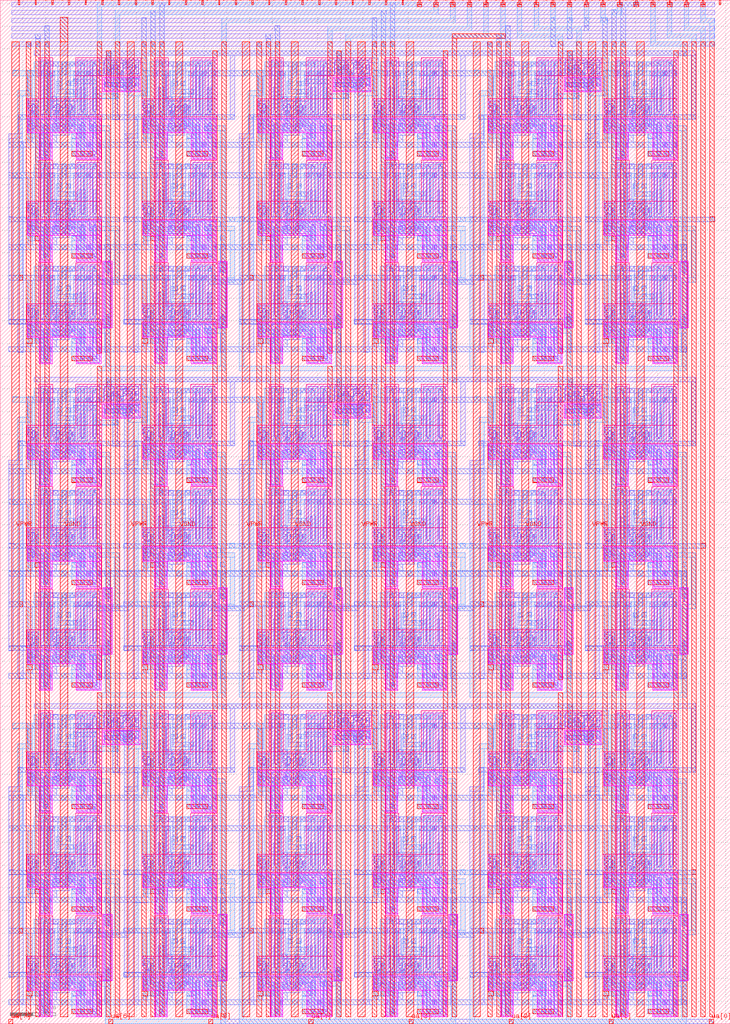
<source format=lef>
VERSION 5.7 ;
  NOWIREEXTENSIONATPIN ON ;
  DIVIDERCHAR "/" ;
  BUSBITCHARS "[]" ;
MACRO tt_um_htfab_fprn
  CLASS BLOCK ;
  FOREIGN tt_um_htfab_fprn ;
  ORIGIN 0.000 0.000 ;
  SIZE 161.000 BY 225.760 ;
  PIN clk
    DIRECTION INPUT ;
    USE SIGNAL ;
    ANTENNADIFFAREA 4.785000 ;
    PORT
      LAYER met4 ;
        RECT 154.870 224.760 155.170 225.760 ;
    END
  END clk
  PIN ena
    DIRECTION INPUT ;
    USE SIGNAL ;
    PORT
      LAYER met4 ;
        RECT 158.550 224.760 158.850 225.760 ;
    END
  END ena
  PIN rst_n
    DIRECTION INPUT ;
    USE SIGNAL ;
    ANTENNADIFFAREA 4.785000 ;
    PORT
      LAYER met4 ;
        RECT 151.190 224.760 151.490 225.760 ;
    END
  END rst_n
  PIN ua[0]
    DIRECTION INOUT ;
    USE SIGNAL ;
    PORT
      LAYER met4 ;
        RECT 156.410 0.000 157.310 1.000 ;
    END
  END ua[0]
  PIN ua[1]
    DIRECTION INOUT ;
    USE SIGNAL ;
    PORT
      LAYER met4 ;
        RECT 134.330 0.000 135.230 1.000 ;
    END
  END ua[1]
  PIN ua[2]
    DIRECTION INOUT ;
    USE SIGNAL ;
    PORT
      LAYER met4 ;
        RECT 112.250 0.000 113.150 1.000 ;
    END
  END ua[2]
  PIN ua[3]
    DIRECTION INOUT ;
    USE SIGNAL ;
    PORT
      LAYER met4 ;
        RECT 90.170 0.000 91.070 1.000 ;
    END
  END ua[3]
  PIN ua[4]
    DIRECTION INOUT ;
    USE SIGNAL ;
    PORT
      LAYER met4 ;
        RECT 68.090 0.000 68.990 1.000 ;
    END
  END ua[4]
  PIN ua[5]
    DIRECTION INOUT ;
    USE SIGNAL ;
    PORT
      LAYER met4 ;
        RECT 46.010 0.000 46.910 1.000 ;
    END
  END ua[5]
  PIN ua[6]
    DIRECTION INOUT ;
    USE SIGNAL ;
    PORT
      LAYER met4 ;
        RECT 23.930 0.000 24.830 1.000 ;
    END
  END ua[6]
  PIN ua[7]
    DIRECTION INOUT ;
    USE SIGNAL ;
    PORT
      LAYER met4 ;
        RECT 1.850 0.000 2.750 1.000 ;
    END
  END ua[7]
  PIN ui_in[0]
    DIRECTION INPUT ;
    USE SIGNAL ;
    ANTENNADIFFAREA 4.785000 ;
    PORT
      LAYER met4 ;
        RECT 147.510 224.760 147.810 225.760 ;
    END
  END ui_in[0]
  PIN ui_in[1]
    DIRECTION INPUT ;
    USE SIGNAL ;
    ANTENNAGATEAREA 2.475000 ;
    PORT
      LAYER met4 ;
        RECT 143.830 224.760 144.130 225.760 ;
    END
  END ui_in[1]
  PIN ui_in[2]
    DIRECTION INPUT ;
    USE SIGNAL ;
    ANTENNADIFFAREA 43.064999 ;
    PORT
      LAYER met4 ;
        RECT 140.150 224.760 140.450 225.760 ;
    END
  END ui_in[2]
  PIN ui_in[3]
    DIRECTION INPUT ;
    USE SIGNAL ;
    ANTENNADIFFAREA 43.064999 ;
    PORT
      LAYER met4 ;
        RECT 136.470 224.760 136.770 225.760 ;
    END
  END ui_in[3]
  PIN ui_in[4]
    DIRECTION INPUT ;
    USE SIGNAL ;
    ANTENNADIFFAREA 43.064999 ;
    PORT
      LAYER met4 ;
        RECT 132.790 224.760 133.090 225.760 ;
    END
  END ui_in[4]
  PIN ui_in[5]
    DIRECTION INPUT ;
    USE SIGNAL ;
    ANTENNADIFFAREA 43.064999 ;
    PORT
      LAYER met4 ;
        RECT 129.110 224.760 129.410 225.760 ;
    END
  END ui_in[5]
  PIN ui_in[6]
    DIRECTION INPUT ;
    USE SIGNAL ;
    ANTENNADIFFAREA 43.064999 ;
    PORT
      LAYER met4 ;
        RECT 125.430 224.760 125.730 225.760 ;
    END
  END ui_in[6]
  PIN ui_in[7]
    DIRECTION INPUT ;
    USE SIGNAL ;
    ANTENNADIFFAREA 43.064999 ;
    PORT
      LAYER met4 ;
        RECT 121.750 224.760 122.050 225.760 ;
    END
  END ui_in[7]
  PIN uio_in[0]
    DIRECTION INPUT ;
    USE SIGNAL ;
    ANTENNAGATEAREA 2.475000 ;
    PORT
      LAYER met4 ;
        RECT 118.070 224.760 118.370 225.760 ;
    END
  END uio_in[0]
  PIN uio_in[1]
    DIRECTION INPUT ;
    USE SIGNAL ;
    ANTENNADIFFAREA 4.785000 ;
    PORT
      LAYER met4 ;
        RECT 114.390 224.760 114.690 225.760 ;
    END
  END uio_in[1]
  PIN uio_in[2]
    DIRECTION INPUT ;
    USE SIGNAL ;
    ANTENNAGATEAREA 2.475000 ;
    PORT
      LAYER met4 ;
        RECT 110.710 224.760 111.010 225.760 ;
    END
  END uio_in[2]
  PIN uio_in[3]
    DIRECTION INPUT ;
    USE SIGNAL ;
    ANTENNAGATEAREA 2.475000 ;
    PORT
      LAYER met4 ;
        RECT 107.030 224.760 107.330 225.760 ;
    END
  END uio_in[3]
  PIN uio_in[4]
    DIRECTION INPUT ;
    USE SIGNAL ;
    ANTENNADIFFAREA 4.785000 ;
    PORT
      LAYER met4 ;
        RECT 103.350 224.760 103.650 225.760 ;
    END
  END uio_in[4]
  PIN uio_in[5]
    DIRECTION INPUT ;
    USE SIGNAL ;
    ANTENNAGATEAREA 2.475000 ;
    PORT
      LAYER met4 ;
        RECT 99.670 224.760 99.970 225.760 ;
    END
  END uio_in[5]
  PIN uio_in[6]
    DIRECTION INPUT ;
    USE SIGNAL ;
    ANTENNAGATEAREA 2.475000 ;
    PORT
      LAYER met4 ;
        RECT 95.990 224.760 96.290 225.760 ;
    END
  END uio_in[6]
  PIN uio_in[7]
    DIRECTION INPUT ;
    USE SIGNAL ;
    ANTENNADIFFAREA 4.785000 ;
    PORT
      LAYER met4 ;
        RECT 92.310 224.760 92.610 225.760 ;
    END
  END uio_in[7]
  PIN uio_oe[0]
    DIRECTION OUTPUT ;
    USE SIGNAL ;
    PORT
      LAYER met4 ;
        RECT 29.750 224.760 30.050 225.760 ;
    END
  END uio_oe[0]
  PIN uio_oe[1]
    DIRECTION OUTPUT ;
    USE SIGNAL ;
    PORT
      LAYER met4 ;
        RECT 26.070 224.760 26.370 225.760 ;
    END
  END uio_oe[1]
  PIN uio_oe[2]
    DIRECTION OUTPUT ;
    USE SIGNAL ;
    PORT
      LAYER met4 ;
        RECT 22.390 224.760 22.690 225.760 ;
    END
  END uio_oe[2]
  PIN uio_oe[3]
    DIRECTION OUTPUT ;
    USE SIGNAL ;
    PORT
      LAYER met4 ;
        RECT 18.710 224.760 19.010 225.760 ;
    END
  END uio_oe[3]
  PIN uio_oe[4]
    DIRECTION OUTPUT ;
    USE SIGNAL ;
    PORT
      LAYER met4 ;
        RECT 15.030 224.760 15.330 225.760 ;
    END
  END uio_oe[4]
  PIN uio_oe[5]
    DIRECTION OUTPUT ;
    USE SIGNAL ;
    PORT
      LAYER met4 ;
        RECT 11.350 224.760 11.650 225.760 ;
    END
  END uio_oe[5]
  PIN uio_oe[6]
    DIRECTION OUTPUT ;
    USE SIGNAL ;
    PORT
      LAYER met4 ;
        RECT 7.670 224.760 7.970 225.760 ;
    END
  END uio_oe[6]
  PIN uio_oe[7]
    DIRECTION OUTPUT ;
    USE SIGNAL ;
    PORT
      LAYER met4 ;
        RECT 3.990 224.760 4.290 225.760 ;
    END
  END uio_oe[7]
  PIN uio_out[0]
    DIRECTION OUTPUT ;
    USE SIGNAL ;
    PORT
      LAYER met4 ;
        RECT 59.190 224.760 59.490 225.760 ;
    END
  END uio_out[0]
  PIN uio_out[1]
    DIRECTION OUTPUT ;
    USE SIGNAL ;
    PORT
      LAYER met4 ;
        RECT 55.510 224.760 55.810 225.760 ;
    END
  END uio_out[1]
  PIN uio_out[2]
    DIRECTION OUTPUT ;
    USE SIGNAL ;
    PORT
      LAYER met4 ;
        RECT 51.830 224.760 52.130 225.760 ;
    END
  END uio_out[2]
  PIN uio_out[3]
    DIRECTION OUTPUT ;
    USE SIGNAL ;
    PORT
      LAYER met4 ;
        RECT 48.150 224.760 48.450 225.760 ;
    END
  END uio_out[3]
  PIN uio_out[4]
    DIRECTION OUTPUT ;
    USE SIGNAL ;
    PORT
      LAYER met4 ;
        RECT 44.470 224.760 44.770 225.760 ;
    END
  END uio_out[4]
  PIN uio_out[5]
    DIRECTION OUTPUT ;
    USE SIGNAL ;
    PORT
      LAYER met4 ;
        RECT 40.790 224.760 41.090 225.760 ;
    END
  END uio_out[5]
  PIN uio_out[6]
    DIRECTION OUTPUT ;
    USE SIGNAL ;
    PORT
      LAYER met4 ;
        RECT 37.110 224.760 37.410 225.760 ;
    END
  END uio_out[6]
  PIN uio_out[7]
    DIRECTION OUTPUT ;
    USE SIGNAL ;
    PORT
      LAYER met4 ;
        RECT 33.430 224.760 33.730 225.760 ;
    END
  END uio_out[7]
  PIN uo_out[0]
    DIRECTION OUTPUT ;
    USE SIGNAL ;
    PORT
      LAYER met4 ;
        RECT 88.630 224.760 88.930 225.760 ;
    END
  END uo_out[0]
  PIN uo_out[1]
    DIRECTION OUTPUT ;
    USE SIGNAL ;
    PORT
      LAYER met4 ;
        RECT 84.950 224.760 85.250 225.760 ;
    END
  END uo_out[1]
  PIN uo_out[2]
    DIRECTION OUTPUT ;
    USE SIGNAL ;
    PORT
      LAYER met4 ;
        RECT 81.270 224.760 81.570 225.760 ;
    END
  END uo_out[2]
  PIN uo_out[3]
    DIRECTION OUTPUT ;
    USE SIGNAL ;
    PORT
      LAYER met4 ;
        RECT 77.590 224.760 77.890 225.760 ;
    END
  END uo_out[3]
  PIN uo_out[4]
    DIRECTION OUTPUT ;
    USE SIGNAL ;
    PORT
      LAYER met4 ;
        RECT 73.910 224.760 74.210 225.760 ;
    END
  END uo_out[4]
  PIN uo_out[5]
    DIRECTION OUTPUT ;
    USE SIGNAL ;
    PORT
      LAYER met4 ;
        RECT 70.230 224.760 70.530 225.760 ;
    END
  END uo_out[5]
  PIN uo_out[6]
    DIRECTION OUTPUT ;
    USE SIGNAL ;
    PORT
      LAYER met4 ;
        RECT 66.550 224.760 66.850 225.760 ;
    END
  END uo_out[6]
  PIN uo_out[7]
    DIRECTION OUTPUT ;
    USE SIGNAL ;
    PORT
      LAYER met4 ;
        RECT 62.870 224.760 63.170 225.760 ;
    END
  END uo_out[7]
  PIN VPWR
    DIRECTION INOUT ;
    USE POWER ;
    PORT
      LAYER met4 ;
        RECT 129.700 1.535 131.300 216.550 ;
    END
    PORT
      LAYER met4 ;
        RECT 104.275 1.535 105.875 216.550 ;
    END
    PORT
      LAYER met4 ;
        RECT 78.850 1.535 80.450 216.550 ;
    END
    PORT
      LAYER met4 ;
        RECT 53.425 1.535 55.025 216.550 ;
    END
    PORT
      LAYER met4 ;
        RECT 28.000 1.535 29.600 216.550 ;
    END
    PORT
      LAYER met4 ;
        RECT 2.575 1.535 4.175 216.550 ;
    END
  END VPWR
  PIN VGND
    DIRECTION INOUT ;
    USE GROUND ;
    PORT
      LAYER met4 ;
        RECT 140.400 1.535 142.000 216.550 ;
    END
    PORT
      LAYER met4 ;
        RECT 114.975 1.535 116.575 216.550 ;
    END
    PORT
      LAYER met4 ;
        RECT 89.550 1.535 91.150 216.550 ;
    END
    PORT
      LAYER met4 ;
        RECT 64.125 1.535 65.725 216.550 ;
    END
    PORT
      LAYER met4 ;
        RECT 38.700 1.535 40.300 216.550 ;
    END
    PORT
      LAYER met4 ;
        RECT 13.275 1.535 14.875 216.550 ;
    END
  END VGND
  OBS
      LAYER nwell ;
        RECT 8.500 203.995 11.580 212.995 ;
        RECT 16.600 209.025 30.975 212.995 ;
        RECT 16.600 203.995 22.380 209.025 ;
      LAYER pwell ;
        RECT 22.645 205.525 30.825 208.755 ;
      LAYER nwell ;
        RECT 33.925 203.995 37.005 212.995 ;
        RECT 42.025 203.995 47.805 212.995 ;
        RECT 59.350 203.995 62.430 212.995 ;
        RECT 67.450 209.025 81.825 212.995 ;
        RECT 67.450 203.995 73.230 209.025 ;
      LAYER pwell ;
        RECT 73.495 205.525 81.675 208.755 ;
      LAYER nwell ;
        RECT 84.775 203.995 87.855 212.995 ;
        RECT 92.875 203.995 98.655 212.995 ;
        RECT 110.200 203.995 113.280 212.995 ;
        RECT 118.300 209.025 132.675 212.995 ;
        RECT 118.300 203.995 124.080 209.025 ;
      LAYER pwell ;
        RECT 124.345 205.525 132.525 208.755 ;
      LAYER nwell ;
        RECT 135.625 203.995 138.705 212.995 ;
        RECT 143.725 203.995 149.505 212.995 ;
        RECT 5.800 200.025 22.380 203.995 ;
        RECT 31.225 200.025 47.805 203.995 ;
        RECT 56.650 200.025 73.230 203.995 ;
        RECT 82.075 200.025 98.655 203.995 ;
        RECT 107.500 200.025 124.080 203.995 ;
        RECT 132.925 200.025 149.505 203.995 ;
      LAYER pwell ;
        RECT 5.950 196.525 22.230 199.755 ;
        RECT 31.375 196.525 47.655 199.755 ;
        RECT 56.800 196.525 73.080 199.755 ;
        RECT 82.225 196.525 98.505 199.755 ;
        RECT 107.650 196.525 123.930 199.755 ;
        RECT 133.075 196.525 149.355 199.755 ;
        RECT 8.650 190.675 11.430 196.525 ;
        RECT 16.750 190.675 22.230 196.525 ;
        RECT 34.075 190.675 36.855 196.525 ;
        RECT 42.175 190.675 47.655 196.525 ;
        RECT 59.500 190.675 62.280 196.525 ;
        RECT 67.600 190.675 73.080 196.525 ;
        RECT 84.925 190.675 87.705 196.525 ;
        RECT 93.025 190.675 98.505 196.525 ;
        RECT 110.350 190.675 113.130 196.525 ;
        RECT 118.450 190.675 123.930 196.525 ;
        RECT 135.775 190.675 138.555 196.525 ;
        RECT 143.875 190.675 149.355 196.525 ;
      LAYER nwell ;
        RECT 8.500 181.420 11.580 190.420 ;
        RECT 16.600 181.420 22.380 190.420 ;
        RECT 33.925 181.420 37.005 190.420 ;
        RECT 42.025 181.420 47.805 190.420 ;
        RECT 59.350 181.420 62.430 190.420 ;
        RECT 67.450 181.420 73.230 190.420 ;
        RECT 84.775 181.420 87.855 190.420 ;
        RECT 92.875 181.420 98.655 190.420 ;
        RECT 110.200 181.420 113.280 190.420 ;
        RECT 118.300 181.420 124.080 190.420 ;
        RECT 135.625 181.420 138.705 190.420 ;
        RECT 143.725 181.420 149.505 190.420 ;
        RECT 5.800 177.450 22.380 181.420 ;
        RECT 31.225 177.450 47.805 181.420 ;
        RECT 56.650 177.450 73.230 181.420 ;
        RECT 82.075 177.450 98.655 181.420 ;
        RECT 107.500 177.450 124.080 181.420 ;
        RECT 132.925 177.450 149.505 181.420 ;
      LAYER pwell ;
        RECT 5.950 173.950 22.230 177.180 ;
        RECT 31.375 173.950 47.655 177.180 ;
        RECT 56.800 173.950 73.080 177.180 ;
        RECT 82.225 173.950 98.505 177.180 ;
        RECT 107.650 173.950 123.930 177.180 ;
        RECT 133.075 173.950 149.355 177.180 ;
        RECT 8.650 168.100 11.430 173.950 ;
        RECT 16.750 168.100 22.230 173.950 ;
      LAYER nwell ;
        RECT 8.500 158.845 11.580 167.845 ;
        RECT 16.600 158.845 22.380 167.845 ;
        RECT 5.800 154.875 22.380 158.845 ;
      LAYER pwell ;
        RECT 5.950 151.375 22.230 154.605 ;
        RECT 22.650 153.450 24.660 168.180 ;
        RECT 34.075 168.100 36.855 173.950 ;
        RECT 42.175 168.100 47.655 173.950 ;
      LAYER nwell ;
        RECT 33.925 158.845 37.005 167.845 ;
        RECT 42.025 158.845 47.805 167.845 ;
        RECT 31.225 154.875 47.805 158.845 ;
      LAYER pwell ;
        RECT 31.375 151.375 47.655 154.605 ;
        RECT 48.075 153.450 50.085 168.180 ;
        RECT 59.500 168.100 62.280 173.950 ;
        RECT 67.600 168.100 73.080 173.950 ;
      LAYER nwell ;
        RECT 59.350 158.845 62.430 167.845 ;
        RECT 67.450 158.845 73.230 167.845 ;
        RECT 56.650 154.875 73.230 158.845 ;
      LAYER pwell ;
        RECT 56.800 151.375 73.080 154.605 ;
        RECT 73.500 153.450 75.510 168.180 ;
        RECT 84.925 168.100 87.705 173.950 ;
        RECT 93.025 168.100 98.505 173.950 ;
      LAYER nwell ;
        RECT 84.775 158.845 87.855 167.845 ;
        RECT 92.875 158.845 98.655 167.845 ;
        RECT 82.075 154.875 98.655 158.845 ;
      LAYER pwell ;
        RECT 82.225 151.375 98.505 154.605 ;
        RECT 98.925 153.450 100.935 168.180 ;
        RECT 110.350 168.100 113.130 173.950 ;
        RECT 118.450 168.100 123.930 173.950 ;
      LAYER nwell ;
        RECT 110.200 158.845 113.280 167.845 ;
        RECT 118.300 158.845 124.080 167.845 ;
        RECT 107.500 154.875 124.080 158.845 ;
      LAYER pwell ;
        RECT 107.650 151.375 123.930 154.605 ;
        RECT 124.350 153.450 126.360 168.180 ;
        RECT 135.775 168.100 138.555 173.950 ;
        RECT 143.875 168.100 149.355 173.950 ;
      LAYER nwell ;
        RECT 135.625 158.845 138.705 167.845 ;
        RECT 143.725 158.845 149.505 167.845 ;
        RECT 132.925 154.875 149.505 158.845 ;
      LAYER pwell ;
        RECT 133.075 151.375 149.355 154.605 ;
        RECT 149.775 153.450 151.785 168.180 ;
        RECT 8.650 145.525 11.430 151.375 ;
        RECT 16.750 145.525 22.230 151.375 ;
        RECT 34.075 145.525 36.855 151.375 ;
        RECT 42.175 145.525 47.655 151.375 ;
        RECT 59.500 145.525 62.280 151.375 ;
        RECT 67.600 145.525 73.080 151.375 ;
        RECT 84.925 145.525 87.705 151.375 ;
        RECT 93.025 145.525 98.505 151.375 ;
        RECT 110.350 145.525 113.130 151.375 ;
        RECT 118.450 145.525 123.930 151.375 ;
        RECT 135.775 145.525 138.555 151.375 ;
        RECT 143.875 145.525 149.355 151.375 ;
      LAYER nwell ;
        RECT 8.500 131.995 11.580 140.995 ;
        RECT 16.600 137.025 30.975 140.995 ;
        RECT 16.600 131.995 22.380 137.025 ;
      LAYER pwell ;
        RECT 22.645 133.525 30.825 136.755 ;
      LAYER nwell ;
        RECT 33.925 131.995 37.005 140.995 ;
        RECT 42.025 131.995 47.805 140.995 ;
        RECT 59.350 131.995 62.430 140.995 ;
        RECT 67.450 137.025 81.825 140.995 ;
        RECT 67.450 131.995 73.230 137.025 ;
      LAYER pwell ;
        RECT 73.495 133.525 81.675 136.755 ;
      LAYER nwell ;
        RECT 84.775 131.995 87.855 140.995 ;
        RECT 92.875 131.995 98.655 140.995 ;
        RECT 110.200 131.995 113.280 140.995 ;
        RECT 118.300 137.025 132.675 140.995 ;
        RECT 118.300 131.995 124.080 137.025 ;
      LAYER pwell ;
        RECT 124.345 133.525 132.525 136.755 ;
      LAYER nwell ;
        RECT 135.625 131.995 138.705 140.995 ;
        RECT 143.725 131.995 149.505 140.995 ;
        RECT 5.800 128.025 22.380 131.995 ;
        RECT 31.225 128.025 47.805 131.995 ;
        RECT 56.650 128.025 73.230 131.995 ;
        RECT 82.075 128.025 98.655 131.995 ;
        RECT 107.500 128.025 124.080 131.995 ;
        RECT 132.925 128.025 149.505 131.995 ;
      LAYER pwell ;
        RECT 5.950 124.525 22.230 127.755 ;
        RECT 31.375 124.525 47.655 127.755 ;
        RECT 56.800 124.525 73.080 127.755 ;
        RECT 82.225 124.525 98.505 127.755 ;
        RECT 107.650 124.525 123.930 127.755 ;
        RECT 133.075 124.525 149.355 127.755 ;
        RECT 8.650 118.675 11.430 124.525 ;
        RECT 16.750 118.675 22.230 124.525 ;
        RECT 34.075 118.675 36.855 124.525 ;
        RECT 42.175 118.675 47.655 124.525 ;
        RECT 59.500 118.675 62.280 124.525 ;
        RECT 67.600 118.675 73.080 124.525 ;
        RECT 84.925 118.675 87.705 124.525 ;
        RECT 93.025 118.675 98.505 124.525 ;
        RECT 110.350 118.675 113.130 124.525 ;
        RECT 118.450 118.675 123.930 124.525 ;
        RECT 135.775 118.675 138.555 124.525 ;
        RECT 143.875 118.675 149.355 124.525 ;
      LAYER nwell ;
        RECT 8.500 109.420 11.580 118.420 ;
        RECT 16.600 109.420 22.380 118.420 ;
        RECT 33.925 109.420 37.005 118.420 ;
        RECT 42.025 109.420 47.805 118.420 ;
        RECT 59.350 109.420 62.430 118.420 ;
        RECT 67.450 109.420 73.230 118.420 ;
        RECT 84.775 109.420 87.855 118.420 ;
        RECT 92.875 109.420 98.655 118.420 ;
        RECT 110.200 109.420 113.280 118.420 ;
        RECT 118.300 109.420 124.080 118.420 ;
        RECT 135.625 109.420 138.705 118.420 ;
        RECT 143.725 109.420 149.505 118.420 ;
        RECT 5.800 105.450 22.380 109.420 ;
        RECT 31.225 105.450 47.805 109.420 ;
        RECT 56.650 105.450 73.230 109.420 ;
        RECT 82.075 105.450 98.655 109.420 ;
        RECT 107.500 105.450 124.080 109.420 ;
        RECT 132.925 105.450 149.505 109.420 ;
      LAYER pwell ;
        RECT 5.950 101.950 22.230 105.180 ;
        RECT 31.375 101.950 47.655 105.180 ;
        RECT 56.800 101.950 73.080 105.180 ;
        RECT 82.225 101.950 98.505 105.180 ;
        RECT 107.650 101.950 123.930 105.180 ;
        RECT 133.075 101.950 149.355 105.180 ;
        RECT 8.650 96.100 11.430 101.950 ;
        RECT 16.750 96.100 22.230 101.950 ;
      LAYER nwell ;
        RECT 8.500 86.845 11.580 95.845 ;
        RECT 16.600 86.845 22.380 95.845 ;
        RECT 5.800 82.875 22.380 86.845 ;
      LAYER pwell ;
        RECT 5.950 79.375 22.230 82.605 ;
        RECT 22.650 81.450 24.660 96.180 ;
        RECT 34.075 96.100 36.855 101.950 ;
        RECT 42.175 96.100 47.655 101.950 ;
      LAYER nwell ;
        RECT 33.925 86.845 37.005 95.845 ;
        RECT 42.025 86.845 47.805 95.845 ;
        RECT 31.225 82.875 47.805 86.845 ;
      LAYER pwell ;
        RECT 31.375 79.375 47.655 82.605 ;
        RECT 48.075 81.450 50.085 96.180 ;
        RECT 59.500 96.100 62.280 101.950 ;
        RECT 67.600 96.100 73.080 101.950 ;
      LAYER nwell ;
        RECT 59.350 86.845 62.430 95.845 ;
        RECT 67.450 86.845 73.230 95.845 ;
        RECT 56.650 82.875 73.230 86.845 ;
      LAYER pwell ;
        RECT 56.800 79.375 73.080 82.605 ;
        RECT 73.500 81.450 75.510 96.180 ;
        RECT 84.925 96.100 87.705 101.950 ;
        RECT 93.025 96.100 98.505 101.950 ;
      LAYER nwell ;
        RECT 84.775 86.845 87.855 95.845 ;
        RECT 92.875 86.845 98.655 95.845 ;
        RECT 82.075 82.875 98.655 86.845 ;
      LAYER pwell ;
        RECT 82.225 79.375 98.505 82.605 ;
        RECT 98.925 81.450 100.935 96.180 ;
        RECT 110.350 96.100 113.130 101.950 ;
        RECT 118.450 96.100 123.930 101.950 ;
      LAYER nwell ;
        RECT 110.200 86.845 113.280 95.845 ;
        RECT 118.300 86.845 124.080 95.845 ;
        RECT 107.500 82.875 124.080 86.845 ;
      LAYER pwell ;
        RECT 107.650 79.375 123.930 82.605 ;
        RECT 124.350 81.450 126.360 96.180 ;
        RECT 135.775 96.100 138.555 101.950 ;
        RECT 143.875 96.100 149.355 101.950 ;
      LAYER nwell ;
        RECT 135.625 86.845 138.705 95.845 ;
        RECT 143.725 86.845 149.505 95.845 ;
        RECT 132.925 82.875 149.505 86.845 ;
      LAYER pwell ;
        RECT 133.075 79.375 149.355 82.605 ;
        RECT 149.775 81.450 151.785 96.180 ;
        RECT 8.650 73.525 11.430 79.375 ;
        RECT 16.750 73.525 22.230 79.375 ;
        RECT 34.075 73.525 36.855 79.375 ;
        RECT 42.175 73.525 47.655 79.375 ;
        RECT 59.500 73.525 62.280 79.375 ;
        RECT 67.600 73.525 73.080 79.375 ;
        RECT 84.925 73.525 87.705 79.375 ;
        RECT 93.025 73.525 98.505 79.375 ;
        RECT 110.350 73.525 113.130 79.375 ;
        RECT 118.450 73.525 123.930 79.375 ;
        RECT 135.775 73.525 138.555 79.375 ;
        RECT 143.875 73.525 149.355 79.375 ;
      LAYER nwell ;
        RECT 8.500 59.995 11.580 68.995 ;
        RECT 16.600 65.025 30.975 68.995 ;
        RECT 16.600 59.995 22.380 65.025 ;
      LAYER pwell ;
        RECT 22.645 61.525 30.825 64.755 ;
      LAYER nwell ;
        RECT 33.925 59.995 37.005 68.995 ;
        RECT 42.025 59.995 47.805 68.995 ;
        RECT 59.350 59.995 62.430 68.995 ;
        RECT 67.450 65.025 81.825 68.995 ;
        RECT 67.450 59.995 73.230 65.025 ;
      LAYER pwell ;
        RECT 73.495 61.525 81.675 64.755 ;
      LAYER nwell ;
        RECT 84.775 59.995 87.855 68.995 ;
        RECT 92.875 59.995 98.655 68.995 ;
        RECT 110.200 59.995 113.280 68.995 ;
        RECT 118.300 65.025 132.675 68.995 ;
        RECT 118.300 59.995 124.080 65.025 ;
      LAYER pwell ;
        RECT 124.345 61.525 132.525 64.755 ;
      LAYER nwell ;
        RECT 135.625 59.995 138.705 68.995 ;
        RECT 143.725 59.995 149.505 68.995 ;
        RECT 5.800 56.025 22.380 59.995 ;
        RECT 31.225 56.025 47.805 59.995 ;
        RECT 56.650 56.025 73.230 59.995 ;
        RECT 82.075 56.025 98.655 59.995 ;
        RECT 107.500 56.025 124.080 59.995 ;
        RECT 132.925 56.025 149.505 59.995 ;
      LAYER pwell ;
        RECT 5.950 52.525 22.230 55.755 ;
        RECT 31.375 52.525 47.655 55.755 ;
        RECT 56.800 52.525 73.080 55.755 ;
        RECT 82.225 52.525 98.505 55.755 ;
        RECT 107.650 52.525 123.930 55.755 ;
        RECT 133.075 52.525 149.355 55.755 ;
        RECT 8.650 46.675 11.430 52.525 ;
        RECT 16.750 46.675 22.230 52.525 ;
        RECT 34.075 46.675 36.855 52.525 ;
        RECT 42.175 46.675 47.655 52.525 ;
        RECT 59.500 46.675 62.280 52.525 ;
        RECT 67.600 46.675 73.080 52.525 ;
        RECT 84.925 46.675 87.705 52.525 ;
        RECT 93.025 46.675 98.505 52.525 ;
        RECT 110.350 46.675 113.130 52.525 ;
        RECT 118.450 46.675 123.930 52.525 ;
        RECT 135.775 46.675 138.555 52.525 ;
        RECT 143.875 46.675 149.355 52.525 ;
      LAYER nwell ;
        RECT 8.500 37.420 11.580 46.420 ;
        RECT 16.600 37.420 22.380 46.420 ;
        RECT 33.925 37.420 37.005 46.420 ;
        RECT 42.025 37.420 47.805 46.420 ;
        RECT 59.350 37.420 62.430 46.420 ;
        RECT 67.450 37.420 73.230 46.420 ;
        RECT 84.775 37.420 87.855 46.420 ;
        RECT 92.875 37.420 98.655 46.420 ;
        RECT 110.200 37.420 113.280 46.420 ;
        RECT 118.300 37.420 124.080 46.420 ;
        RECT 135.625 37.420 138.705 46.420 ;
        RECT 143.725 37.420 149.505 46.420 ;
        RECT 5.800 33.450 22.380 37.420 ;
        RECT 31.225 33.450 47.805 37.420 ;
        RECT 56.650 33.450 73.230 37.420 ;
        RECT 82.075 33.450 98.655 37.420 ;
        RECT 107.500 33.450 124.080 37.420 ;
        RECT 132.925 33.450 149.505 37.420 ;
      LAYER pwell ;
        RECT 5.950 29.950 22.230 33.180 ;
        RECT 31.375 29.950 47.655 33.180 ;
        RECT 56.800 29.950 73.080 33.180 ;
        RECT 82.225 29.950 98.505 33.180 ;
        RECT 107.650 29.950 123.930 33.180 ;
        RECT 133.075 29.950 149.355 33.180 ;
        RECT 8.650 24.100 11.430 29.950 ;
        RECT 16.750 24.100 22.230 29.950 ;
      LAYER nwell ;
        RECT 8.500 14.845 11.580 23.845 ;
        RECT 16.600 14.845 22.380 23.845 ;
        RECT 5.800 10.875 22.380 14.845 ;
      LAYER pwell ;
        RECT 5.950 7.375 22.230 10.605 ;
        RECT 22.650 9.450 24.660 24.180 ;
        RECT 34.075 24.100 36.855 29.950 ;
        RECT 42.175 24.100 47.655 29.950 ;
      LAYER nwell ;
        RECT 33.925 14.845 37.005 23.845 ;
        RECT 42.025 14.845 47.805 23.845 ;
        RECT 31.225 10.875 47.805 14.845 ;
      LAYER pwell ;
        RECT 31.375 7.375 47.655 10.605 ;
        RECT 48.075 9.450 50.085 24.180 ;
        RECT 59.500 24.100 62.280 29.950 ;
        RECT 67.600 24.100 73.080 29.950 ;
      LAYER nwell ;
        RECT 59.350 14.845 62.430 23.845 ;
        RECT 67.450 14.845 73.230 23.845 ;
        RECT 56.650 10.875 73.230 14.845 ;
      LAYER pwell ;
        RECT 56.800 7.375 73.080 10.605 ;
        RECT 73.500 9.450 75.510 24.180 ;
        RECT 84.925 24.100 87.705 29.950 ;
        RECT 93.025 24.100 98.505 29.950 ;
      LAYER nwell ;
        RECT 84.775 14.845 87.855 23.845 ;
        RECT 92.875 14.845 98.655 23.845 ;
        RECT 82.075 10.875 98.655 14.845 ;
      LAYER pwell ;
        RECT 82.225 7.375 98.505 10.605 ;
        RECT 98.925 9.450 100.935 24.180 ;
        RECT 110.350 24.100 113.130 29.950 ;
        RECT 118.450 24.100 123.930 29.950 ;
      LAYER nwell ;
        RECT 110.200 14.845 113.280 23.845 ;
        RECT 118.300 14.845 124.080 23.845 ;
        RECT 107.500 10.875 124.080 14.845 ;
      LAYER pwell ;
        RECT 107.650 7.375 123.930 10.605 ;
        RECT 124.350 9.450 126.360 24.180 ;
        RECT 135.775 24.100 138.555 29.950 ;
        RECT 143.875 24.100 149.355 29.950 ;
      LAYER nwell ;
        RECT 135.625 14.845 138.705 23.845 ;
        RECT 143.725 14.845 149.505 23.845 ;
        RECT 132.925 10.875 149.505 14.845 ;
      LAYER pwell ;
        RECT 133.075 7.375 149.355 10.605 ;
        RECT 149.775 9.450 151.785 24.180 ;
        RECT 8.650 1.525 11.430 7.375 ;
        RECT 16.750 1.525 22.230 7.375 ;
        RECT 34.075 1.525 36.855 7.375 ;
        RECT 42.175 1.525 47.655 7.375 ;
        RECT 59.500 1.525 62.280 7.375 ;
        RECT 67.600 1.525 73.080 7.375 ;
        RECT 84.925 1.525 87.705 7.375 ;
        RECT 93.025 1.525 98.505 7.375 ;
        RECT 110.350 1.525 113.130 7.375 ;
        RECT 118.450 1.525 123.930 7.375 ;
        RECT 135.775 1.525 138.555 7.375 ;
        RECT 143.875 1.525 149.355 7.375 ;
      LAYER li1 ;
        RECT 8.890 212.435 11.190 212.605 ;
        RECT 6.190 203.435 8.490 203.605 ;
        RECT 6.190 202.500 6.360 203.435 ;
        RECT 7.090 202.745 7.590 202.915 ;
        RECT 6.860 202.500 7.030 202.530 ;
        RECT 6.135 201.520 7.030 202.500 ;
        RECT 6.190 200.585 6.360 201.520 ;
        RECT 6.860 201.490 7.030 201.520 ;
        RECT 7.650 201.490 7.820 202.530 ;
        RECT 6.675 201.105 7.590 201.275 ;
        RECT 6.675 200.900 7.510 201.105 ;
        RECT 8.320 200.585 8.490 203.435 ;
        RECT 6.190 200.415 8.490 200.585 ;
        RECT 8.890 200.585 9.060 212.435 ;
        RECT 9.550 211.725 10.550 212.175 ;
        RECT 9.560 201.490 9.730 211.530 ;
        RECT 10.350 201.490 10.520 211.530 ;
        RECT 9.790 201.105 10.290 201.275 ;
        RECT 11.020 200.585 11.190 212.435 ;
        RECT 16.990 212.435 19.290 212.605 ;
        RECT 11.590 203.435 13.890 203.605 ;
        RECT 11.590 202.500 11.760 203.435 ;
        RECT 12.490 202.745 12.990 202.915 ;
        RECT 12.260 202.500 12.430 202.530 ;
        RECT 11.535 201.520 12.430 202.500 ;
        RECT 8.890 200.415 11.190 200.585 ;
        RECT 11.590 200.585 11.760 201.520 ;
        RECT 12.260 201.490 12.430 201.520 ;
        RECT 13.050 201.490 13.220 202.530 ;
        RECT 12.075 201.105 12.990 201.275 ;
        RECT 12.075 200.900 12.910 201.105 ;
        RECT 13.720 200.585 13.890 203.435 ;
        RECT 14.290 203.435 16.590 203.605 ;
        RECT 14.290 202.500 14.460 203.435 ;
        RECT 15.190 202.745 15.690 202.915 ;
        RECT 14.960 202.500 15.130 202.530 ;
        RECT 14.235 201.520 15.130 202.500 ;
        RECT 11.590 200.415 13.890 200.585 ;
        RECT 14.290 200.585 14.460 201.520 ;
        RECT 14.960 201.490 15.130 201.520 ;
        RECT 15.750 201.490 15.920 202.530 ;
        RECT 14.775 201.105 15.690 201.275 ;
        RECT 14.775 200.900 15.610 201.105 ;
        RECT 16.420 200.585 16.590 203.435 ;
        RECT 14.290 200.415 16.590 200.585 ;
        RECT 16.990 200.585 17.160 212.435 ;
        RECT 17.650 211.725 18.650 212.175 ;
        RECT 17.660 201.490 17.830 211.530 ;
        RECT 18.450 201.490 18.620 211.530 ;
        RECT 17.890 201.105 18.390 201.275 ;
        RECT 19.120 200.585 19.290 212.435 ;
        RECT 16.990 200.415 19.290 200.585 ;
        RECT 19.690 212.435 21.990 212.605 ;
        RECT 19.690 200.585 19.860 212.435 ;
        RECT 20.350 211.725 21.350 212.175 ;
        RECT 20.360 201.490 20.530 211.530 ;
        RECT 21.150 201.490 21.320 211.530 ;
        RECT 20.590 201.105 21.090 201.275 ;
        RECT 21.820 200.585 21.990 212.435 ;
        RECT 22.885 212.435 25.185 212.605 ;
        RECT 22.885 211.450 23.055 212.435 ;
        RECT 23.785 211.745 24.285 211.915 ;
        RECT 23.555 211.450 23.725 211.530 ;
        RECT 24.345 211.525 24.515 211.530 ;
        RECT 22.885 210.575 23.725 211.450 ;
        RECT 22.885 209.585 23.055 210.575 ;
        RECT 23.555 210.490 23.725 210.575 ;
        RECT 24.295 210.495 24.770 211.525 ;
        RECT 24.345 210.490 24.515 210.495 ;
        RECT 23.545 209.850 24.520 210.300 ;
        RECT 25.015 209.585 25.185 212.435 ;
        RECT 22.885 209.415 25.185 209.585 ;
        RECT 25.585 212.435 27.885 212.605 ;
        RECT 25.585 209.585 25.755 212.435 ;
        RECT 26.485 211.745 26.985 211.915 ;
        RECT 26.255 211.525 26.425 211.530 ;
        RECT 25.980 210.495 26.475 211.525 ;
        RECT 27.045 211.500 27.215 211.530 ;
        RECT 27.715 211.500 27.885 212.435 ;
        RECT 28.285 212.435 30.585 212.605 ;
        RECT 28.285 211.500 28.455 212.435 ;
        RECT 29.185 211.745 29.685 211.915 ;
        RECT 28.955 211.500 29.125 211.530 ;
        RECT 26.970 210.570 27.890 211.500 ;
        RECT 26.255 210.490 26.425 210.495 ;
        RECT 27.045 210.490 27.215 210.570 ;
        RECT 26.245 209.850 27.220 210.300 ;
        RECT 27.715 209.585 27.885 210.570 ;
        RECT 28.230 210.520 29.125 211.500 ;
        RECT 25.585 209.415 27.885 209.585 ;
        RECT 28.285 209.585 28.455 210.520 ;
        RECT 28.955 210.490 29.125 210.520 ;
        RECT 29.745 210.490 29.915 211.530 ;
        RECT 28.770 210.105 29.685 210.275 ;
        RECT 28.770 209.900 29.605 210.105 ;
        RECT 30.415 209.585 30.585 212.435 ;
        RECT 28.285 209.415 30.585 209.585 ;
        RECT 34.315 212.435 36.615 212.605 ;
        RECT 22.885 208.345 25.185 208.515 ;
        RECT 22.885 205.935 23.055 208.345 ;
        RECT 23.545 207.675 24.520 208.100 ;
        RECT 25.015 208.035 25.185 208.345 ;
        RECT 25.585 208.345 27.885 208.515 ;
        RECT 25.585 208.035 25.755 208.345 ;
        RECT 23.785 207.655 24.285 207.675 ;
        RECT 23.555 207.480 23.725 207.485 ;
        RECT 24.345 207.480 24.515 207.485 ;
        RECT 23.455 206.800 23.825 207.480 ;
        RECT 24.245 206.800 24.615 207.480 ;
        RECT 23.555 206.795 23.725 206.800 ;
        RECT 24.345 206.795 24.515 206.800 ;
        RECT 23.785 206.455 24.285 206.625 ;
        RECT 25.015 206.245 25.755 208.035 ;
        RECT 26.245 207.675 27.220 208.100 ;
        RECT 26.485 207.655 26.985 207.675 ;
        RECT 26.255 207.480 26.425 207.485 ;
        RECT 26.155 206.800 26.525 207.480 ;
        RECT 27.045 207.405 27.215 207.485 ;
        RECT 27.715 207.405 27.885 208.345 ;
        RECT 28.285 208.345 30.585 208.515 ;
        RECT 28.285 207.405 28.455 208.345 ;
        RECT 28.665 207.655 29.705 208.100 ;
        RECT 28.955 207.405 29.125 207.485 ;
        RECT 26.970 206.825 27.890 207.405 ;
        RECT 28.280 206.875 29.125 207.405 ;
        RECT 26.255 206.795 26.425 206.800 ;
        RECT 27.045 206.795 27.215 206.825 ;
        RECT 26.485 206.455 26.985 206.625 ;
        RECT 25.015 205.935 25.185 206.245 ;
        RECT 22.885 205.765 25.185 205.935 ;
        RECT 25.585 205.935 25.755 206.245 ;
        RECT 27.715 205.935 27.885 206.825 ;
        RECT 25.585 205.765 27.885 205.935 ;
        RECT 28.285 205.935 28.455 206.875 ;
        RECT 28.955 206.795 29.125 206.875 ;
        RECT 29.745 206.795 29.915 207.485 ;
        RECT 29.185 206.455 29.685 206.625 ;
        RECT 30.415 205.935 30.585 208.345 ;
        RECT 28.285 205.765 30.585 205.935 ;
        RECT 31.615 203.435 33.915 203.605 ;
        RECT 31.615 202.500 31.785 203.435 ;
        RECT 32.515 202.745 33.015 202.915 ;
        RECT 32.285 202.500 32.455 202.530 ;
        RECT 31.560 201.520 32.455 202.500 ;
        RECT 19.690 200.415 21.990 200.585 ;
        RECT 31.615 200.585 31.785 201.520 ;
        RECT 32.285 201.490 32.455 201.520 ;
        RECT 33.075 201.490 33.245 202.530 ;
        RECT 32.100 201.105 33.015 201.275 ;
        RECT 32.100 200.900 32.935 201.105 ;
        RECT 33.745 200.585 33.915 203.435 ;
        RECT 31.615 200.415 33.915 200.585 ;
        RECT 34.315 200.585 34.485 212.435 ;
        RECT 34.975 211.725 35.975 212.175 ;
        RECT 34.985 201.490 35.155 211.530 ;
        RECT 35.775 201.490 35.945 211.530 ;
        RECT 35.215 201.105 35.715 201.275 ;
        RECT 36.445 200.585 36.615 212.435 ;
        RECT 42.415 212.435 44.715 212.605 ;
        RECT 37.015 203.435 39.315 203.605 ;
        RECT 37.015 202.500 37.185 203.435 ;
        RECT 37.915 202.745 38.415 202.915 ;
        RECT 37.685 202.500 37.855 202.530 ;
        RECT 36.960 201.520 37.855 202.500 ;
        RECT 34.315 200.415 36.615 200.585 ;
        RECT 37.015 200.585 37.185 201.520 ;
        RECT 37.685 201.490 37.855 201.520 ;
        RECT 38.475 201.490 38.645 202.530 ;
        RECT 37.500 201.105 38.415 201.275 ;
        RECT 37.500 200.900 38.335 201.105 ;
        RECT 39.145 200.585 39.315 203.435 ;
        RECT 39.715 203.435 42.015 203.605 ;
        RECT 39.715 202.500 39.885 203.435 ;
        RECT 40.615 202.745 41.115 202.915 ;
        RECT 40.385 202.500 40.555 202.530 ;
        RECT 39.660 201.520 40.555 202.500 ;
        RECT 37.015 200.415 39.315 200.585 ;
        RECT 39.715 200.585 39.885 201.520 ;
        RECT 40.385 201.490 40.555 201.520 ;
        RECT 41.175 201.490 41.345 202.530 ;
        RECT 40.200 201.105 41.115 201.275 ;
        RECT 40.200 200.900 41.035 201.105 ;
        RECT 41.845 200.585 42.015 203.435 ;
        RECT 39.715 200.415 42.015 200.585 ;
        RECT 42.415 200.585 42.585 212.435 ;
        RECT 43.075 211.725 44.075 212.175 ;
        RECT 43.085 201.490 43.255 211.530 ;
        RECT 43.875 201.490 44.045 211.530 ;
        RECT 43.315 201.105 43.815 201.275 ;
        RECT 44.545 200.585 44.715 212.435 ;
        RECT 42.415 200.415 44.715 200.585 ;
        RECT 45.115 212.435 47.415 212.605 ;
        RECT 45.115 200.585 45.285 212.435 ;
        RECT 45.775 211.725 46.775 212.175 ;
        RECT 45.785 201.490 45.955 211.530 ;
        RECT 46.575 201.490 46.745 211.530 ;
        RECT 46.015 201.105 46.515 201.275 ;
        RECT 47.245 200.585 47.415 212.435 ;
        RECT 59.740 212.435 62.040 212.605 ;
        RECT 57.040 203.435 59.340 203.605 ;
        RECT 57.040 202.500 57.210 203.435 ;
        RECT 57.940 202.745 58.440 202.915 ;
        RECT 57.710 202.500 57.880 202.530 ;
        RECT 56.985 201.520 57.880 202.500 ;
        RECT 45.115 200.415 47.415 200.585 ;
        RECT 57.040 200.585 57.210 201.520 ;
        RECT 57.710 201.490 57.880 201.520 ;
        RECT 58.500 201.490 58.670 202.530 ;
        RECT 57.525 201.105 58.440 201.275 ;
        RECT 57.525 200.900 58.360 201.105 ;
        RECT 59.170 200.585 59.340 203.435 ;
        RECT 57.040 200.415 59.340 200.585 ;
        RECT 59.740 200.585 59.910 212.435 ;
        RECT 60.400 211.725 61.400 212.175 ;
        RECT 60.410 201.490 60.580 211.530 ;
        RECT 61.200 201.490 61.370 211.530 ;
        RECT 60.640 201.105 61.140 201.275 ;
        RECT 61.870 200.585 62.040 212.435 ;
        RECT 67.840 212.435 70.140 212.605 ;
        RECT 62.440 203.435 64.740 203.605 ;
        RECT 62.440 202.500 62.610 203.435 ;
        RECT 63.340 202.745 63.840 202.915 ;
        RECT 63.110 202.500 63.280 202.530 ;
        RECT 62.385 201.520 63.280 202.500 ;
        RECT 59.740 200.415 62.040 200.585 ;
        RECT 62.440 200.585 62.610 201.520 ;
        RECT 63.110 201.490 63.280 201.520 ;
        RECT 63.900 201.490 64.070 202.530 ;
        RECT 62.925 201.105 63.840 201.275 ;
        RECT 62.925 200.900 63.760 201.105 ;
        RECT 64.570 200.585 64.740 203.435 ;
        RECT 65.140 203.435 67.440 203.605 ;
        RECT 65.140 202.500 65.310 203.435 ;
        RECT 66.040 202.745 66.540 202.915 ;
        RECT 65.810 202.500 65.980 202.530 ;
        RECT 65.085 201.520 65.980 202.500 ;
        RECT 62.440 200.415 64.740 200.585 ;
        RECT 65.140 200.585 65.310 201.520 ;
        RECT 65.810 201.490 65.980 201.520 ;
        RECT 66.600 201.490 66.770 202.530 ;
        RECT 65.625 201.105 66.540 201.275 ;
        RECT 65.625 200.900 66.460 201.105 ;
        RECT 67.270 200.585 67.440 203.435 ;
        RECT 65.140 200.415 67.440 200.585 ;
        RECT 67.840 200.585 68.010 212.435 ;
        RECT 68.500 211.725 69.500 212.175 ;
        RECT 68.510 201.490 68.680 211.530 ;
        RECT 69.300 201.490 69.470 211.530 ;
        RECT 68.740 201.105 69.240 201.275 ;
        RECT 69.970 200.585 70.140 212.435 ;
        RECT 67.840 200.415 70.140 200.585 ;
        RECT 70.540 212.435 72.840 212.605 ;
        RECT 70.540 200.585 70.710 212.435 ;
        RECT 71.200 211.725 72.200 212.175 ;
        RECT 71.210 201.490 71.380 211.530 ;
        RECT 72.000 201.490 72.170 211.530 ;
        RECT 71.440 201.105 71.940 201.275 ;
        RECT 72.670 200.585 72.840 212.435 ;
        RECT 73.735 212.435 76.035 212.605 ;
        RECT 73.735 211.450 73.905 212.435 ;
        RECT 74.635 211.745 75.135 211.915 ;
        RECT 74.405 211.450 74.575 211.530 ;
        RECT 75.195 211.525 75.365 211.530 ;
        RECT 73.735 210.575 74.575 211.450 ;
        RECT 73.735 209.585 73.905 210.575 ;
        RECT 74.405 210.490 74.575 210.575 ;
        RECT 75.145 210.495 75.620 211.525 ;
        RECT 75.195 210.490 75.365 210.495 ;
        RECT 74.395 209.850 75.370 210.300 ;
        RECT 75.865 209.585 76.035 212.435 ;
        RECT 73.735 209.415 76.035 209.585 ;
        RECT 76.435 212.435 78.735 212.605 ;
        RECT 76.435 209.585 76.605 212.435 ;
        RECT 77.335 211.745 77.835 211.915 ;
        RECT 77.105 211.525 77.275 211.530 ;
        RECT 76.830 210.495 77.325 211.525 ;
        RECT 77.895 211.500 78.065 211.530 ;
        RECT 78.565 211.500 78.735 212.435 ;
        RECT 79.135 212.435 81.435 212.605 ;
        RECT 79.135 211.500 79.305 212.435 ;
        RECT 80.035 211.745 80.535 211.915 ;
        RECT 79.805 211.500 79.975 211.530 ;
        RECT 77.820 210.570 78.740 211.500 ;
        RECT 77.105 210.490 77.275 210.495 ;
        RECT 77.895 210.490 78.065 210.570 ;
        RECT 77.095 209.850 78.070 210.300 ;
        RECT 78.565 209.585 78.735 210.570 ;
        RECT 79.080 210.520 79.975 211.500 ;
        RECT 76.435 209.415 78.735 209.585 ;
        RECT 79.135 209.585 79.305 210.520 ;
        RECT 79.805 210.490 79.975 210.520 ;
        RECT 80.595 210.490 80.765 211.530 ;
        RECT 79.620 210.105 80.535 210.275 ;
        RECT 79.620 209.900 80.455 210.105 ;
        RECT 81.265 209.585 81.435 212.435 ;
        RECT 79.135 209.415 81.435 209.585 ;
        RECT 85.165 212.435 87.465 212.605 ;
        RECT 73.735 208.345 76.035 208.515 ;
        RECT 73.735 205.935 73.905 208.345 ;
        RECT 74.395 207.675 75.370 208.100 ;
        RECT 75.865 208.035 76.035 208.345 ;
        RECT 76.435 208.345 78.735 208.515 ;
        RECT 76.435 208.035 76.605 208.345 ;
        RECT 74.635 207.655 75.135 207.675 ;
        RECT 74.405 207.480 74.575 207.485 ;
        RECT 75.195 207.480 75.365 207.485 ;
        RECT 74.305 206.800 74.675 207.480 ;
        RECT 75.095 206.800 75.465 207.480 ;
        RECT 74.405 206.795 74.575 206.800 ;
        RECT 75.195 206.795 75.365 206.800 ;
        RECT 74.635 206.455 75.135 206.625 ;
        RECT 75.865 206.245 76.605 208.035 ;
        RECT 77.095 207.675 78.070 208.100 ;
        RECT 77.335 207.655 77.835 207.675 ;
        RECT 77.105 207.480 77.275 207.485 ;
        RECT 77.005 206.800 77.375 207.480 ;
        RECT 77.895 207.405 78.065 207.485 ;
        RECT 78.565 207.405 78.735 208.345 ;
        RECT 79.135 208.345 81.435 208.515 ;
        RECT 79.135 207.405 79.305 208.345 ;
        RECT 79.515 207.655 80.555 208.100 ;
        RECT 79.805 207.405 79.975 207.485 ;
        RECT 77.820 206.825 78.740 207.405 ;
        RECT 79.130 206.875 79.975 207.405 ;
        RECT 77.105 206.795 77.275 206.800 ;
        RECT 77.895 206.795 78.065 206.825 ;
        RECT 77.335 206.455 77.835 206.625 ;
        RECT 75.865 205.935 76.035 206.245 ;
        RECT 73.735 205.765 76.035 205.935 ;
        RECT 76.435 205.935 76.605 206.245 ;
        RECT 78.565 205.935 78.735 206.825 ;
        RECT 76.435 205.765 78.735 205.935 ;
        RECT 79.135 205.935 79.305 206.875 ;
        RECT 79.805 206.795 79.975 206.875 ;
        RECT 80.595 206.795 80.765 207.485 ;
        RECT 80.035 206.455 80.535 206.625 ;
        RECT 81.265 205.935 81.435 208.345 ;
        RECT 79.135 205.765 81.435 205.935 ;
        RECT 82.465 203.435 84.765 203.605 ;
        RECT 82.465 202.500 82.635 203.435 ;
        RECT 83.365 202.745 83.865 202.915 ;
        RECT 83.135 202.500 83.305 202.530 ;
        RECT 82.410 201.520 83.305 202.500 ;
        RECT 70.540 200.415 72.840 200.585 ;
        RECT 82.465 200.585 82.635 201.520 ;
        RECT 83.135 201.490 83.305 201.520 ;
        RECT 83.925 201.490 84.095 202.530 ;
        RECT 82.950 201.105 83.865 201.275 ;
        RECT 82.950 200.900 83.785 201.105 ;
        RECT 84.595 200.585 84.765 203.435 ;
        RECT 82.465 200.415 84.765 200.585 ;
        RECT 85.165 200.585 85.335 212.435 ;
        RECT 85.825 211.725 86.825 212.175 ;
        RECT 85.835 201.490 86.005 211.530 ;
        RECT 86.625 201.490 86.795 211.530 ;
        RECT 86.065 201.105 86.565 201.275 ;
        RECT 87.295 200.585 87.465 212.435 ;
        RECT 93.265 212.435 95.565 212.605 ;
        RECT 87.865 203.435 90.165 203.605 ;
        RECT 87.865 202.500 88.035 203.435 ;
        RECT 88.765 202.745 89.265 202.915 ;
        RECT 88.535 202.500 88.705 202.530 ;
        RECT 87.810 201.520 88.705 202.500 ;
        RECT 85.165 200.415 87.465 200.585 ;
        RECT 87.865 200.585 88.035 201.520 ;
        RECT 88.535 201.490 88.705 201.520 ;
        RECT 89.325 201.490 89.495 202.530 ;
        RECT 88.350 201.105 89.265 201.275 ;
        RECT 88.350 200.900 89.185 201.105 ;
        RECT 89.995 200.585 90.165 203.435 ;
        RECT 90.565 203.435 92.865 203.605 ;
        RECT 90.565 202.500 90.735 203.435 ;
        RECT 91.465 202.745 91.965 202.915 ;
        RECT 91.235 202.500 91.405 202.530 ;
        RECT 90.510 201.520 91.405 202.500 ;
        RECT 87.865 200.415 90.165 200.585 ;
        RECT 90.565 200.585 90.735 201.520 ;
        RECT 91.235 201.490 91.405 201.520 ;
        RECT 92.025 201.490 92.195 202.530 ;
        RECT 91.050 201.105 91.965 201.275 ;
        RECT 91.050 200.900 91.885 201.105 ;
        RECT 92.695 200.585 92.865 203.435 ;
        RECT 90.565 200.415 92.865 200.585 ;
        RECT 93.265 200.585 93.435 212.435 ;
        RECT 93.925 211.725 94.925 212.175 ;
        RECT 93.935 201.490 94.105 211.530 ;
        RECT 94.725 201.490 94.895 211.530 ;
        RECT 94.165 201.105 94.665 201.275 ;
        RECT 95.395 200.585 95.565 212.435 ;
        RECT 93.265 200.415 95.565 200.585 ;
        RECT 95.965 212.435 98.265 212.605 ;
        RECT 95.965 200.585 96.135 212.435 ;
        RECT 96.625 211.725 97.625 212.175 ;
        RECT 96.635 201.490 96.805 211.530 ;
        RECT 97.425 201.490 97.595 211.530 ;
        RECT 96.865 201.105 97.365 201.275 ;
        RECT 98.095 200.585 98.265 212.435 ;
        RECT 110.590 212.435 112.890 212.605 ;
        RECT 107.890 203.435 110.190 203.605 ;
        RECT 107.890 202.500 108.060 203.435 ;
        RECT 108.790 202.745 109.290 202.915 ;
        RECT 108.560 202.500 108.730 202.530 ;
        RECT 107.835 201.520 108.730 202.500 ;
        RECT 95.965 200.415 98.265 200.585 ;
        RECT 107.890 200.585 108.060 201.520 ;
        RECT 108.560 201.490 108.730 201.520 ;
        RECT 109.350 201.490 109.520 202.530 ;
        RECT 108.375 201.105 109.290 201.275 ;
        RECT 108.375 200.900 109.210 201.105 ;
        RECT 110.020 200.585 110.190 203.435 ;
        RECT 107.890 200.415 110.190 200.585 ;
        RECT 110.590 200.585 110.760 212.435 ;
        RECT 111.250 211.725 112.250 212.175 ;
        RECT 111.260 201.490 111.430 211.530 ;
        RECT 112.050 201.490 112.220 211.530 ;
        RECT 111.490 201.105 111.990 201.275 ;
        RECT 112.720 200.585 112.890 212.435 ;
        RECT 118.690 212.435 120.990 212.605 ;
        RECT 113.290 203.435 115.590 203.605 ;
        RECT 113.290 202.500 113.460 203.435 ;
        RECT 114.190 202.745 114.690 202.915 ;
        RECT 113.960 202.500 114.130 202.530 ;
        RECT 113.235 201.520 114.130 202.500 ;
        RECT 110.590 200.415 112.890 200.585 ;
        RECT 113.290 200.585 113.460 201.520 ;
        RECT 113.960 201.490 114.130 201.520 ;
        RECT 114.750 201.490 114.920 202.530 ;
        RECT 113.775 201.105 114.690 201.275 ;
        RECT 113.775 200.900 114.610 201.105 ;
        RECT 115.420 200.585 115.590 203.435 ;
        RECT 115.990 203.435 118.290 203.605 ;
        RECT 115.990 202.500 116.160 203.435 ;
        RECT 116.890 202.745 117.390 202.915 ;
        RECT 116.660 202.500 116.830 202.530 ;
        RECT 115.935 201.520 116.830 202.500 ;
        RECT 113.290 200.415 115.590 200.585 ;
        RECT 115.990 200.585 116.160 201.520 ;
        RECT 116.660 201.490 116.830 201.520 ;
        RECT 117.450 201.490 117.620 202.530 ;
        RECT 116.475 201.105 117.390 201.275 ;
        RECT 116.475 200.900 117.310 201.105 ;
        RECT 118.120 200.585 118.290 203.435 ;
        RECT 115.990 200.415 118.290 200.585 ;
        RECT 118.690 200.585 118.860 212.435 ;
        RECT 119.350 211.725 120.350 212.175 ;
        RECT 119.360 201.490 119.530 211.530 ;
        RECT 120.150 201.490 120.320 211.530 ;
        RECT 119.590 201.105 120.090 201.275 ;
        RECT 120.820 200.585 120.990 212.435 ;
        RECT 118.690 200.415 120.990 200.585 ;
        RECT 121.390 212.435 123.690 212.605 ;
        RECT 121.390 200.585 121.560 212.435 ;
        RECT 122.050 211.725 123.050 212.175 ;
        RECT 122.060 201.490 122.230 211.530 ;
        RECT 122.850 201.490 123.020 211.530 ;
        RECT 122.290 201.105 122.790 201.275 ;
        RECT 123.520 200.585 123.690 212.435 ;
        RECT 124.585 212.435 126.885 212.605 ;
        RECT 124.585 211.450 124.755 212.435 ;
        RECT 125.485 211.745 125.985 211.915 ;
        RECT 125.255 211.450 125.425 211.530 ;
        RECT 126.045 211.525 126.215 211.530 ;
        RECT 124.585 210.575 125.425 211.450 ;
        RECT 124.585 209.585 124.755 210.575 ;
        RECT 125.255 210.490 125.425 210.575 ;
        RECT 125.995 210.495 126.470 211.525 ;
        RECT 126.045 210.490 126.215 210.495 ;
        RECT 125.245 209.850 126.220 210.300 ;
        RECT 126.715 209.585 126.885 212.435 ;
        RECT 124.585 209.415 126.885 209.585 ;
        RECT 127.285 212.435 129.585 212.605 ;
        RECT 127.285 209.585 127.455 212.435 ;
        RECT 128.185 211.745 128.685 211.915 ;
        RECT 127.955 211.525 128.125 211.530 ;
        RECT 127.680 210.495 128.175 211.525 ;
        RECT 128.745 211.500 128.915 211.530 ;
        RECT 129.415 211.500 129.585 212.435 ;
        RECT 129.985 212.435 132.285 212.605 ;
        RECT 129.985 211.500 130.155 212.435 ;
        RECT 130.885 211.745 131.385 211.915 ;
        RECT 130.655 211.500 130.825 211.530 ;
        RECT 128.670 210.570 129.590 211.500 ;
        RECT 127.955 210.490 128.125 210.495 ;
        RECT 128.745 210.490 128.915 210.570 ;
        RECT 127.945 209.850 128.920 210.300 ;
        RECT 129.415 209.585 129.585 210.570 ;
        RECT 129.930 210.520 130.825 211.500 ;
        RECT 127.285 209.415 129.585 209.585 ;
        RECT 129.985 209.585 130.155 210.520 ;
        RECT 130.655 210.490 130.825 210.520 ;
        RECT 131.445 210.490 131.615 211.530 ;
        RECT 130.470 210.105 131.385 210.275 ;
        RECT 130.470 209.900 131.305 210.105 ;
        RECT 132.115 209.585 132.285 212.435 ;
        RECT 129.985 209.415 132.285 209.585 ;
        RECT 136.015 212.435 138.315 212.605 ;
        RECT 124.585 208.345 126.885 208.515 ;
        RECT 124.585 205.935 124.755 208.345 ;
        RECT 125.245 207.675 126.220 208.100 ;
        RECT 126.715 208.035 126.885 208.345 ;
        RECT 127.285 208.345 129.585 208.515 ;
        RECT 127.285 208.035 127.455 208.345 ;
        RECT 125.485 207.655 125.985 207.675 ;
        RECT 125.255 207.480 125.425 207.485 ;
        RECT 126.045 207.480 126.215 207.485 ;
        RECT 125.155 206.800 125.525 207.480 ;
        RECT 125.945 206.800 126.315 207.480 ;
        RECT 125.255 206.795 125.425 206.800 ;
        RECT 126.045 206.795 126.215 206.800 ;
        RECT 125.485 206.455 125.985 206.625 ;
        RECT 126.715 206.245 127.455 208.035 ;
        RECT 127.945 207.675 128.920 208.100 ;
        RECT 128.185 207.655 128.685 207.675 ;
        RECT 127.955 207.480 128.125 207.485 ;
        RECT 127.855 206.800 128.225 207.480 ;
        RECT 128.745 207.405 128.915 207.485 ;
        RECT 129.415 207.405 129.585 208.345 ;
        RECT 129.985 208.345 132.285 208.515 ;
        RECT 129.985 207.405 130.155 208.345 ;
        RECT 130.365 207.655 131.405 208.100 ;
        RECT 130.655 207.405 130.825 207.485 ;
        RECT 128.670 206.825 129.590 207.405 ;
        RECT 129.980 206.875 130.825 207.405 ;
        RECT 127.955 206.795 128.125 206.800 ;
        RECT 128.745 206.795 128.915 206.825 ;
        RECT 128.185 206.455 128.685 206.625 ;
        RECT 126.715 205.935 126.885 206.245 ;
        RECT 124.585 205.765 126.885 205.935 ;
        RECT 127.285 205.935 127.455 206.245 ;
        RECT 129.415 205.935 129.585 206.825 ;
        RECT 127.285 205.765 129.585 205.935 ;
        RECT 129.985 205.935 130.155 206.875 ;
        RECT 130.655 206.795 130.825 206.875 ;
        RECT 131.445 206.795 131.615 207.485 ;
        RECT 130.885 206.455 131.385 206.625 ;
        RECT 132.115 205.935 132.285 208.345 ;
        RECT 129.985 205.765 132.285 205.935 ;
        RECT 133.315 203.435 135.615 203.605 ;
        RECT 133.315 202.500 133.485 203.435 ;
        RECT 134.215 202.745 134.715 202.915 ;
        RECT 133.985 202.500 134.155 202.530 ;
        RECT 133.260 201.520 134.155 202.500 ;
        RECT 121.390 200.415 123.690 200.585 ;
        RECT 133.315 200.585 133.485 201.520 ;
        RECT 133.985 201.490 134.155 201.520 ;
        RECT 134.775 201.490 134.945 202.530 ;
        RECT 133.800 201.105 134.715 201.275 ;
        RECT 133.800 200.900 134.635 201.105 ;
        RECT 135.445 200.585 135.615 203.435 ;
        RECT 133.315 200.415 135.615 200.585 ;
        RECT 136.015 200.585 136.185 212.435 ;
        RECT 136.675 211.725 137.675 212.175 ;
        RECT 136.685 201.490 136.855 211.530 ;
        RECT 137.475 201.490 137.645 211.530 ;
        RECT 136.915 201.105 137.415 201.275 ;
        RECT 138.145 200.585 138.315 212.435 ;
        RECT 144.115 212.435 146.415 212.605 ;
        RECT 138.715 203.435 141.015 203.605 ;
        RECT 138.715 202.500 138.885 203.435 ;
        RECT 139.615 202.745 140.115 202.915 ;
        RECT 139.385 202.500 139.555 202.530 ;
        RECT 138.660 201.520 139.555 202.500 ;
        RECT 136.015 200.415 138.315 200.585 ;
        RECT 138.715 200.585 138.885 201.520 ;
        RECT 139.385 201.490 139.555 201.520 ;
        RECT 140.175 201.490 140.345 202.530 ;
        RECT 139.200 201.105 140.115 201.275 ;
        RECT 139.200 200.900 140.035 201.105 ;
        RECT 140.845 200.585 141.015 203.435 ;
        RECT 141.415 203.435 143.715 203.605 ;
        RECT 141.415 202.500 141.585 203.435 ;
        RECT 142.315 202.745 142.815 202.915 ;
        RECT 142.085 202.500 142.255 202.530 ;
        RECT 141.360 201.520 142.255 202.500 ;
        RECT 138.715 200.415 141.015 200.585 ;
        RECT 141.415 200.585 141.585 201.520 ;
        RECT 142.085 201.490 142.255 201.520 ;
        RECT 142.875 201.490 143.045 202.530 ;
        RECT 141.900 201.105 142.815 201.275 ;
        RECT 141.900 200.900 142.735 201.105 ;
        RECT 143.545 200.585 143.715 203.435 ;
        RECT 141.415 200.415 143.715 200.585 ;
        RECT 144.115 200.585 144.285 212.435 ;
        RECT 144.775 211.725 145.775 212.175 ;
        RECT 144.785 201.490 144.955 211.530 ;
        RECT 145.575 201.490 145.745 211.530 ;
        RECT 145.015 201.105 145.515 201.275 ;
        RECT 146.245 200.585 146.415 212.435 ;
        RECT 144.115 200.415 146.415 200.585 ;
        RECT 146.815 212.435 149.115 212.605 ;
        RECT 146.815 200.585 146.985 212.435 ;
        RECT 147.475 211.725 148.475 212.175 ;
        RECT 147.485 201.490 147.655 211.530 ;
        RECT 148.275 201.490 148.445 211.530 ;
        RECT 147.715 201.105 148.215 201.275 ;
        RECT 148.945 200.585 149.115 212.435 ;
        RECT 146.815 200.415 149.115 200.585 ;
        RECT 6.190 199.345 8.490 199.515 ;
        RECT 6.190 198.405 6.360 199.345 ;
        RECT 6.570 198.655 7.610 199.100 ;
        RECT 6.860 198.405 7.030 198.485 ;
        RECT 6.185 197.875 7.030 198.405 ;
        RECT 6.190 196.935 6.360 197.875 ;
        RECT 6.860 197.795 7.030 197.875 ;
        RECT 7.650 197.795 7.820 198.485 ;
        RECT 7.090 197.455 7.590 197.625 ;
        RECT 8.320 196.935 8.490 199.345 ;
        RECT 6.190 196.765 8.490 196.935 ;
        RECT 8.890 199.345 11.190 199.515 ;
        RECT 8.890 191.085 9.060 199.345 ;
        RECT 9.790 198.655 10.290 198.825 ;
        RECT 9.560 191.945 9.730 198.485 ;
        RECT 10.350 191.945 10.520 198.485 ;
        RECT 9.550 191.375 10.550 191.775 ;
        RECT 11.020 191.085 11.190 199.345 ;
        RECT 11.590 199.345 13.890 199.515 ;
        RECT 11.590 198.405 11.760 199.345 ;
        RECT 11.970 198.655 13.010 199.100 ;
        RECT 12.260 198.405 12.430 198.485 ;
        RECT 11.585 197.875 12.430 198.405 ;
        RECT 11.590 196.935 11.760 197.875 ;
        RECT 12.260 197.795 12.430 197.875 ;
        RECT 13.050 197.795 13.220 198.485 ;
        RECT 12.490 197.455 12.990 197.625 ;
        RECT 13.720 196.935 13.890 199.345 ;
        RECT 14.290 199.345 16.590 199.515 ;
        RECT 14.290 198.405 14.460 199.345 ;
        RECT 14.670 198.655 15.710 199.100 ;
        RECT 14.960 198.405 15.130 198.485 ;
        RECT 14.285 197.875 15.130 198.405 ;
        RECT 11.590 196.765 13.890 196.935 ;
        RECT 14.290 196.935 14.460 197.875 ;
        RECT 14.960 197.795 15.130 197.875 ;
        RECT 15.750 197.795 15.920 198.485 ;
        RECT 15.190 197.455 15.690 197.625 ;
        RECT 16.420 196.935 16.590 199.345 ;
        RECT 14.290 196.765 16.590 196.935 ;
        RECT 16.990 199.345 19.290 199.515 ;
        RECT 8.890 190.915 11.190 191.085 ;
        RECT 16.990 191.085 17.160 199.345 ;
        RECT 17.890 198.655 18.390 198.825 ;
        RECT 17.660 191.945 17.830 198.485 ;
        RECT 18.450 191.945 18.620 198.485 ;
        RECT 17.650 191.375 18.650 191.775 ;
        RECT 19.120 191.085 19.290 199.345 ;
        RECT 16.990 190.915 19.290 191.085 ;
        RECT 19.690 199.345 21.990 199.515 ;
        RECT 19.690 191.085 19.860 199.345 ;
        RECT 20.590 198.655 21.090 198.825 ;
        RECT 20.360 191.945 20.530 198.485 ;
        RECT 21.150 191.945 21.320 198.485 ;
        RECT 20.350 191.375 21.350 191.775 ;
        RECT 21.820 191.085 21.990 199.345 ;
        RECT 31.615 199.345 33.915 199.515 ;
        RECT 31.615 198.405 31.785 199.345 ;
        RECT 31.995 198.655 33.035 199.100 ;
        RECT 32.285 198.405 32.455 198.485 ;
        RECT 31.610 197.875 32.455 198.405 ;
        RECT 31.615 196.935 31.785 197.875 ;
        RECT 32.285 197.795 32.455 197.875 ;
        RECT 33.075 197.795 33.245 198.485 ;
        RECT 32.515 197.455 33.015 197.625 ;
        RECT 33.745 196.935 33.915 199.345 ;
        RECT 31.615 196.765 33.915 196.935 ;
        RECT 34.315 199.345 36.615 199.515 ;
        RECT 19.690 190.915 21.990 191.085 ;
        RECT 34.315 191.085 34.485 199.345 ;
        RECT 35.215 198.655 35.715 198.825 ;
        RECT 34.985 191.945 35.155 198.485 ;
        RECT 35.775 191.945 35.945 198.485 ;
        RECT 34.975 191.375 35.975 191.775 ;
        RECT 36.445 191.085 36.615 199.345 ;
        RECT 37.015 199.345 39.315 199.515 ;
        RECT 37.015 198.405 37.185 199.345 ;
        RECT 37.395 198.655 38.435 199.100 ;
        RECT 37.685 198.405 37.855 198.485 ;
        RECT 37.010 197.875 37.855 198.405 ;
        RECT 37.015 196.935 37.185 197.875 ;
        RECT 37.685 197.795 37.855 197.875 ;
        RECT 38.475 197.795 38.645 198.485 ;
        RECT 37.915 197.455 38.415 197.625 ;
        RECT 39.145 196.935 39.315 199.345 ;
        RECT 39.715 199.345 42.015 199.515 ;
        RECT 39.715 198.405 39.885 199.345 ;
        RECT 40.095 198.655 41.135 199.100 ;
        RECT 40.385 198.405 40.555 198.485 ;
        RECT 39.710 197.875 40.555 198.405 ;
        RECT 37.015 196.765 39.315 196.935 ;
        RECT 39.715 196.935 39.885 197.875 ;
        RECT 40.385 197.795 40.555 197.875 ;
        RECT 41.175 197.795 41.345 198.485 ;
        RECT 40.615 197.455 41.115 197.625 ;
        RECT 41.845 196.935 42.015 199.345 ;
        RECT 39.715 196.765 42.015 196.935 ;
        RECT 42.415 199.345 44.715 199.515 ;
        RECT 34.315 190.915 36.615 191.085 ;
        RECT 42.415 191.085 42.585 199.345 ;
        RECT 43.315 198.655 43.815 198.825 ;
        RECT 43.085 191.945 43.255 198.485 ;
        RECT 43.875 191.945 44.045 198.485 ;
        RECT 43.075 191.375 44.075 191.775 ;
        RECT 44.545 191.085 44.715 199.345 ;
        RECT 42.415 190.915 44.715 191.085 ;
        RECT 45.115 199.345 47.415 199.515 ;
        RECT 45.115 191.085 45.285 199.345 ;
        RECT 46.015 198.655 46.515 198.825 ;
        RECT 45.785 191.945 45.955 198.485 ;
        RECT 46.575 191.945 46.745 198.485 ;
        RECT 45.775 191.375 46.775 191.775 ;
        RECT 47.245 191.085 47.415 199.345 ;
        RECT 57.040 199.345 59.340 199.515 ;
        RECT 57.040 198.405 57.210 199.345 ;
        RECT 57.420 198.655 58.460 199.100 ;
        RECT 57.710 198.405 57.880 198.485 ;
        RECT 57.035 197.875 57.880 198.405 ;
        RECT 57.040 196.935 57.210 197.875 ;
        RECT 57.710 197.795 57.880 197.875 ;
        RECT 58.500 197.795 58.670 198.485 ;
        RECT 57.940 197.455 58.440 197.625 ;
        RECT 59.170 196.935 59.340 199.345 ;
        RECT 57.040 196.765 59.340 196.935 ;
        RECT 59.740 199.345 62.040 199.515 ;
        RECT 45.115 190.915 47.415 191.085 ;
        RECT 59.740 191.085 59.910 199.345 ;
        RECT 60.640 198.655 61.140 198.825 ;
        RECT 60.410 191.945 60.580 198.485 ;
        RECT 61.200 191.945 61.370 198.485 ;
        RECT 60.400 191.375 61.400 191.775 ;
        RECT 61.870 191.085 62.040 199.345 ;
        RECT 62.440 199.345 64.740 199.515 ;
        RECT 62.440 198.405 62.610 199.345 ;
        RECT 62.820 198.655 63.860 199.100 ;
        RECT 63.110 198.405 63.280 198.485 ;
        RECT 62.435 197.875 63.280 198.405 ;
        RECT 62.440 196.935 62.610 197.875 ;
        RECT 63.110 197.795 63.280 197.875 ;
        RECT 63.900 197.795 64.070 198.485 ;
        RECT 63.340 197.455 63.840 197.625 ;
        RECT 64.570 196.935 64.740 199.345 ;
        RECT 65.140 199.345 67.440 199.515 ;
        RECT 65.140 198.405 65.310 199.345 ;
        RECT 65.520 198.655 66.560 199.100 ;
        RECT 65.810 198.405 65.980 198.485 ;
        RECT 65.135 197.875 65.980 198.405 ;
        RECT 62.440 196.765 64.740 196.935 ;
        RECT 65.140 196.935 65.310 197.875 ;
        RECT 65.810 197.795 65.980 197.875 ;
        RECT 66.600 197.795 66.770 198.485 ;
        RECT 66.040 197.455 66.540 197.625 ;
        RECT 67.270 196.935 67.440 199.345 ;
        RECT 65.140 196.765 67.440 196.935 ;
        RECT 67.840 199.345 70.140 199.515 ;
        RECT 59.740 190.915 62.040 191.085 ;
        RECT 67.840 191.085 68.010 199.345 ;
        RECT 68.740 198.655 69.240 198.825 ;
        RECT 68.510 191.945 68.680 198.485 ;
        RECT 69.300 191.945 69.470 198.485 ;
        RECT 68.500 191.375 69.500 191.775 ;
        RECT 69.970 191.085 70.140 199.345 ;
        RECT 67.840 190.915 70.140 191.085 ;
        RECT 70.540 199.345 72.840 199.515 ;
        RECT 70.540 191.085 70.710 199.345 ;
        RECT 71.440 198.655 71.940 198.825 ;
        RECT 71.210 191.945 71.380 198.485 ;
        RECT 72.000 191.945 72.170 198.485 ;
        RECT 71.200 191.375 72.200 191.775 ;
        RECT 72.670 191.085 72.840 199.345 ;
        RECT 82.465 199.345 84.765 199.515 ;
        RECT 82.465 198.405 82.635 199.345 ;
        RECT 82.845 198.655 83.885 199.100 ;
        RECT 83.135 198.405 83.305 198.485 ;
        RECT 82.460 197.875 83.305 198.405 ;
        RECT 82.465 196.935 82.635 197.875 ;
        RECT 83.135 197.795 83.305 197.875 ;
        RECT 83.925 197.795 84.095 198.485 ;
        RECT 83.365 197.455 83.865 197.625 ;
        RECT 84.595 196.935 84.765 199.345 ;
        RECT 82.465 196.765 84.765 196.935 ;
        RECT 85.165 199.345 87.465 199.515 ;
        RECT 70.540 190.915 72.840 191.085 ;
        RECT 85.165 191.085 85.335 199.345 ;
        RECT 86.065 198.655 86.565 198.825 ;
        RECT 85.835 191.945 86.005 198.485 ;
        RECT 86.625 191.945 86.795 198.485 ;
        RECT 85.825 191.375 86.825 191.775 ;
        RECT 87.295 191.085 87.465 199.345 ;
        RECT 87.865 199.345 90.165 199.515 ;
        RECT 87.865 198.405 88.035 199.345 ;
        RECT 88.245 198.655 89.285 199.100 ;
        RECT 88.535 198.405 88.705 198.485 ;
        RECT 87.860 197.875 88.705 198.405 ;
        RECT 87.865 196.935 88.035 197.875 ;
        RECT 88.535 197.795 88.705 197.875 ;
        RECT 89.325 197.795 89.495 198.485 ;
        RECT 88.765 197.455 89.265 197.625 ;
        RECT 89.995 196.935 90.165 199.345 ;
        RECT 90.565 199.345 92.865 199.515 ;
        RECT 90.565 198.405 90.735 199.345 ;
        RECT 90.945 198.655 91.985 199.100 ;
        RECT 91.235 198.405 91.405 198.485 ;
        RECT 90.560 197.875 91.405 198.405 ;
        RECT 87.865 196.765 90.165 196.935 ;
        RECT 90.565 196.935 90.735 197.875 ;
        RECT 91.235 197.795 91.405 197.875 ;
        RECT 92.025 197.795 92.195 198.485 ;
        RECT 91.465 197.455 91.965 197.625 ;
        RECT 92.695 196.935 92.865 199.345 ;
        RECT 90.565 196.765 92.865 196.935 ;
        RECT 93.265 199.345 95.565 199.515 ;
        RECT 85.165 190.915 87.465 191.085 ;
        RECT 93.265 191.085 93.435 199.345 ;
        RECT 94.165 198.655 94.665 198.825 ;
        RECT 93.935 191.945 94.105 198.485 ;
        RECT 94.725 191.945 94.895 198.485 ;
        RECT 93.925 191.375 94.925 191.775 ;
        RECT 95.395 191.085 95.565 199.345 ;
        RECT 93.265 190.915 95.565 191.085 ;
        RECT 95.965 199.345 98.265 199.515 ;
        RECT 95.965 191.085 96.135 199.345 ;
        RECT 96.865 198.655 97.365 198.825 ;
        RECT 96.635 191.945 96.805 198.485 ;
        RECT 97.425 191.945 97.595 198.485 ;
        RECT 96.625 191.375 97.625 191.775 ;
        RECT 98.095 191.085 98.265 199.345 ;
        RECT 107.890 199.345 110.190 199.515 ;
        RECT 107.890 198.405 108.060 199.345 ;
        RECT 108.270 198.655 109.310 199.100 ;
        RECT 108.560 198.405 108.730 198.485 ;
        RECT 107.885 197.875 108.730 198.405 ;
        RECT 107.890 196.935 108.060 197.875 ;
        RECT 108.560 197.795 108.730 197.875 ;
        RECT 109.350 197.795 109.520 198.485 ;
        RECT 108.790 197.455 109.290 197.625 ;
        RECT 110.020 196.935 110.190 199.345 ;
        RECT 107.890 196.765 110.190 196.935 ;
        RECT 110.590 199.345 112.890 199.515 ;
        RECT 95.965 190.915 98.265 191.085 ;
        RECT 110.590 191.085 110.760 199.345 ;
        RECT 111.490 198.655 111.990 198.825 ;
        RECT 111.260 191.945 111.430 198.485 ;
        RECT 112.050 191.945 112.220 198.485 ;
        RECT 111.250 191.375 112.250 191.775 ;
        RECT 112.720 191.085 112.890 199.345 ;
        RECT 113.290 199.345 115.590 199.515 ;
        RECT 113.290 198.405 113.460 199.345 ;
        RECT 113.670 198.655 114.710 199.100 ;
        RECT 113.960 198.405 114.130 198.485 ;
        RECT 113.285 197.875 114.130 198.405 ;
        RECT 113.290 196.935 113.460 197.875 ;
        RECT 113.960 197.795 114.130 197.875 ;
        RECT 114.750 197.795 114.920 198.485 ;
        RECT 114.190 197.455 114.690 197.625 ;
        RECT 115.420 196.935 115.590 199.345 ;
        RECT 115.990 199.345 118.290 199.515 ;
        RECT 115.990 198.405 116.160 199.345 ;
        RECT 116.370 198.655 117.410 199.100 ;
        RECT 116.660 198.405 116.830 198.485 ;
        RECT 115.985 197.875 116.830 198.405 ;
        RECT 113.290 196.765 115.590 196.935 ;
        RECT 115.990 196.935 116.160 197.875 ;
        RECT 116.660 197.795 116.830 197.875 ;
        RECT 117.450 197.795 117.620 198.485 ;
        RECT 116.890 197.455 117.390 197.625 ;
        RECT 118.120 196.935 118.290 199.345 ;
        RECT 115.990 196.765 118.290 196.935 ;
        RECT 118.690 199.345 120.990 199.515 ;
        RECT 110.590 190.915 112.890 191.085 ;
        RECT 118.690 191.085 118.860 199.345 ;
        RECT 119.590 198.655 120.090 198.825 ;
        RECT 119.360 191.945 119.530 198.485 ;
        RECT 120.150 191.945 120.320 198.485 ;
        RECT 119.350 191.375 120.350 191.775 ;
        RECT 120.820 191.085 120.990 199.345 ;
        RECT 118.690 190.915 120.990 191.085 ;
        RECT 121.390 199.345 123.690 199.515 ;
        RECT 121.390 191.085 121.560 199.345 ;
        RECT 122.290 198.655 122.790 198.825 ;
        RECT 122.060 191.945 122.230 198.485 ;
        RECT 122.850 191.945 123.020 198.485 ;
        RECT 122.050 191.375 123.050 191.775 ;
        RECT 123.520 191.085 123.690 199.345 ;
        RECT 133.315 199.345 135.615 199.515 ;
        RECT 133.315 198.405 133.485 199.345 ;
        RECT 133.695 198.655 134.735 199.100 ;
        RECT 133.985 198.405 134.155 198.485 ;
        RECT 133.310 197.875 134.155 198.405 ;
        RECT 133.315 196.935 133.485 197.875 ;
        RECT 133.985 197.795 134.155 197.875 ;
        RECT 134.775 197.795 134.945 198.485 ;
        RECT 134.215 197.455 134.715 197.625 ;
        RECT 135.445 196.935 135.615 199.345 ;
        RECT 133.315 196.765 135.615 196.935 ;
        RECT 136.015 199.345 138.315 199.515 ;
        RECT 121.390 190.915 123.690 191.085 ;
        RECT 136.015 191.085 136.185 199.345 ;
        RECT 136.915 198.655 137.415 198.825 ;
        RECT 136.685 191.945 136.855 198.485 ;
        RECT 137.475 191.945 137.645 198.485 ;
        RECT 136.675 191.375 137.675 191.775 ;
        RECT 138.145 191.085 138.315 199.345 ;
        RECT 138.715 199.345 141.015 199.515 ;
        RECT 138.715 198.405 138.885 199.345 ;
        RECT 139.095 198.655 140.135 199.100 ;
        RECT 139.385 198.405 139.555 198.485 ;
        RECT 138.710 197.875 139.555 198.405 ;
        RECT 138.715 196.935 138.885 197.875 ;
        RECT 139.385 197.795 139.555 197.875 ;
        RECT 140.175 197.795 140.345 198.485 ;
        RECT 139.615 197.455 140.115 197.625 ;
        RECT 140.845 196.935 141.015 199.345 ;
        RECT 141.415 199.345 143.715 199.515 ;
        RECT 141.415 198.405 141.585 199.345 ;
        RECT 141.795 198.655 142.835 199.100 ;
        RECT 142.085 198.405 142.255 198.485 ;
        RECT 141.410 197.875 142.255 198.405 ;
        RECT 138.715 196.765 141.015 196.935 ;
        RECT 141.415 196.935 141.585 197.875 ;
        RECT 142.085 197.795 142.255 197.875 ;
        RECT 142.875 197.795 143.045 198.485 ;
        RECT 142.315 197.455 142.815 197.625 ;
        RECT 143.545 196.935 143.715 199.345 ;
        RECT 141.415 196.765 143.715 196.935 ;
        RECT 144.115 199.345 146.415 199.515 ;
        RECT 136.015 190.915 138.315 191.085 ;
        RECT 144.115 191.085 144.285 199.345 ;
        RECT 145.015 198.655 145.515 198.825 ;
        RECT 144.785 191.945 144.955 198.485 ;
        RECT 145.575 191.945 145.745 198.485 ;
        RECT 144.775 191.375 145.775 191.775 ;
        RECT 146.245 191.085 146.415 199.345 ;
        RECT 144.115 190.915 146.415 191.085 ;
        RECT 146.815 199.345 149.115 199.515 ;
        RECT 146.815 191.085 146.985 199.345 ;
        RECT 147.715 198.655 148.215 198.825 ;
        RECT 147.485 191.945 147.655 198.485 ;
        RECT 148.275 191.945 148.445 198.485 ;
        RECT 147.475 191.375 148.475 191.775 ;
        RECT 148.945 191.085 149.115 199.345 ;
        RECT 146.815 190.915 149.115 191.085 ;
        RECT 8.890 189.860 11.190 190.030 ;
        RECT 6.190 180.860 8.490 181.030 ;
        RECT 6.190 179.925 6.360 180.860 ;
        RECT 7.090 180.170 7.590 180.340 ;
        RECT 6.860 179.925 7.030 179.955 ;
        RECT 6.135 178.945 7.030 179.925 ;
        RECT 6.190 178.010 6.360 178.945 ;
        RECT 6.860 178.915 7.030 178.945 ;
        RECT 7.650 178.915 7.820 179.955 ;
        RECT 6.675 178.530 7.590 178.700 ;
        RECT 6.675 178.325 7.510 178.530 ;
        RECT 8.320 178.010 8.490 180.860 ;
        RECT 6.190 177.840 8.490 178.010 ;
        RECT 8.890 178.010 9.060 189.860 ;
        RECT 9.550 189.150 10.550 189.600 ;
        RECT 9.560 178.915 9.730 188.955 ;
        RECT 10.350 178.915 10.520 188.955 ;
        RECT 9.790 178.530 10.290 178.700 ;
        RECT 11.020 178.010 11.190 189.860 ;
        RECT 16.990 189.860 19.290 190.030 ;
        RECT 11.590 180.860 13.890 181.030 ;
        RECT 11.590 179.925 11.760 180.860 ;
        RECT 12.490 180.170 12.990 180.340 ;
        RECT 12.260 179.925 12.430 179.955 ;
        RECT 11.535 178.945 12.430 179.925 ;
        RECT 8.890 177.840 11.190 178.010 ;
        RECT 11.590 178.010 11.760 178.945 ;
        RECT 12.260 178.915 12.430 178.945 ;
        RECT 13.050 178.915 13.220 179.955 ;
        RECT 12.075 178.530 12.990 178.700 ;
        RECT 12.075 178.325 12.910 178.530 ;
        RECT 13.720 178.010 13.890 180.860 ;
        RECT 14.290 180.860 16.590 181.030 ;
        RECT 14.290 179.925 14.460 180.860 ;
        RECT 15.190 180.170 15.690 180.340 ;
        RECT 14.960 179.925 15.130 179.955 ;
        RECT 14.235 178.945 15.130 179.925 ;
        RECT 11.590 177.840 13.890 178.010 ;
        RECT 14.290 178.010 14.460 178.945 ;
        RECT 14.960 178.915 15.130 178.945 ;
        RECT 15.750 178.915 15.920 179.955 ;
        RECT 14.775 178.530 15.690 178.700 ;
        RECT 14.775 178.325 15.610 178.530 ;
        RECT 16.420 178.010 16.590 180.860 ;
        RECT 14.290 177.840 16.590 178.010 ;
        RECT 16.990 178.010 17.160 189.860 ;
        RECT 17.650 189.150 18.650 189.600 ;
        RECT 17.660 178.915 17.830 188.955 ;
        RECT 18.450 178.915 18.620 188.955 ;
        RECT 17.890 178.530 18.390 178.700 ;
        RECT 19.120 178.010 19.290 189.860 ;
        RECT 16.990 177.840 19.290 178.010 ;
        RECT 19.690 189.860 21.990 190.030 ;
        RECT 19.690 178.010 19.860 189.860 ;
        RECT 20.350 189.150 21.350 189.600 ;
        RECT 20.360 178.915 20.530 188.955 ;
        RECT 21.150 178.915 21.320 188.955 ;
        RECT 20.590 178.530 21.090 178.700 ;
        RECT 21.820 178.010 21.990 189.860 ;
        RECT 34.315 189.860 36.615 190.030 ;
        RECT 31.615 180.860 33.915 181.030 ;
        RECT 31.615 179.925 31.785 180.860 ;
        RECT 32.515 180.170 33.015 180.340 ;
        RECT 32.285 179.925 32.455 179.955 ;
        RECT 31.560 178.945 32.455 179.925 ;
        RECT 19.690 177.840 21.990 178.010 ;
        RECT 31.615 178.010 31.785 178.945 ;
        RECT 32.285 178.915 32.455 178.945 ;
        RECT 33.075 178.915 33.245 179.955 ;
        RECT 32.100 178.530 33.015 178.700 ;
        RECT 32.100 178.325 32.935 178.530 ;
        RECT 33.745 178.010 33.915 180.860 ;
        RECT 31.615 177.840 33.915 178.010 ;
        RECT 34.315 178.010 34.485 189.860 ;
        RECT 34.975 189.150 35.975 189.600 ;
        RECT 34.985 178.915 35.155 188.955 ;
        RECT 35.775 178.915 35.945 188.955 ;
        RECT 35.215 178.530 35.715 178.700 ;
        RECT 36.445 178.010 36.615 189.860 ;
        RECT 42.415 189.860 44.715 190.030 ;
        RECT 37.015 180.860 39.315 181.030 ;
        RECT 37.015 179.925 37.185 180.860 ;
        RECT 37.915 180.170 38.415 180.340 ;
        RECT 37.685 179.925 37.855 179.955 ;
        RECT 36.960 178.945 37.855 179.925 ;
        RECT 34.315 177.840 36.615 178.010 ;
        RECT 37.015 178.010 37.185 178.945 ;
        RECT 37.685 178.915 37.855 178.945 ;
        RECT 38.475 178.915 38.645 179.955 ;
        RECT 37.500 178.530 38.415 178.700 ;
        RECT 37.500 178.325 38.335 178.530 ;
        RECT 39.145 178.010 39.315 180.860 ;
        RECT 39.715 180.860 42.015 181.030 ;
        RECT 39.715 179.925 39.885 180.860 ;
        RECT 40.615 180.170 41.115 180.340 ;
        RECT 40.385 179.925 40.555 179.955 ;
        RECT 39.660 178.945 40.555 179.925 ;
        RECT 37.015 177.840 39.315 178.010 ;
        RECT 39.715 178.010 39.885 178.945 ;
        RECT 40.385 178.915 40.555 178.945 ;
        RECT 41.175 178.915 41.345 179.955 ;
        RECT 40.200 178.530 41.115 178.700 ;
        RECT 40.200 178.325 41.035 178.530 ;
        RECT 41.845 178.010 42.015 180.860 ;
        RECT 39.715 177.840 42.015 178.010 ;
        RECT 42.415 178.010 42.585 189.860 ;
        RECT 43.075 189.150 44.075 189.600 ;
        RECT 43.085 178.915 43.255 188.955 ;
        RECT 43.875 178.915 44.045 188.955 ;
        RECT 43.315 178.530 43.815 178.700 ;
        RECT 44.545 178.010 44.715 189.860 ;
        RECT 42.415 177.840 44.715 178.010 ;
        RECT 45.115 189.860 47.415 190.030 ;
        RECT 45.115 178.010 45.285 189.860 ;
        RECT 45.775 189.150 46.775 189.600 ;
        RECT 45.785 178.915 45.955 188.955 ;
        RECT 46.575 178.915 46.745 188.955 ;
        RECT 46.015 178.530 46.515 178.700 ;
        RECT 47.245 178.010 47.415 189.860 ;
        RECT 59.740 189.860 62.040 190.030 ;
        RECT 57.040 180.860 59.340 181.030 ;
        RECT 57.040 179.925 57.210 180.860 ;
        RECT 57.940 180.170 58.440 180.340 ;
        RECT 57.710 179.925 57.880 179.955 ;
        RECT 56.985 178.945 57.880 179.925 ;
        RECT 45.115 177.840 47.415 178.010 ;
        RECT 57.040 178.010 57.210 178.945 ;
        RECT 57.710 178.915 57.880 178.945 ;
        RECT 58.500 178.915 58.670 179.955 ;
        RECT 57.525 178.530 58.440 178.700 ;
        RECT 57.525 178.325 58.360 178.530 ;
        RECT 59.170 178.010 59.340 180.860 ;
        RECT 57.040 177.840 59.340 178.010 ;
        RECT 59.740 178.010 59.910 189.860 ;
        RECT 60.400 189.150 61.400 189.600 ;
        RECT 60.410 178.915 60.580 188.955 ;
        RECT 61.200 178.915 61.370 188.955 ;
        RECT 60.640 178.530 61.140 178.700 ;
        RECT 61.870 178.010 62.040 189.860 ;
        RECT 67.840 189.860 70.140 190.030 ;
        RECT 62.440 180.860 64.740 181.030 ;
        RECT 62.440 179.925 62.610 180.860 ;
        RECT 63.340 180.170 63.840 180.340 ;
        RECT 63.110 179.925 63.280 179.955 ;
        RECT 62.385 178.945 63.280 179.925 ;
        RECT 59.740 177.840 62.040 178.010 ;
        RECT 62.440 178.010 62.610 178.945 ;
        RECT 63.110 178.915 63.280 178.945 ;
        RECT 63.900 178.915 64.070 179.955 ;
        RECT 62.925 178.530 63.840 178.700 ;
        RECT 62.925 178.325 63.760 178.530 ;
        RECT 64.570 178.010 64.740 180.860 ;
        RECT 65.140 180.860 67.440 181.030 ;
        RECT 65.140 179.925 65.310 180.860 ;
        RECT 66.040 180.170 66.540 180.340 ;
        RECT 65.810 179.925 65.980 179.955 ;
        RECT 65.085 178.945 65.980 179.925 ;
        RECT 62.440 177.840 64.740 178.010 ;
        RECT 65.140 178.010 65.310 178.945 ;
        RECT 65.810 178.915 65.980 178.945 ;
        RECT 66.600 178.915 66.770 179.955 ;
        RECT 65.625 178.530 66.540 178.700 ;
        RECT 65.625 178.325 66.460 178.530 ;
        RECT 67.270 178.010 67.440 180.860 ;
        RECT 65.140 177.840 67.440 178.010 ;
        RECT 67.840 178.010 68.010 189.860 ;
        RECT 68.500 189.150 69.500 189.600 ;
        RECT 68.510 178.915 68.680 188.955 ;
        RECT 69.300 178.915 69.470 188.955 ;
        RECT 68.740 178.530 69.240 178.700 ;
        RECT 69.970 178.010 70.140 189.860 ;
        RECT 67.840 177.840 70.140 178.010 ;
        RECT 70.540 189.860 72.840 190.030 ;
        RECT 70.540 178.010 70.710 189.860 ;
        RECT 71.200 189.150 72.200 189.600 ;
        RECT 71.210 178.915 71.380 188.955 ;
        RECT 72.000 178.915 72.170 188.955 ;
        RECT 71.440 178.530 71.940 178.700 ;
        RECT 72.670 178.010 72.840 189.860 ;
        RECT 85.165 189.860 87.465 190.030 ;
        RECT 82.465 180.860 84.765 181.030 ;
        RECT 82.465 179.925 82.635 180.860 ;
        RECT 83.365 180.170 83.865 180.340 ;
        RECT 83.135 179.925 83.305 179.955 ;
        RECT 82.410 178.945 83.305 179.925 ;
        RECT 70.540 177.840 72.840 178.010 ;
        RECT 82.465 178.010 82.635 178.945 ;
        RECT 83.135 178.915 83.305 178.945 ;
        RECT 83.925 178.915 84.095 179.955 ;
        RECT 82.950 178.530 83.865 178.700 ;
        RECT 82.950 178.325 83.785 178.530 ;
        RECT 84.595 178.010 84.765 180.860 ;
        RECT 82.465 177.840 84.765 178.010 ;
        RECT 85.165 178.010 85.335 189.860 ;
        RECT 85.825 189.150 86.825 189.600 ;
        RECT 85.835 178.915 86.005 188.955 ;
        RECT 86.625 178.915 86.795 188.955 ;
        RECT 86.065 178.530 86.565 178.700 ;
        RECT 87.295 178.010 87.465 189.860 ;
        RECT 93.265 189.860 95.565 190.030 ;
        RECT 87.865 180.860 90.165 181.030 ;
        RECT 87.865 179.925 88.035 180.860 ;
        RECT 88.765 180.170 89.265 180.340 ;
        RECT 88.535 179.925 88.705 179.955 ;
        RECT 87.810 178.945 88.705 179.925 ;
        RECT 85.165 177.840 87.465 178.010 ;
        RECT 87.865 178.010 88.035 178.945 ;
        RECT 88.535 178.915 88.705 178.945 ;
        RECT 89.325 178.915 89.495 179.955 ;
        RECT 88.350 178.530 89.265 178.700 ;
        RECT 88.350 178.325 89.185 178.530 ;
        RECT 89.995 178.010 90.165 180.860 ;
        RECT 90.565 180.860 92.865 181.030 ;
        RECT 90.565 179.925 90.735 180.860 ;
        RECT 91.465 180.170 91.965 180.340 ;
        RECT 91.235 179.925 91.405 179.955 ;
        RECT 90.510 178.945 91.405 179.925 ;
        RECT 87.865 177.840 90.165 178.010 ;
        RECT 90.565 178.010 90.735 178.945 ;
        RECT 91.235 178.915 91.405 178.945 ;
        RECT 92.025 178.915 92.195 179.955 ;
        RECT 91.050 178.530 91.965 178.700 ;
        RECT 91.050 178.325 91.885 178.530 ;
        RECT 92.695 178.010 92.865 180.860 ;
        RECT 90.565 177.840 92.865 178.010 ;
        RECT 93.265 178.010 93.435 189.860 ;
        RECT 93.925 189.150 94.925 189.600 ;
        RECT 93.935 178.915 94.105 188.955 ;
        RECT 94.725 178.915 94.895 188.955 ;
        RECT 94.165 178.530 94.665 178.700 ;
        RECT 95.395 178.010 95.565 189.860 ;
        RECT 93.265 177.840 95.565 178.010 ;
        RECT 95.965 189.860 98.265 190.030 ;
        RECT 95.965 178.010 96.135 189.860 ;
        RECT 96.625 189.150 97.625 189.600 ;
        RECT 96.635 178.915 96.805 188.955 ;
        RECT 97.425 178.915 97.595 188.955 ;
        RECT 96.865 178.530 97.365 178.700 ;
        RECT 98.095 178.010 98.265 189.860 ;
        RECT 110.590 189.860 112.890 190.030 ;
        RECT 107.890 180.860 110.190 181.030 ;
        RECT 107.890 179.925 108.060 180.860 ;
        RECT 108.790 180.170 109.290 180.340 ;
        RECT 108.560 179.925 108.730 179.955 ;
        RECT 107.835 178.945 108.730 179.925 ;
        RECT 95.965 177.840 98.265 178.010 ;
        RECT 107.890 178.010 108.060 178.945 ;
        RECT 108.560 178.915 108.730 178.945 ;
        RECT 109.350 178.915 109.520 179.955 ;
        RECT 108.375 178.530 109.290 178.700 ;
        RECT 108.375 178.325 109.210 178.530 ;
        RECT 110.020 178.010 110.190 180.860 ;
        RECT 107.890 177.840 110.190 178.010 ;
        RECT 110.590 178.010 110.760 189.860 ;
        RECT 111.250 189.150 112.250 189.600 ;
        RECT 111.260 178.915 111.430 188.955 ;
        RECT 112.050 178.915 112.220 188.955 ;
        RECT 111.490 178.530 111.990 178.700 ;
        RECT 112.720 178.010 112.890 189.860 ;
        RECT 118.690 189.860 120.990 190.030 ;
        RECT 113.290 180.860 115.590 181.030 ;
        RECT 113.290 179.925 113.460 180.860 ;
        RECT 114.190 180.170 114.690 180.340 ;
        RECT 113.960 179.925 114.130 179.955 ;
        RECT 113.235 178.945 114.130 179.925 ;
        RECT 110.590 177.840 112.890 178.010 ;
        RECT 113.290 178.010 113.460 178.945 ;
        RECT 113.960 178.915 114.130 178.945 ;
        RECT 114.750 178.915 114.920 179.955 ;
        RECT 113.775 178.530 114.690 178.700 ;
        RECT 113.775 178.325 114.610 178.530 ;
        RECT 115.420 178.010 115.590 180.860 ;
        RECT 115.990 180.860 118.290 181.030 ;
        RECT 115.990 179.925 116.160 180.860 ;
        RECT 116.890 180.170 117.390 180.340 ;
        RECT 116.660 179.925 116.830 179.955 ;
        RECT 115.935 178.945 116.830 179.925 ;
        RECT 113.290 177.840 115.590 178.010 ;
        RECT 115.990 178.010 116.160 178.945 ;
        RECT 116.660 178.915 116.830 178.945 ;
        RECT 117.450 178.915 117.620 179.955 ;
        RECT 116.475 178.530 117.390 178.700 ;
        RECT 116.475 178.325 117.310 178.530 ;
        RECT 118.120 178.010 118.290 180.860 ;
        RECT 115.990 177.840 118.290 178.010 ;
        RECT 118.690 178.010 118.860 189.860 ;
        RECT 119.350 189.150 120.350 189.600 ;
        RECT 119.360 178.915 119.530 188.955 ;
        RECT 120.150 178.915 120.320 188.955 ;
        RECT 119.590 178.530 120.090 178.700 ;
        RECT 120.820 178.010 120.990 189.860 ;
        RECT 118.690 177.840 120.990 178.010 ;
        RECT 121.390 189.860 123.690 190.030 ;
        RECT 121.390 178.010 121.560 189.860 ;
        RECT 122.050 189.150 123.050 189.600 ;
        RECT 122.060 178.915 122.230 188.955 ;
        RECT 122.850 178.915 123.020 188.955 ;
        RECT 122.290 178.530 122.790 178.700 ;
        RECT 123.520 178.010 123.690 189.860 ;
        RECT 136.015 189.860 138.315 190.030 ;
        RECT 133.315 180.860 135.615 181.030 ;
        RECT 133.315 179.925 133.485 180.860 ;
        RECT 134.215 180.170 134.715 180.340 ;
        RECT 133.985 179.925 134.155 179.955 ;
        RECT 133.260 178.945 134.155 179.925 ;
        RECT 121.390 177.840 123.690 178.010 ;
        RECT 133.315 178.010 133.485 178.945 ;
        RECT 133.985 178.915 134.155 178.945 ;
        RECT 134.775 178.915 134.945 179.955 ;
        RECT 133.800 178.530 134.715 178.700 ;
        RECT 133.800 178.325 134.635 178.530 ;
        RECT 135.445 178.010 135.615 180.860 ;
        RECT 133.315 177.840 135.615 178.010 ;
        RECT 136.015 178.010 136.185 189.860 ;
        RECT 136.675 189.150 137.675 189.600 ;
        RECT 136.685 178.915 136.855 188.955 ;
        RECT 137.475 178.915 137.645 188.955 ;
        RECT 136.915 178.530 137.415 178.700 ;
        RECT 138.145 178.010 138.315 189.860 ;
        RECT 144.115 189.860 146.415 190.030 ;
        RECT 138.715 180.860 141.015 181.030 ;
        RECT 138.715 179.925 138.885 180.860 ;
        RECT 139.615 180.170 140.115 180.340 ;
        RECT 139.385 179.925 139.555 179.955 ;
        RECT 138.660 178.945 139.555 179.925 ;
        RECT 136.015 177.840 138.315 178.010 ;
        RECT 138.715 178.010 138.885 178.945 ;
        RECT 139.385 178.915 139.555 178.945 ;
        RECT 140.175 178.915 140.345 179.955 ;
        RECT 139.200 178.530 140.115 178.700 ;
        RECT 139.200 178.325 140.035 178.530 ;
        RECT 140.845 178.010 141.015 180.860 ;
        RECT 141.415 180.860 143.715 181.030 ;
        RECT 141.415 179.925 141.585 180.860 ;
        RECT 142.315 180.170 142.815 180.340 ;
        RECT 142.085 179.925 142.255 179.955 ;
        RECT 141.360 178.945 142.255 179.925 ;
        RECT 138.715 177.840 141.015 178.010 ;
        RECT 141.415 178.010 141.585 178.945 ;
        RECT 142.085 178.915 142.255 178.945 ;
        RECT 142.875 178.915 143.045 179.955 ;
        RECT 141.900 178.530 142.815 178.700 ;
        RECT 141.900 178.325 142.735 178.530 ;
        RECT 143.545 178.010 143.715 180.860 ;
        RECT 141.415 177.840 143.715 178.010 ;
        RECT 144.115 178.010 144.285 189.860 ;
        RECT 144.775 189.150 145.775 189.600 ;
        RECT 144.785 178.915 144.955 188.955 ;
        RECT 145.575 178.915 145.745 188.955 ;
        RECT 145.015 178.530 145.515 178.700 ;
        RECT 146.245 178.010 146.415 189.860 ;
        RECT 144.115 177.840 146.415 178.010 ;
        RECT 146.815 189.860 149.115 190.030 ;
        RECT 146.815 178.010 146.985 189.860 ;
        RECT 147.475 189.150 148.475 189.600 ;
        RECT 147.485 178.915 147.655 188.955 ;
        RECT 148.275 178.915 148.445 188.955 ;
        RECT 147.715 178.530 148.215 178.700 ;
        RECT 148.945 178.010 149.115 189.860 ;
        RECT 146.815 177.840 149.115 178.010 ;
        RECT 6.190 176.770 8.490 176.940 ;
        RECT 6.190 175.830 6.360 176.770 ;
        RECT 6.570 176.080 7.610 176.525 ;
        RECT 6.860 175.830 7.030 175.910 ;
        RECT 6.185 175.300 7.030 175.830 ;
        RECT 6.190 174.360 6.360 175.300 ;
        RECT 6.860 175.220 7.030 175.300 ;
        RECT 7.650 175.220 7.820 175.910 ;
        RECT 7.090 174.880 7.590 175.050 ;
        RECT 8.320 174.360 8.490 176.770 ;
        RECT 6.190 174.190 8.490 174.360 ;
        RECT 8.890 176.770 11.190 176.940 ;
        RECT 8.890 168.510 9.060 176.770 ;
        RECT 9.790 176.080 10.290 176.250 ;
        RECT 9.560 169.370 9.730 175.910 ;
        RECT 10.350 169.370 10.520 175.910 ;
        RECT 9.550 168.800 10.550 169.200 ;
        RECT 11.020 168.510 11.190 176.770 ;
        RECT 11.590 176.770 13.890 176.940 ;
        RECT 11.590 175.830 11.760 176.770 ;
        RECT 11.970 176.080 13.010 176.525 ;
        RECT 12.260 175.830 12.430 175.910 ;
        RECT 11.585 175.300 12.430 175.830 ;
        RECT 11.590 174.360 11.760 175.300 ;
        RECT 12.260 175.220 12.430 175.300 ;
        RECT 13.050 175.220 13.220 175.910 ;
        RECT 12.490 174.880 12.990 175.050 ;
        RECT 13.720 174.360 13.890 176.770 ;
        RECT 14.290 176.770 16.590 176.940 ;
        RECT 14.290 175.830 14.460 176.770 ;
        RECT 14.670 176.080 15.710 176.525 ;
        RECT 14.960 175.830 15.130 175.910 ;
        RECT 14.285 175.300 15.130 175.830 ;
        RECT 11.590 174.190 13.890 174.360 ;
        RECT 14.290 174.360 14.460 175.300 ;
        RECT 14.960 175.220 15.130 175.300 ;
        RECT 15.750 175.220 15.920 175.910 ;
        RECT 15.190 174.880 15.690 175.050 ;
        RECT 16.420 174.360 16.590 176.770 ;
        RECT 14.290 174.190 16.590 174.360 ;
        RECT 16.990 176.770 19.290 176.940 ;
        RECT 8.890 168.340 11.190 168.510 ;
        RECT 16.990 168.510 17.160 176.770 ;
        RECT 17.890 176.080 18.390 176.250 ;
        RECT 17.660 169.370 17.830 175.910 ;
        RECT 18.450 169.370 18.620 175.910 ;
        RECT 17.650 168.800 18.650 169.200 ;
        RECT 19.120 168.510 19.290 176.770 ;
        RECT 16.990 168.340 19.290 168.510 ;
        RECT 19.690 176.770 21.990 176.940 ;
        RECT 19.690 168.510 19.860 176.770 ;
        RECT 20.590 176.080 21.090 176.250 ;
        RECT 20.360 169.370 20.530 175.910 ;
        RECT 21.150 169.370 21.320 175.910 ;
        RECT 20.350 168.800 21.350 169.200 ;
        RECT 21.820 168.510 21.990 176.770 ;
        RECT 31.615 176.770 33.915 176.940 ;
        RECT 31.615 175.830 31.785 176.770 ;
        RECT 31.995 176.080 33.035 176.525 ;
        RECT 32.285 175.830 32.455 175.910 ;
        RECT 31.610 175.300 32.455 175.830 ;
        RECT 31.615 174.360 31.785 175.300 ;
        RECT 32.285 175.220 32.455 175.300 ;
        RECT 33.075 175.220 33.245 175.910 ;
        RECT 32.515 174.880 33.015 175.050 ;
        RECT 33.745 174.360 33.915 176.770 ;
        RECT 31.615 174.190 33.915 174.360 ;
        RECT 34.315 176.770 36.615 176.940 ;
        RECT 19.690 168.340 21.990 168.510 ;
        RECT 34.315 168.510 34.485 176.770 ;
        RECT 35.215 176.080 35.715 176.250 ;
        RECT 34.985 169.370 35.155 175.910 ;
        RECT 35.775 169.370 35.945 175.910 ;
        RECT 34.975 168.800 35.975 169.200 ;
        RECT 36.445 168.510 36.615 176.770 ;
        RECT 37.015 176.770 39.315 176.940 ;
        RECT 37.015 175.830 37.185 176.770 ;
        RECT 37.395 176.080 38.435 176.525 ;
        RECT 37.685 175.830 37.855 175.910 ;
        RECT 37.010 175.300 37.855 175.830 ;
        RECT 37.015 174.360 37.185 175.300 ;
        RECT 37.685 175.220 37.855 175.300 ;
        RECT 38.475 175.220 38.645 175.910 ;
        RECT 37.915 174.880 38.415 175.050 ;
        RECT 39.145 174.360 39.315 176.770 ;
        RECT 39.715 176.770 42.015 176.940 ;
        RECT 39.715 175.830 39.885 176.770 ;
        RECT 40.095 176.080 41.135 176.525 ;
        RECT 40.385 175.830 40.555 175.910 ;
        RECT 39.710 175.300 40.555 175.830 ;
        RECT 37.015 174.190 39.315 174.360 ;
        RECT 39.715 174.360 39.885 175.300 ;
        RECT 40.385 175.220 40.555 175.300 ;
        RECT 41.175 175.220 41.345 175.910 ;
        RECT 40.615 174.880 41.115 175.050 ;
        RECT 41.845 174.360 42.015 176.770 ;
        RECT 39.715 174.190 42.015 174.360 ;
        RECT 42.415 176.770 44.715 176.940 ;
        RECT 34.315 168.340 36.615 168.510 ;
        RECT 42.415 168.510 42.585 176.770 ;
        RECT 43.315 176.080 43.815 176.250 ;
        RECT 43.085 169.370 43.255 175.910 ;
        RECT 43.875 169.370 44.045 175.910 ;
        RECT 43.075 168.800 44.075 169.200 ;
        RECT 44.545 168.510 44.715 176.770 ;
        RECT 42.415 168.340 44.715 168.510 ;
        RECT 45.115 176.770 47.415 176.940 ;
        RECT 45.115 168.510 45.285 176.770 ;
        RECT 46.015 176.080 46.515 176.250 ;
        RECT 45.785 169.370 45.955 175.910 ;
        RECT 46.575 169.370 46.745 175.910 ;
        RECT 45.775 168.800 46.775 169.200 ;
        RECT 47.245 168.510 47.415 176.770 ;
        RECT 57.040 176.770 59.340 176.940 ;
        RECT 57.040 175.830 57.210 176.770 ;
        RECT 57.420 176.080 58.460 176.525 ;
        RECT 57.710 175.830 57.880 175.910 ;
        RECT 57.035 175.300 57.880 175.830 ;
        RECT 57.040 174.360 57.210 175.300 ;
        RECT 57.710 175.220 57.880 175.300 ;
        RECT 58.500 175.220 58.670 175.910 ;
        RECT 57.940 174.880 58.440 175.050 ;
        RECT 59.170 174.360 59.340 176.770 ;
        RECT 57.040 174.190 59.340 174.360 ;
        RECT 59.740 176.770 62.040 176.940 ;
        RECT 45.115 168.340 47.415 168.510 ;
        RECT 59.740 168.510 59.910 176.770 ;
        RECT 60.640 176.080 61.140 176.250 ;
        RECT 60.410 169.370 60.580 175.910 ;
        RECT 61.200 169.370 61.370 175.910 ;
        RECT 60.400 168.800 61.400 169.200 ;
        RECT 61.870 168.510 62.040 176.770 ;
        RECT 62.440 176.770 64.740 176.940 ;
        RECT 62.440 175.830 62.610 176.770 ;
        RECT 62.820 176.080 63.860 176.525 ;
        RECT 63.110 175.830 63.280 175.910 ;
        RECT 62.435 175.300 63.280 175.830 ;
        RECT 62.440 174.360 62.610 175.300 ;
        RECT 63.110 175.220 63.280 175.300 ;
        RECT 63.900 175.220 64.070 175.910 ;
        RECT 63.340 174.880 63.840 175.050 ;
        RECT 64.570 174.360 64.740 176.770 ;
        RECT 65.140 176.770 67.440 176.940 ;
        RECT 65.140 175.830 65.310 176.770 ;
        RECT 65.520 176.080 66.560 176.525 ;
        RECT 65.810 175.830 65.980 175.910 ;
        RECT 65.135 175.300 65.980 175.830 ;
        RECT 62.440 174.190 64.740 174.360 ;
        RECT 65.140 174.360 65.310 175.300 ;
        RECT 65.810 175.220 65.980 175.300 ;
        RECT 66.600 175.220 66.770 175.910 ;
        RECT 66.040 174.880 66.540 175.050 ;
        RECT 67.270 174.360 67.440 176.770 ;
        RECT 65.140 174.190 67.440 174.360 ;
        RECT 67.840 176.770 70.140 176.940 ;
        RECT 59.740 168.340 62.040 168.510 ;
        RECT 67.840 168.510 68.010 176.770 ;
        RECT 68.740 176.080 69.240 176.250 ;
        RECT 68.510 169.370 68.680 175.910 ;
        RECT 69.300 169.370 69.470 175.910 ;
        RECT 68.500 168.800 69.500 169.200 ;
        RECT 69.970 168.510 70.140 176.770 ;
        RECT 67.840 168.340 70.140 168.510 ;
        RECT 70.540 176.770 72.840 176.940 ;
        RECT 70.540 168.510 70.710 176.770 ;
        RECT 71.440 176.080 71.940 176.250 ;
        RECT 71.210 169.370 71.380 175.910 ;
        RECT 72.000 169.370 72.170 175.910 ;
        RECT 71.200 168.800 72.200 169.200 ;
        RECT 72.670 168.510 72.840 176.770 ;
        RECT 82.465 176.770 84.765 176.940 ;
        RECT 82.465 175.830 82.635 176.770 ;
        RECT 82.845 176.080 83.885 176.525 ;
        RECT 83.135 175.830 83.305 175.910 ;
        RECT 82.460 175.300 83.305 175.830 ;
        RECT 82.465 174.360 82.635 175.300 ;
        RECT 83.135 175.220 83.305 175.300 ;
        RECT 83.925 175.220 84.095 175.910 ;
        RECT 83.365 174.880 83.865 175.050 ;
        RECT 84.595 174.360 84.765 176.770 ;
        RECT 82.465 174.190 84.765 174.360 ;
        RECT 85.165 176.770 87.465 176.940 ;
        RECT 70.540 168.340 72.840 168.510 ;
        RECT 85.165 168.510 85.335 176.770 ;
        RECT 86.065 176.080 86.565 176.250 ;
        RECT 85.835 169.370 86.005 175.910 ;
        RECT 86.625 169.370 86.795 175.910 ;
        RECT 85.825 168.800 86.825 169.200 ;
        RECT 87.295 168.510 87.465 176.770 ;
        RECT 87.865 176.770 90.165 176.940 ;
        RECT 87.865 175.830 88.035 176.770 ;
        RECT 88.245 176.080 89.285 176.525 ;
        RECT 88.535 175.830 88.705 175.910 ;
        RECT 87.860 175.300 88.705 175.830 ;
        RECT 87.865 174.360 88.035 175.300 ;
        RECT 88.535 175.220 88.705 175.300 ;
        RECT 89.325 175.220 89.495 175.910 ;
        RECT 88.765 174.880 89.265 175.050 ;
        RECT 89.995 174.360 90.165 176.770 ;
        RECT 90.565 176.770 92.865 176.940 ;
        RECT 90.565 175.830 90.735 176.770 ;
        RECT 90.945 176.080 91.985 176.525 ;
        RECT 91.235 175.830 91.405 175.910 ;
        RECT 90.560 175.300 91.405 175.830 ;
        RECT 87.865 174.190 90.165 174.360 ;
        RECT 90.565 174.360 90.735 175.300 ;
        RECT 91.235 175.220 91.405 175.300 ;
        RECT 92.025 175.220 92.195 175.910 ;
        RECT 91.465 174.880 91.965 175.050 ;
        RECT 92.695 174.360 92.865 176.770 ;
        RECT 90.565 174.190 92.865 174.360 ;
        RECT 93.265 176.770 95.565 176.940 ;
        RECT 85.165 168.340 87.465 168.510 ;
        RECT 93.265 168.510 93.435 176.770 ;
        RECT 94.165 176.080 94.665 176.250 ;
        RECT 93.935 169.370 94.105 175.910 ;
        RECT 94.725 169.370 94.895 175.910 ;
        RECT 93.925 168.800 94.925 169.200 ;
        RECT 95.395 168.510 95.565 176.770 ;
        RECT 93.265 168.340 95.565 168.510 ;
        RECT 95.965 176.770 98.265 176.940 ;
        RECT 95.965 168.510 96.135 176.770 ;
        RECT 96.865 176.080 97.365 176.250 ;
        RECT 96.635 169.370 96.805 175.910 ;
        RECT 97.425 169.370 97.595 175.910 ;
        RECT 96.625 168.800 97.625 169.200 ;
        RECT 98.095 168.510 98.265 176.770 ;
        RECT 107.890 176.770 110.190 176.940 ;
        RECT 107.890 175.830 108.060 176.770 ;
        RECT 108.270 176.080 109.310 176.525 ;
        RECT 108.560 175.830 108.730 175.910 ;
        RECT 107.885 175.300 108.730 175.830 ;
        RECT 107.890 174.360 108.060 175.300 ;
        RECT 108.560 175.220 108.730 175.300 ;
        RECT 109.350 175.220 109.520 175.910 ;
        RECT 108.790 174.880 109.290 175.050 ;
        RECT 110.020 174.360 110.190 176.770 ;
        RECT 107.890 174.190 110.190 174.360 ;
        RECT 110.590 176.770 112.890 176.940 ;
        RECT 95.965 168.340 98.265 168.510 ;
        RECT 110.590 168.510 110.760 176.770 ;
        RECT 111.490 176.080 111.990 176.250 ;
        RECT 111.260 169.370 111.430 175.910 ;
        RECT 112.050 169.370 112.220 175.910 ;
        RECT 111.250 168.800 112.250 169.200 ;
        RECT 112.720 168.510 112.890 176.770 ;
        RECT 113.290 176.770 115.590 176.940 ;
        RECT 113.290 175.830 113.460 176.770 ;
        RECT 113.670 176.080 114.710 176.525 ;
        RECT 113.960 175.830 114.130 175.910 ;
        RECT 113.285 175.300 114.130 175.830 ;
        RECT 113.290 174.360 113.460 175.300 ;
        RECT 113.960 175.220 114.130 175.300 ;
        RECT 114.750 175.220 114.920 175.910 ;
        RECT 114.190 174.880 114.690 175.050 ;
        RECT 115.420 174.360 115.590 176.770 ;
        RECT 115.990 176.770 118.290 176.940 ;
        RECT 115.990 175.830 116.160 176.770 ;
        RECT 116.370 176.080 117.410 176.525 ;
        RECT 116.660 175.830 116.830 175.910 ;
        RECT 115.985 175.300 116.830 175.830 ;
        RECT 113.290 174.190 115.590 174.360 ;
        RECT 115.990 174.360 116.160 175.300 ;
        RECT 116.660 175.220 116.830 175.300 ;
        RECT 117.450 175.220 117.620 175.910 ;
        RECT 116.890 174.880 117.390 175.050 ;
        RECT 118.120 174.360 118.290 176.770 ;
        RECT 115.990 174.190 118.290 174.360 ;
        RECT 118.690 176.770 120.990 176.940 ;
        RECT 110.590 168.340 112.890 168.510 ;
        RECT 118.690 168.510 118.860 176.770 ;
        RECT 119.590 176.080 120.090 176.250 ;
        RECT 119.360 169.370 119.530 175.910 ;
        RECT 120.150 169.370 120.320 175.910 ;
        RECT 119.350 168.800 120.350 169.200 ;
        RECT 120.820 168.510 120.990 176.770 ;
        RECT 118.690 168.340 120.990 168.510 ;
        RECT 121.390 176.770 123.690 176.940 ;
        RECT 121.390 168.510 121.560 176.770 ;
        RECT 122.290 176.080 122.790 176.250 ;
        RECT 122.060 169.370 122.230 175.910 ;
        RECT 122.850 169.370 123.020 175.910 ;
        RECT 122.050 168.800 123.050 169.200 ;
        RECT 123.520 168.510 123.690 176.770 ;
        RECT 133.315 176.770 135.615 176.940 ;
        RECT 133.315 175.830 133.485 176.770 ;
        RECT 133.695 176.080 134.735 176.525 ;
        RECT 133.985 175.830 134.155 175.910 ;
        RECT 133.310 175.300 134.155 175.830 ;
        RECT 133.315 174.360 133.485 175.300 ;
        RECT 133.985 175.220 134.155 175.300 ;
        RECT 134.775 175.220 134.945 175.910 ;
        RECT 134.215 174.880 134.715 175.050 ;
        RECT 135.445 174.360 135.615 176.770 ;
        RECT 133.315 174.190 135.615 174.360 ;
        RECT 136.015 176.770 138.315 176.940 ;
        RECT 121.390 168.340 123.690 168.510 ;
        RECT 136.015 168.510 136.185 176.770 ;
        RECT 136.915 176.080 137.415 176.250 ;
        RECT 136.685 169.370 136.855 175.910 ;
        RECT 137.475 169.370 137.645 175.910 ;
        RECT 136.675 168.800 137.675 169.200 ;
        RECT 138.145 168.510 138.315 176.770 ;
        RECT 138.715 176.770 141.015 176.940 ;
        RECT 138.715 175.830 138.885 176.770 ;
        RECT 139.095 176.080 140.135 176.525 ;
        RECT 139.385 175.830 139.555 175.910 ;
        RECT 138.710 175.300 139.555 175.830 ;
        RECT 138.715 174.360 138.885 175.300 ;
        RECT 139.385 175.220 139.555 175.300 ;
        RECT 140.175 175.220 140.345 175.910 ;
        RECT 139.615 174.880 140.115 175.050 ;
        RECT 140.845 174.360 141.015 176.770 ;
        RECT 141.415 176.770 143.715 176.940 ;
        RECT 141.415 175.830 141.585 176.770 ;
        RECT 141.795 176.080 142.835 176.525 ;
        RECT 142.085 175.830 142.255 175.910 ;
        RECT 141.410 175.300 142.255 175.830 ;
        RECT 138.715 174.190 141.015 174.360 ;
        RECT 141.415 174.360 141.585 175.300 ;
        RECT 142.085 175.220 142.255 175.300 ;
        RECT 142.875 175.220 143.045 175.910 ;
        RECT 142.315 174.880 142.815 175.050 ;
        RECT 143.545 174.360 143.715 176.770 ;
        RECT 141.415 174.190 143.715 174.360 ;
        RECT 144.115 176.770 146.415 176.940 ;
        RECT 136.015 168.340 138.315 168.510 ;
        RECT 144.115 168.510 144.285 176.770 ;
        RECT 145.015 176.080 145.515 176.250 ;
        RECT 144.785 169.370 144.955 175.910 ;
        RECT 145.575 169.370 145.745 175.910 ;
        RECT 144.775 168.800 145.775 169.200 ;
        RECT 146.245 168.510 146.415 176.770 ;
        RECT 144.115 168.340 146.415 168.510 ;
        RECT 146.815 176.770 149.115 176.940 ;
        RECT 146.815 168.510 146.985 176.770 ;
        RECT 147.715 176.080 148.215 176.250 ;
        RECT 147.485 169.370 147.655 175.910 ;
        RECT 148.275 169.370 148.445 175.910 ;
        RECT 147.475 168.800 148.475 169.200 ;
        RECT 148.945 168.510 149.115 176.770 ;
        RECT 146.815 168.340 149.115 168.510 ;
        RECT 23.235 168.000 24.075 168.050 ;
        RECT 48.660 168.000 49.500 168.050 ;
        RECT 74.085 168.000 74.925 168.050 ;
        RECT 99.510 168.000 100.350 168.050 ;
        RECT 124.935 168.000 125.775 168.050 ;
        RECT 150.360 168.000 151.200 168.050 ;
        RECT 22.830 167.830 24.480 168.000 ;
        RECT 8.890 167.285 11.190 167.455 ;
        RECT 6.190 158.285 8.490 158.455 ;
        RECT 6.190 157.350 6.360 158.285 ;
        RECT 7.090 157.595 7.590 157.765 ;
        RECT 6.860 157.350 7.030 157.380 ;
        RECT 6.135 156.370 7.030 157.350 ;
        RECT 6.190 155.435 6.360 156.370 ;
        RECT 6.860 156.340 7.030 156.370 ;
        RECT 7.650 156.340 7.820 157.380 ;
        RECT 6.675 155.955 7.590 156.125 ;
        RECT 6.675 155.750 7.510 155.955 ;
        RECT 8.320 155.435 8.490 158.285 ;
        RECT 6.190 155.265 8.490 155.435 ;
        RECT 8.890 155.435 9.060 167.285 ;
        RECT 9.550 166.575 10.550 167.025 ;
        RECT 9.560 156.340 9.730 166.380 ;
        RECT 10.350 156.340 10.520 166.380 ;
        RECT 9.790 155.955 10.290 156.125 ;
        RECT 11.020 155.435 11.190 167.285 ;
        RECT 16.990 167.285 19.290 167.455 ;
        RECT 11.590 158.285 13.890 158.455 ;
        RECT 11.590 157.350 11.760 158.285 ;
        RECT 12.490 157.595 12.990 157.765 ;
        RECT 12.260 157.350 12.430 157.380 ;
        RECT 11.535 156.370 12.430 157.350 ;
        RECT 8.890 155.265 11.190 155.435 ;
        RECT 11.590 155.435 11.760 156.370 ;
        RECT 12.260 156.340 12.430 156.370 ;
        RECT 13.050 156.340 13.220 157.380 ;
        RECT 12.075 155.955 12.990 156.125 ;
        RECT 12.075 155.750 12.910 155.955 ;
        RECT 13.720 155.435 13.890 158.285 ;
        RECT 14.290 158.285 16.590 158.455 ;
        RECT 14.290 157.350 14.460 158.285 ;
        RECT 15.190 157.595 15.690 157.765 ;
        RECT 14.960 157.350 15.130 157.380 ;
        RECT 14.235 156.370 15.130 157.350 ;
        RECT 11.590 155.265 13.890 155.435 ;
        RECT 14.290 155.435 14.460 156.370 ;
        RECT 14.960 156.340 15.130 156.370 ;
        RECT 15.750 156.340 15.920 157.380 ;
        RECT 14.775 155.955 15.690 156.125 ;
        RECT 14.775 155.750 15.610 155.955 ;
        RECT 16.420 155.435 16.590 158.285 ;
        RECT 14.290 155.265 16.590 155.435 ;
        RECT 16.990 155.435 17.160 167.285 ;
        RECT 17.650 166.575 18.650 167.025 ;
        RECT 17.660 156.340 17.830 166.380 ;
        RECT 18.450 156.340 18.620 166.380 ;
        RECT 17.890 155.955 18.390 156.125 ;
        RECT 19.120 155.435 19.290 167.285 ;
        RECT 16.990 155.265 19.290 155.435 ;
        RECT 19.690 167.285 21.990 167.455 ;
        RECT 19.690 155.435 19.860 167.285 ;
        RECT 20.350 166.575 21.350 167.025 ;
        RECT 20.360 156.340 20.530 166.380 ;
        RECT 21.150 156.340 21.320 166.380 ;
        RECT 20.590 155.955 21.090 156.125 ;
        RECT 21.820 155.435 21.990 167.285 ;
        RECT 19.690 155.265 21.990 155.435 ;
        RECT 6.190 154.195 8.490 154.365 ;
        RECT 6.190 153.255 6.360 154.195 ;
        RECT 6.570 153.505 7.610 153.950 ;
        RECT 6.860 153.255 7.030 153.335 ;
        RECT 6.185 152.725 7.030 153.255 ;
        RECT 6.190 151.785 6.360 152.725 ;
        RECT 6.860 152.645 7.030 152.725 ;
        RECT 7.650 152.645 7.820 153.335 ;
        RECT 7.090 152.305 7.590 152.475 ;
        RECT 8.320 151.785 8.490 154.195 ;
        RECT 6.190 151.615 8.490 151.785 ;
        RECT 8.890 154.195 11.190 154.365 ;
        RECT 8.890 145.935 9.060 154.195 ;
        RECT 9.790 153.505 10.290 153.675 ;
        RECT 9.560 146.795 9.730 153.335 ;
        RECT 10.350 146.795 10.520 153.335 ;
        RECT 9.550 146.225 10.550 146.625 ;
        RECT 11.020 145.935 11.190 154.195 ;
        RECT 11.590 154.195 13.890 154.365 ;
        RECT 11.590 153.255 11.760 154.195 ;
        RECT 11.970 153.505 13.010 153.950 ;
        RECT 12.260 153.255 12.430 153.335 ;
        RECT 11.585 152.725 12.430 153.255 ;
        RECT 11.590 151.785 11.760 152.725 ;
        RECT 12.260 152.645 12.430 152.725 ;
        RECT 13.050 152.645 13.220 153.335 ;
        RECT 12.490 152.305 12.990 152.475 ;
        RECT 13.720 151.785 13.890 154.195 ;
        RECT 14.290 154.195 16.590 154.365 ;
        RECT 14.290 153.255 14.460 154.195 ;
        RECT 14.670 153.505 15.710 153.950 ;
        RECT 14.960 153.255 15.130 153.335 ;
        RECT 14.285 152.725 15.130 153.255 ;
        RECT 11.590 151.615 13.890 151.785 ;
        RECT 14.290 151.785 14.460 152.725 ;
        RECT 14.960 152.645 15.130 152.725 ;
        RECT 15.750 152.645 15.920 153.335 ;
        RECT 15.190 152.305 15.690 152.475 ;
        RECT 16.420 151.785 16.590 154.195 ;
        RECT 14.290 151.615 16.590 151.785 ;
        RECT 16.990 154.195 19.290 154.365 ;
        RECT 8.890 145.765 11.190 145.935 ;
        RECT 16.990 145.935 17.160 154.195 ;
        RECT 17.890 153.505 18.390 153.675 ;
        RECT 17.660 146.795 17.830 153.335 ;
        RECT 18.450 146.795 18.620 153.335 ;
        RECT 17.650 146.225 18.650 146.625 ;
        RECT 19.120 145.935 19.290 154.195 ;
        RECT 16.990 145.765 19.290 145.935 ;
        RECT 19.690 154.195 21.990 154.365 ;
        RECT 19.690 145.935 19.860 154.195 ;
        RECT 20.590 153.505 21.090 153.675 ;
        RECT 20.360 146.795 20.530 153.335 ;
        RECT 21.150 146.795 21.320 153.335 ;
        RECT 20.350 146.225 21.350 146.625 ;
        RECT 21.820 145.935 21.990 154.195 ;
        RECT 22.830 153.800 23.000 167.830 ;
        RECT 23.235 167.780 24.075 167.830 ;
        RECT 23.430 165.115 23.880 167.425 ;
        RECT 23.430 154.205 23.880 156.515 ;
        RECT 23.260 153.800 24.050 153.850 ;
        RECT 24.310 153.800 24.480 167.830 ;
        RECT 48.255 167.830 49.905 168.000 ;
        RECT 34.315 167.285 36.615 167.455 ;
        RECT 31.615 158.285 33.915 158.455 ;
        RECT 31.615 157.350 31.785 158.285 ;
        RECT 32.515 157.595 33.015 157.765 ;
        RECT 32.285 157.350 32.455 157.380 ;
        RECT 31.560 156.370 32.455 157.350 ;
        RECT 31.615 155.435 31.785 156.370 ;
        RECT 32.285 156.340 32.455 156.370 ;
        RECT 33.075 156.340 33.245 157.380 ;
        RECT 32.100 155.955 33.015 156.125 ;
        RECT 32.100 155.750 32.935 155.955 ;
        RECT 33.745 155.435 33.915 158.285 ;
        RECT 31.615 155.265 33.915 155.435 ;
        RECT 34.315 155.435 34.485 167.285 ;
        RECT 34.975 166.575 35.975 167.025 ;
        RECT 34.985 156.340 35.155 166.380 ;
        RECT 35.775 156.340 35.945 166.380 ;
        RECT 35.215 155.955 35.715 156.125 ;
        RECT 36.445 155.435 36.615 167.285 ;
        RECT 42.415 167.285 44.715 167.455 ;
        RECT 37.015 158.285 39.315 158.455 ;
        RECT 37.015 157.350 37.185 158.285 ;
        RECT 37.915 157.595 38.415 157.765 ;
        RECT 37.685 157.350 37.855 157.380 ;
        RECT 36.960 156.370 37.855 157.350 ;
        RECT 34.315 155.265 36.615 155.435 ;
        RECT 37.015 155.435 37.185 156.370 ;
        RECT 37.685 156.340 37.855 156.370 ;
        RECT 38.475 156.340 38.645 157.380 ;
        RECT 37.500 155.955 38.415 156.125 ;
        RECT 37.500 155.750 38.335 155.955 ;
        RECT 39.145 155.435 39.315 158.285 ;
        RECT 39.715 158.285 42.015 158.455 ;
        RECT 39.715 157.350 39.885 158.285 ;
        RECT 40.615 157.595 41.115 157.765 ;
        RECT 40.385 157.350 40.555 157.380 ;
        RECT 39.660 156.370 40.555 157.350 ;
        RECT 37.015 155.265 39.315 155.435 ;
        RECT 39.715 155.435 39.885 156.370 ;
        RECT 40.385 156.340 40.555 156.370 ;
        RECT 41.175 156.340 41.345 157.380 ;
        RECT 40.200 155.955 41.115 156.125 ;
        RECT 40.200 155.750 41.035 155.955 ;
        RECT 41.845 155.435 42.015 158.285 ;
        RECT 39.715 155.265 42.015 155.435 ;
        RECT 42.415 155.435 42.585 167.285 ;
        RECT 43.075 166.575 44.075 167.025 ;
        RECT 43.085 156.340 43.255 166.380 ;
        RECT 43.875 156.340 44.045 166.380 ;
        RECT 43.315 155.955 43.815 156.125 ;
        RECT 44.545 155.435 44.715 167.285 ;
        RECT 42.415 155.265 44.715 155.435 ;
        RECT 45.115 167.285 47.415 167.455 ;
        RECT 45.115 155.435 45.285 167.285 ;
        RECT 45.775 166.575 46.775 167.025 ;
        RECT 45.785 156.340 45.955 166.380 ;
        RECT 46.575 156.340 46.745 166.380 ;
        RECT 46.015 155.955 46.515 156.125 ;
        RECT 47.245 155.435 47.415 167.285 ;
        RECT 45.115 155.265 47.415 155.435 ;
        RECT 22.830 153.630 24.480 153.800 ;
        RECT 31.615 154.195 33.915 154.365 ;
        RECT 23.260 153.580 24.050 153.630 ;
        RECT 31.615 153.255 31.785 154.195 ;
        RECT 31.995 153.505 33.035 153.950 ;
        RECT 32.285 153.255 32.455 153.335 ;
        RECT 31.610 152.725 32.455 153.255 ;
        RECT 31.615 151.785 31.785 152.725 ;
        RECT 32.285 152.645 32.455 152.725 ;
        RECT 33.075 152.645 33.245 153.335 ;
        RECT 32.515 152.305 33.015 152.475 ;
        RECT 33.745 151.785 33.915 154.195 ;
        RECT 31.615 151.615 33.915 151.785 ;
        RECT 34.315 154.195 36.615 154.365 ;
        RECT 19.690 145.765 21.990 145.935 ;
        RECT 34.315 145.935 34.485 154.195 ;
        RECT 35.215 153.505 35.715 153.675 ;
        RECT 34.985 146.795 35.155 153.335 ;
        RECT 35.775 146.795 35.945 153.335 ;
        RECT 34.975 146.225 35.975 146.625 ;
        RECT 36.445 145.935 36.615 154.195 ;
        RECT 37.015 154.195 39.315 154.365 ;
        RECT 37.015 153.255 37.185 154.195 ;
        RECT 37.395 153.505 38.435 153.950 ;
        RECT 37.685 153.255 37.855 153.335 ;
        RECT 37.010 152.725 37.855 153.255 ;
        RECT 37.015 151.785 37.185 152.725 ;
        RECT 37.685 152.645 37.855 152.725 ;
        RECT 38.475 152.645 38.645 153.335 ;
        RECT 37.915 152.305 38.415 152.475 ;
        RECT 39.145 151.785 39.315 154.195 ;
        RECT 39.715 154.195 42.015 154.365 ;
        RECT 39.715 153.255 39.885 154.195 ;
        RECT 40.095 153.505 41.135 153.950 ;
        RECT 40.385 153.255 40.555 153.335 ;
        RECT 39.710 152.725 40.555 153.255 ;
        RECT 37.015 151.615 39.315 151.785 ;
        RECT 39.715 151.785 39.885 152.725 ;
        RECT 40.385 152.645 40.555 152.725 ;
        RECT 41.175 152.645 41.345 153.335 ;
        RECT 40.615 152.305 41.115 152.475 ;
        RECT 41.845 151.785 42.015 154.195 ;
        RECT 39.715 151.615 42.015 151.785 ;
        RECT 42.415 154.195 44.715 154.365 ;
        RECT 34.315 145.765 36.615 145.935 ;
        RECT 42.415 145.935 42.585 154.195 ;
        RECT 43.315 153.505 43.815 153.675 ;
        RECT 43.085 146.795 43.255 153.335 ;
        RECT 43.875 146.795 44.045 153.335 ;
        RECT 43.075 146.225 44.075 146.625 ;
        RECT 44.545 145.935 44.715 154.195 ;
        RECT 42.415 145.765 44.715 145.935 ;
        RECT 45.115 154.195 47.415 154.365 ;
        RECT 45.115 145.935 45.285 154.195 ;
        RECT 46.015 153.505 46.515 153.675 ;
        RECT 45.785 146.795 45.955 153.335 ;
        RECT 46.575 146.795 46.745 153.335 ;
        RECT 45.775 146.225 46.775 146.625 ;
        RECT 47.245 145.935 47.415 154.195 ;
        RECT 48.255 153.800 48.425 167.830 ;
        RECT 48.660 167.780 49.500 167.830 ;
        RECT 48.855 165.115 49.305 167.425 ;
        RECT 48.855 154.205 49.305 156.515 ;
        RECT 48.685 153.800 49.475 153.850 ;
        RECT 49.735 153.800 49.905 167.830 ;
        RECT 73.680 167.830 75.330 168.000 ;
        RECT 59.740 167.285 62.040 167.455 ;
        RECT 57.040 158.285 59.340 158.455 ;
        RECT 57.040 157.350 57.210 158.285 ;
        RECT 57.940 157.595 58.440 157.765 ;
        RECT 57.710 157.350 57.880 157.380 ;
        RECT 56.985 156.370 57.880 157.350 ;
        RECT 57.040 155.435 57.210 156.370 ;
        RECT 57.710 156.340 57.880 156.370 ;
        RECT 58.500 156.340 58.670 157.380 ;
        RECT 57.525 155.955 58.440 156.125 ;
        RECT 57.525 155.750 58.360 155.955 ;
        RECT 59.170 155.435 59.340 158.285 ;
        RECT 57.040 155.265 59.340 155.435 ;
        RECT 59.740 155.435 59.910 167.285 ;
        RECT 60.400 166.575 61.400 167.025 ;
        RECT 60.410 156.340 60.580 166.380 ;
        RECT 61.200 156.340 61.370 166.380 ;
        RECT 60.640 155.955 61.140 156.125 ;
        RECT 61.870 155.435 62.040 167.285 ;
        RECT 67.840 167.285 70.140 167.455 ;
        RECT 62.440 158.285 64.740 158.455 ;
        RECT 62.440 157.350 62.610 158.285 ;
        RECT 63.340 157.595 63.840 157.765 ;
        RECT 63.110 157.350 63.280 157.380 ;
        RECT 62.385 156.370 63.280 157.350 ;
        RECT 59.740 155.265 62.040 155.435 ;
        RECT 62.440 155.435 62.610 156.370 ;
        RECT 63.110 156.340 63.280 156.370 ;
        RECT 63.900 156.340 64.070 157.380 ;
        RECT 62.925 155.955 63.840 156.125 ;
        RECT 62.925 155.750 63.760 155.955 ;
        RECT 64.570 155.435 64.740 158.285 ;
        RECT 65.140 158.285 67.440 158.455 ;
        RECT 65.140 157.350 65.310 158.285 ;
        RECT 66.040 157.595 66.540 157.765 ;
        RECT 65.810 157.350 65.980 157.380 ;
        RECT 65.085 156.370 65.980 157.350 ;
        RECT 62.440 155.265 64.740 155.435 ;
        RECT 65.140 155.435 65.310 156.370 ;
        RECT 65.810 156.340 65.980 156.370 ;
        RECT 66.600 156.340 66.770 157.380 ;
        RECT 65.625 155.955 66.540 156.125 ;
        RECT 65.625 155.750 66.460 155.955 ;
        RECT 67.270 155.435 67.440 158.285 ;
        RECT 65.140 155.265 67.440 155.435 ;
        RECT 67.840 155.435 68.010 167.285 ;
        RECT 68.500 166.575 69.500 167.025 ;
        RECT 68.510 156.340 68.680 166.380 ;
        RECT 69.300 156.340 69.470 166.380 ;
        RECT 68.740 155.955 69.240 156.125 ;
        RECT 69.970 155.435 70.140 167.285 ;
        RECT 67.840 155.265 70.140 155.435 ;
        RECT 70.540 167.285 72.840 167.455 ;
        RECT 70.540 155.435 70.710 167.285 ;
        RECT 71.200 166.575 72.200 167.025 ;
        RECT 71.210 156.340 71.380 166.380 ;
        RECT 72.000 156.340 72.170 166.380 ;
        RECT 71.440 155.955 71.940 156.125 ;
        RECT 72.670 155.435 72.840 167.285 ;
        RECT 70.540 155.265 72.840 155.435 ;
        RECT 48.255 153.630 49.905 153.800 ;
        RECT 57.040 154.195 59.340 154.365 ;
        RECT 48.685 153.580 49.475 153.630 ;
        RECT 57.040 153.255 57.210 154.195 ;
        RECT 57.420 153.505 58.460 153.950 ;
        RECT 57.710 153.255 57.880 153.335 ;
        RECT 57.035 152.725 57.880 153.255 ;
        RECT 57.040 151.785 57.210 152.725 ;
        RECT 57.710 152.645 57.880 152.725 ;
        RECT 58.500 152.645 58.670 153.335 ;
        RECT 57.940 152.305 58.440 152.475 ;
        RECT 59.170 151.785 59.340 154.195 ;
        RECT 57.040 151.615 59.340 151.785 ;
        RECT 59.740 154.195 62.040 154.365 ;
        RECT 45.115 145.765 47.415 145.935 ;
        RECT 59.740 145.935 59.910 154.195 ;
        RECT 60.640 153.505 61.140 153.675 ;
        RECT 60.410 146.795 60.580 153.335 ;
        RECT 61.200 146.795 61.370 153.335 ;
        RECT 60.400 146.225 61.400 146.625 ;
        RECT 61.870 145.935 62.040 154.195 ;
        RECT 62.440 154.195 64.740 154.365 ;
        RECT 62.440 153.255 62.610 154.195 ;
        RECT 62.820 153.505 63.860 153.950 ;
        RECT 63.110 153.255 63.280 153.335 ;
        RECT 62.435 152.725 63.280 153.255 ;
        RECT 62.440 151.785 62.610 152.725 ;
        RECT 63.110 152.645 63.280 152.725 ;
        RECT 63.900 152.645 64.070 153.335 ;
        RECT 63.340 152.305 63.840 152.475 ;
        RECT 64.570 151.785 64.740 154.195 ;
        RECT 65.140 154.195 67.440 154.365 ;
        RECT 65.140 153.255 65.310 154.195 ;
        RECT 65.520 153.505 66.560 153.950 ;
        RECT 65.810 153.255 65.980 153.335 ;
        RECT 65.135 152.725 65.980 153.255 ;
        RECT 62.440 151.615 64.740 151.785 ;
        RECT 65.140 151.785 65.310 152.725 ;
        RECT 65.810 152.645 65.980 152.725 ;
        RECT 66.600 152.645 66.770 153.335 ;
        RECT 66.040 152.305 66.540 152.475 ;
        RECT 67.270 151.785 67.440 154.195 ;
        RECT 65.140 151.615 67.440 151.785 ;
        RECT 67.840 154.195 70.140 154.365 ;
        RECT 59.740 145.765 62.040 145.935 ;
        RECT 67.840 145.935 68.010 154.195 ;
        RECT 68.740 153.505 69.240 153.675 ;
        RECT 68.510 146.795 68.680 153.335 ;
        RECT 69.300 146.795 69.470 153.335 ;
        RECT 68.500 146.225 69.500 146.625 ;
        RECT 69.970 145.935 70.140 154.195 ;
        RECT 67.840 145.765 70.140 145.935 ;
        RECT 70.540 154.195 72.840 154.365 ;
        RECT 70.540 145.935 70.710 154.195 ;
        RECT 71.440 153.505 71.940 153.675 ;
        RECT 71.210 146.795 71.380 153.335 ;
        RECT 72.000 146.795 72.170 153.335 ;
        RECT 71.200 146.225 72.200 146.625 ;
        RECT 72.670 145.935 72.840 154.195 ;
        RECT 73.680 153.800 73.850 167.830 ;
        RECT 74.085 167.780 74.925 167.830 ;
        RECT 74.280 165.115 74.730 167.425 ;
        RECT 74.280 154.205 74.730 156.515 ;
        RECT 74.110 153.800 74.900 153.850 ;
        RECT 75.160 153.800 75.330 167.830 ;
        RECT 99.105 167.830 100.755 168.000 ;
        RECT 85.165 167.285 87.465 167.455 ;
        RECT 82.465 158.285 84.765 158.455 ;
        RECT 82.465 157.350 82.635 158.285 ;
        RECT 83.365 157.595 83.865 157.765 ;
        RECT 83.135 157.350 83.305 157.380 ;
        RECT 82.410 156.370 83.305 157.350 ;
        RECT 82.465 155.435 82.635 156.370 ;
        RECT 83.135 156.340 83.305 156.370 ;
        RECT 83.925 156.340 84.095 157.380 ;
        RECT 82.950 155.955 83.865 156.125 ;
        RECT 82.950 155.750 83.785 155.955 ;
        RECT 84.595 155.435 84.765 158.285 ;
        RECT 82.465 155.265 84.765 155.435 ;
        RECT 85.165 155.435 85.335 167.285 ;
        RECT 85.825 166.575 86.825 167.025 ;
        RECT 85.835 156.340 86.005 166.380 ;
        RECT 86.625 156.340 86.795 166.380 ;
        RECT 86.065 155.955 86.565 156.125 ;
        RECT 87.295 155.435 87.465 167.285 ;
        RECT 93.265 167.285 95.565 167.455 ;
        RECT 87.865 158.285 90.165 158.455 ;
        RECT 87.865 157.350 88.035 158.285 ;
        RECT 88.765 157.595 89.265 157.765 ;
        RECT 88.535 157.350 88.705 157.380 ;
        RECT 87.810 156.370 88.705 157.350 ;
        RECT 85.165 155.265 87.465 155.435 ;
        RECT 87.865 155.435 88.035 156.370 ;
        RECT 88.535 156.340 88.705 156.370 ;
        RECT 89.325 156.340 89.495 157.380 ;
        RECT 88.350 155.955 89.265 156.125 ;
        RECT 88.350 155.750 89.185 155.955 ;
        RECT 89.995 155.435 90.165 158.285 ;
        RECT 90.565 158.285 92.865 158.455 ;
        RECT 90.565 157.350 90.735 158.285 ;
        RECT 91.465 157.595 91.965 157.765 ;
        RECT 91.235 157.350 91.405 157.380 ;
        RECT 90.510 156.370 91.405 157.350 ;
        RECT 87.865 155.265 90.165 155.435 ;
        RECT 90.565 155.435 90.735 156.370 ;
        RECT 91.235 156.340 91.405 156.370 ;
        RECT 92.025 156.340 92.195 157.380 ;
        RECT 91.050 155.955 91.965 156.125 ;
        RECT 91.050 155.750 91.885 155.955 ;
        RECT 92.695 155.435 92.865 158.285 ;
        RECT 90.565 155.265 92.865 155.435 ;
        RECT 93.265 155.435 93.435 167.285 ;
        RECT 93.925 166.575 94.925 167.025 ;
        RECT 93.935 156.340 94.105 166.380 ;
        RECT 94.725 156.340 94.895 166.380 ;
        RECT 94.165 155.955 94.665 156.125 ;
        RECT 95.395 155.435 95.565 167.285 ;
        RECT 93.265 155.265 95.565 155.435 ;
        RECT 95.965 167.285 98.265 167.455 ;
        RECT 95.965 155.435 96.135 167.285 ;
        RECT 96.625 166.575 97.625 167.025 ;
        RECT 96.635 156.340 96.805 166.380 ;
        RECT 97.425 156.340 97.595 166.380 ;
        RECT 96.865 155.955 97.365 156.125 ;
        RECT 98.095 155.435 98.265 167.285 ;
        RECT 95.965 155.265 98.265 155.435 ;
        RECT 73.680 153.630 75.330 153.800 ;
        RECT 82.465 154.195 84.765 154.365 ;
        RECT 74.110 153.580 74.900 153.630 ;
        RECT 82.465 153.255 82.635 154.195 ;
        RECT 82.845 153.505 83.885 153.950 ;
        RECT 83.135 153.255 83.305 153.335 ;
        RECT 82.460 152.725 83.305 153.255 ;
        RECT 82.465 151.785 82.635 152.725 ;
        RECT 83.135 152.645 83.305 152.725 ;
        RECT 83.925 152.645 84.095 153.335 ;
        RECT 83.365 152.305 83.865 152.475 ;
        RECT 84.595 151.785 84.765 154.195 ;
        RECT 82.465 151.615 84.765 151.785 ;
        RECT 85.165 154.195 87.465 154.365 ;
        RECT 70.540 145.765 72.840 145.935 ;
        RECT 85.165 145.935 85.335 154.195 ;
        RECT 86.065 153.505 86.565 153.675 ;
        RECT 85.835 146.795 86.005 153.335 ;
        RECT 86.625 146.795 86.795 153.335 ;
        RECT 85.825 146.225 86.825 146.625 ;
        RECT 87.295 145.935 87.465 154.195 ;
        RECT 87.865 154.195 90.165 154.365 ;
        RECT 87.865 153.255 88.035 154.195 ;
        RECT 88.245 153.505 89.285 153.950 ;
        RECT 88.535 153.255 88.705 153.335 ;
        RECT 87.860 152.725 88.705 153.255 ;
        RECT 87.865 151.785 88.035 152.725 ;
        RECT 88.535 152.645 88.705 152.725 ;
        RECT 89.325 152.645 89.495 153.335 ;
        RECT 88.765 152.305 89.265 152.475 ;
        RECT 89.995 151.785 90.165 154.195 ;
        RECT 90.565 154.195 92.865 154.365 ;
        RECT 90.565 153.255 90.735 154.195 ;
        RECT 90.945 153.505 91.985 153.950 ;
        RECT 91.235 153.255 91.405 153.335 ;
        RECT 90.560 152.725 91.405 153.255 ;
        RECT 87.865 151.615 90.165 151.785 ;
        RECT 90.565 151.785 90.735 152.725 ;
        RECT 91.235 152.645 91.405 152.725 ;
        RECT 92.025 152.645 92.195 153.335 ;
        RECT 91.465 152.305 91.965 152.475 ;
        RECT 92.695 151.785 92.865 154.195 ;
        RECT 90.565 151.615 92.865 151.785 ;
        RECT 93.265 154.195 95.565 154.365 ;
        RECT 85.165 145.765 87.465 145.935 ;
        RECT 93.265 145.935 93.435 154.195 ;
        RECT 94.165 153.505 94.665 153.675 ;
        RECT 93.935 146.795 94.105 153.335 ;
        RECT 94.725 146.795 94.895 153.335 ;
        RECT 93.925 146.225 94.925 146.625 ;
        RECT 95.395 145.935 95.565 154.195 ;
        RECT 93.265 145.765 95.565 145.935 ;
        RECT 95.965 154.195 98.265 154.365 ;
        RECT 95.965 145.935 96.135 154.195 ;
        RECT 96.865 153.505 97.365 153.675 ;
        RECT 96.635 146.795 96.805 153.335 ;
        RECT 97.425 146.795 97.595 153.335 ;
        RECT 96.625 146.225 97.625 146.625 ;
        RECT 98.095 145.935 98.265 154.195 ;
        RECT 99.105 153.800 99.275 167.830 ;
        RECT 99.510 167.780 100.350 167.830 ;
        RECT 99.705 165.115 100.155 167.425 ;
        RECT 99.705 154.205 100.155 156.515 ;
        RECT 99.535 153.800 100.325 153.850 ;
        RECT 100.585 153.800 100.755 167.830 ;
        RECT 124.530 167.830 126.180 168.000 ;
        RECT 110.590 167.285 112.890 167.455 ;
        RECT 107.890 158.285 110.190 158.455 ;
        RECT 107.890 157.350 108.060 158.285 ;
        RECT 108.790 157.595 109.290 157.765 ;
        RECT 108.560 157.350 108.730 157.380 ;
        RECT 107.835 156.370 108.730 157.350 ;
        RECT 107.890 155.435 108.060 156.370 ;
        RECT 108.560 156.340 108.730 156.370 ;
        RECT 109.350 156.340 109.520 157.380 ;
        RECT 108.375 155.955 109.290 156.125 ;
        RECT 108.375 155.750 109.210 155.955 ;
        RECT 110.020 155.435 110.190 158.285 ;
        RECT 107.890 155.265 110.190 155.435 ;
        RECT 110.590 155.435 110.760 167.285 ;
        RECT 111.250 166.575 112.250 167.025 ;
        RECT 111.260 156.340 111.430 166.380 ;
        RECT 112.050 156.340 112.220 166.380 ;
        RECT 111.490 155.955 111.990 156.125 ;
        RECT 112.720 155.435 112.890 167.285 ;
        RECT 118.690 167.285 120.990 167.455 ;
        RECT 113.290 158.285 115.590 158.455 ;
        RECT 113.290 157.350 113.460 158.285 ;
        RECT 114.190 157.595 114.690 157.765 ;
        RECT 113.960 157.350 114.130 157.380 ;
        RECT 113.235 156.370 114.130 157.350 ;
        RECT 110.590 155.265 112.890 155.435 ;
        RECT 113.290 155.435 113.460 156.370 ;
        RECT 113.960 156.340 114.130 156.370 ;
        RECT 114.750 156.340 114.920 157.380 ;
        RECT 113.775 155.955 114.690 156.125 ;
        RECT 113.775 155.750 114.610 155.955 ;
        RECT 115.420 155.435 115.590 158.285 ;
        RECT 115.990 158.285 118.290 158.455 ;
        RECT 115.990 157.350 116.160 158.285 ;
        RECT 116.890 157.595 117.390 157.765 ;
        RECT 116.660 157.350 116.830 157.380 ;
        RECT 115.935 156.370 116.830 157.350 ;
        RECT 113.290 155.265 115.590 155.435 ;
        RECT 115.990 155.435 116.160 156.370 ;
        RECT 116.660 156.340 116.830 156.370 ;
        RECT 117.450 156.340 117.620 157.380 ;
        RECT 116.475 155.955 117.390 156.125 ;
        RECT 116.475 155.750 117.310 155.955 ;
        RECT 118.120 155.435 118.290 158.285 ;
        RECT 115.990 155.265 118.290 155.435 ;
        RECT 118.690 155.435 118.860 167.285 ;
        RECT 119.350 166.575 120.350 167.025 ;
        RECT 119.360 156.340 119.530 166.380 ;
        RECT 120.150 156.340 120.320 166.380 ;
        RECT 119.590 155.955 120.090 156.125 ;
        RECT 120.820 155.435 120.990 167.285 ;
        RECT 118.690 155.265 120.990 155.435 ;
        RECT 121.390 167.285 123.690 167.455 ;
        RECT 121.390 155.435 121.560 167.285 ;
        RECT 122.050 166.575 123.050 167.025 ;
        RECT 122.060 156.340 122.230 166.380 ;
        RECT 122.850 156.340 123.020 166.380 ;
        RECT 122.290 155.955 122.790 156.125 ;
        RECT 123.520 155.435 123.690 167.285 ;
        RECT 121.390 155.265 123.690 155.435 ;
        RECT 99.105 153.630 100.755 153.800 ;
        RECT 107.890 154.195 110.190 154.365 ;
        RECT 99.535 153.580 100.325 153.630 ;
        RECT 107.890 153.255 108.060 154.195 ;
        RECT 108.270 153.505 109.310 153.950 ;
        RECT 108.560 153.255 108.730 153.335 ;
        RECT 107.885 152.725 108.730 153.255 ;
        RECT 107.890 151.785 108.060 152.725 ;
        RECT 108.560 152.645 108.730 152.725 ;
        RECT 109.350 152.645 109.520 153.335 ;
        RECT 108.790 152.305 109.290 152.475 ;
        RECT 110.020 151.785 110.190 154.195 ;
        RECT 107.890 151.615 110.190 151.785 ;
        RECT 110.590 154.195 112.890 154.365 ;
        RECT 95.965 145.765 98.265 145.935 ;
        RECT 110.590 145.935 110.760 154.195 ;
        RECT 111.490 153.505 111.990 153.675 ;
        RECT 111.260 146.795 111.430 153.335 ;
        RECT 112.050 146.795 112.220 153.335 ;
        RECT 111.250 146.225 112.250 146.625 ;
        RECT 112.720 145.935 112.890 154.195 ;
        RECT 113.290 154.195 115.590 154.365 ;
        RECT 113.290 153.255 113.460 154.195 ;
        RECT 113.670 153.505 114.710 153.950 ;
        RECT 113.960 153.255 114.130 153.335 ;
        RECT 113.285 152.725 114.130 153.255 ;
        RECT 113.290 151.785 113.460 152.725 ;
        RECT 113.960 152.645 114.130 152.725 ;
        RECT 114.750 152.645 114.920 153.335 ;
        RECT 114.190 152.305 114.690 152.475 ;
        RECT 115.420 151.785 115.590 154.195 ;
        RECT 115.990 154.195 118.290 154.365 ;
        RECT 115.990 153.255 116.160 154.195 ;
        RECT 116.370 153.505 117.410 153.950 ;
        RECT 116.660 153.255 116.830 153.335 ;
        RECT 115.985 152.725 116.830 153.255 ;
        RECT 113.290 151.615 115.590 151.785 ;
        RECT 115.990 151.785 116.160 152.725 ;
        RECT 116.660 152.645 116.830 152.725 ;
        RECT 117.450 152.645 117.620 153.335 ;
        RECT 116.890 152.305 117.390 152.475 ;
        RECT 118.120 151.785 118.290 154.195 ;
        RECT 115.990 151.615 118.290 151.785 ;
        RECT 118.690 154.195 120.990 154.365 ;
        RECT 110.590 145.765 112.890 145.935 ;
        RECT 118.690 145.935 118.860 154.195 ;
        RECT 119.590 153.505 120.090 153.675 ;
        RECT 119.360 146.795 119.530 153.335 ;
        RECT 120.150 146.795 120.320 153.335 ;
        RECT 119.350 146.225 120.350 146.625 ;
        RECT 120.820 145.935 120.990 154.195 ;
        RECT 118.690 145.765 120.990 145.935 ;
        RECT 121.390 154.195 123.690 154.365 ;
        RECT 121.390 145.935 121.560 154.195 ;
        RECT 122.290 153.505 122.790 153.675 ;
        RECT 122.060 146.795 122.230 153.335 ;
        RECT 122.850 146.795 123.020 153.335 ;
        RECT 122.050 146.225 123.050 146.625 ;
        RECT 123.520 145.935 123.690 154.195 ;
        RECT 124.530 153.800 124.700 167.830 ;
        RECT 124.935 167.780 125.775 167.830 ;
        RECT 125.130 165.115 125.580 167.425 ;
        RECT 125.130 154.205 125.580 156.515 ;
        RECT 124.960 153.800 125.750 153.850 ;
        RECT 126.010 153.800 126.180 167.830 ;
        RECT 149.955 167.830 151.605 168.000 ;
        RECT 136.015 167.285 138.315 167.455 ;
        RECT 133.315 158.285 135.615 158.455 ;
        RECT 133.315 157.350 133.485 158.285 ;
        RECT 134.215 157.595 134.715 157.765 ;
        RECT 133.985 157.350 134.155 157.380 ;
        RECT 133.260 156.370 134.155 157.350 ;
        RECT 133.315 155.435 133.485 156.370 ;
        RECT 133.985 156.340 134.155 156.370 ;
        RECT 134.775 156.340 134.945 157.380 ;
        RECT 133.800 155.955 134.715 156.125 ;
        RECT 133.800 155.750 134.635 155.955 ;
        RECT 135.445 155.435 135.615 158.285 ;
        RECT 133.315 155.265 135.615 155.435 ;
        RECT 136.015 155.435 136.185 167.285 ;
        RECT 136.675 166.575 137.675 167.025 ;
        RECT 136.685 156.340 136.855 166.380 ;
        RECT 137.475 156.340 137.645 166.380 ;
        RECT 136.915 155.955 137.415 156.125 ;
        RECT 138.145 155.435 138.315 167.285 ;
        RECT 144.115 167.285 146.415 167.455 ;
        RECT 138.715 158.285 141.015 158.455 ;
        RECT 138.715 157.350 138.885 158.285 ;
        RECT 139.615 157.595 140.115 157.765 ;
        RECT 139.385 157.350 139.555 157.380 ;
        RECT 138.660 156.370 139.555 157.350 ;
        RECT 136.015 155.265 138.315 155.435 ;
        RECT 138.715 155.435 138.885 156.370 ;
        RECT 139.385 156.340 139.555 156.370 ;
        RECT 140.175 156.340 140.345 157.380 ;
        RECT 139.200 155.955 140.115 156.125 ;
        RECT 139.200 155.750 140.035 155.955 ;
        RECT 140.845 155.435 141.015 158.285 ;
        RECT 141.415 158.285 143.715 158.455 ;
        RECT 141.415 157.350 141.585 158.285 ;
        RECT 142.315 157.595 142.815 157.765 ;
        RECT 142.085 157.350 142.255 157.380 ;
        RECT 141.360 156.370 142.255 157.350 ;
        RECT 138.715 155.265 141.015 155.435 ;
        RECT 141.415 155.435 141.585 156.370 ;
        RECT 142.085 156.340 142.255 156.370 ;
        RECT 142.875 156.340 143.045 157.380 ;
        RECT 141.900 155.955 142.815 156.125 ;
        RECT 141.900 155.750 142.735 155.955 ;
        RECT 143.545 155.435 143.715 158.285 ;
        RECT 141.415 155.265 143.715 155.435 ;
        RECT 144.115 155.435 144.285 167.285 ;
        RECT 144.775 166.575 145.775 167.025 ;
        RECT 144.785 156.340 144.955 166.380 ;
        RECT 145.575 156.340 145.745 166.380 ;
        RECT 145.015 155.955 145.515 156.125 ;
        RECT 146.245 155.435 146.415 167.285 ;
        RECT 144.115 155.265 146.415 155.435 ;
        RECT 146.815 167.285 149.115 167.455 ;
        RECT 146.815 155.435 146.985 167.285 ;
        RECT 147.475 166.575 148.475 167.025 ;
        RECT 147.485 156.340 147.655 166.380 ;
        RECT 148.275 156.340 148.445 166.380 ;
        RECT 147.715 155.955 148.215 156.125 ;
        RECT 148.945 155.435 149.115 167.285 ;
        RECT 146.815 155.265 149.115 155.435 ;
        RECT 124.530 153.630 126.180 153.800 ;
        RECT 133.315 154.195 135.615 154.365 ;
        RECT 124.960 153.580 125.750 153.630 ;
        RECT 133.315 153.255 133.485 154.195 ;
        RECT 133.695 153.505 134.735 153.950 ;
        RECT 133.985 153.255 134.155 153.335 ;
        RECT 133.310 152.725 134.155 153.255 ;
        RECT 133.315 151.785 133.485 152.725 ;
        RECT 133.985 152.645 134.155 152.725 ;
        RECT 134.775 152.645 134.945 153.335 ;
        RECT 134.215 152.305 134.715 152.475 ;
        RECT 135.445 151.785 135.615 154.195 ;
        RECT 133.315 151.615 135.615 151.785 ;
        RECT 136.015 154.195 138.315 154.365 ;
        RECT 121.390 145.765 123.690 145.935 ;
        RECT 136.015 145.935 136.185 154.195 ;
        RECT 136.915 153.505 137.415 153.675 ;
        RECT 136.685 146.795 136.855 153.335 ;
        RECT 137.475 146.795 137.645 153.335 ;
        RECT 136.675 146.225 137.675 146.625 ;
        RECT 138.145 145.935 138.315 154.195 ;
        RECT 138.715 154.195 141.015 154.365 ;
        RECT 138.715 153.255 138.885 154.195 ;
        RECT 139.095 153.505 140.135 153.950 ;
        RECT 139.385 153.255 139.555 153.335 ;
        RECT 138.710 152.725 139.555 153.255 ;
        RECT 138.715 151.785 138.885 152.725 ;
        RECT 139.385 152.645 139.555 152.725 ;
        RECT 140.175 152.645 140.345 153.335 ;
        RECT 139.615 152.305 140.115 152.475 ;
        RECT 140.845 151.785 141.015 154.195 ;
        RECT 141.415 154.195 143.715 154.365 ;
        RECT 141.415 153.255 141.585 154.195 ;
        RECT 141.795 153.505 142.835 153.950 ;
        RECT 142.085 153.255 142.255 153.335 ;
        RECT 141.410 152.725 142.255 153.255 ;
        RECT 138.715 151.615 141.015 151.785 ;
        RECT 141.415 151.785 141.585 152.725 ;
        RECT 142.085 152.645 142.255 152.725 ;
        RECT 142.875 152.645 143.045 153.335 ;
        RECT 142.315 152.305 142.815 152.475 ;
        RECT 143.545 151.785 143.715 154.195 ;
        RECT 141.415 151.615 143.715 151.785 ;
        RECT 144.115 154.195 146.415 154.365 ;
        RECT 136.015 145.765 138.315 145.935 ;
        RECT 144.115 145.935 144.285 154.195 ;
        RECT 145.015 153.505 145.515 153.675 ;
        RECT 144.785 146.795 144.955 153.335 ;
        RECT 145.575 146.795 145.745 153.335 ;
        RECT 144.775 146.225 145.775 146.625 ;
        RECT 146.245 145.935 146.415 154.195 ;
        RECT 144.115 145.765 146.415 145.935 ;
        RECT 146.815 154.195 149.115 154.365 ;
        RECT 146.815 145.935 146.985 154.195 ;
        RECT 147.715 153.505 148.215 153.675 ;
        RECT 147.485 146.795 147.655 153.335 ;
        RECT 148.275 146.795 148.445 153.335 ;
        RECT 147.475 146.225 148.475 146.625 ;
        RECT 148.945 145.935 149.115 154.195 ;
        RECT 149.955 153.800 150.125 167.830 ;
        RECT 150.360 167.780 151.200 167.830 ;
        RECT 150.555 165.115 151.005 167.425 ;
        RECT 150.555 154.205 151.005 156.515 ;
        RECT 150.385 153.800 151.175 153.850 ;
        RECT 151.435 153.800 151.605 167.830 ;
        RECT 149.955 153.630 151.605 153.800 ;
        RECT 150.385 153.580 151.175 153.630 ;
        RECT 146.815 145.765 149.115 145.935 ;
        RECT 8.890 140.435 11.190 140.605 ;
        RECT 6.190 131.435 8.490 131.605 ;
        RECT 6.190 130.500 6.360 131.435 ;
        RECT 7.090 130.745 7.590 130.915 ;
        RECT 6.860 130.500 7.030 130.530 ;
        RECT 6.135 129.520 7.030 130.500 ;
        RECT 6.190 128.585 6.360 129.520 ;
        RECT 6.860 129.490 7.030 129.520 ;
        RECT 7.650 129.490 7.820 130.530 ;
        RECT 6.675 129.105 7.590 129.275 ;
        RECT 6.675 128.900 7.510 129.105 ;
        RECT 8.320 128.585 8.490 131.435 ;
        RECT 6.190 128.415 8.490 128.585 ;
        RECT 8.890 128.585 9.060 140.435 ;
        RECT 9.550 139.725 10.550 140.175 ;
        RECT 9.560 129.490 9.730 139.530 ;
        RECT 10.350 129.490 10.520 139.530 ;
        RECT 9.790 129.105 10.290 129.275 ;
        RECT 11.020 128.585 11.190 140.435 ;
        RECT 16.990 140.435 19.290 140.605 ;
        RECT 11.590 131.435 13.890 131.605 ;
        RECT 11.590 130.500 11.760 131.435 ;
        RECT 12.490 130.745 12.990 130.915 ;
        RECT 12.260 130.500 12.430 130.530 ;
        RECT 11.535 129.520 12.430 130.500 ;
        RECT 8.890 128.415 11.190 128.585 ;
        RECT 11.590 128.585 11.760 129.520 ;
        RECT 12.260 129.490 12.430 129.520 ;
        RECT 13.050 129.490 13.220 130.530 ;
        RECT 12.075 129.105 12.990 129.275 ;
        RECT 12.075 128.900 12.910 129.105 ;
        RECT 13.720 128.585 13.890 131.435 ;
        RECT 14.290 131.435 16.590 131.605 ;
        RECT 14.290 130.500 14.460 131.435 ;
        RECT 15.190 130.745 15.690 130.915 ;
        RECT 14.960 130.500 15.130 130.530 ;
        RECT 14.235 129.520 15.130 130.500 ;
        RECT 11.590 128.415 13.890 128.585 ;
        RECT 14.290 128.585 14.460 129.520 ;
        RECT 14.960 129.490 15.130 129.520 ;
        RECT 15.750 129.490 15.920 130.530 ;
        RECT 14.775 129.105 15.690 129.275 ;
        RECT 14.775 128.900 15.610 129.105 ;
        RECT 16.420 128.585 16.590 131.435 ;
        RECT 14.290 128.415 16.590 128.585 ;
        RECT 16.990 128.585 17.160 140.435 ;
        RECT 17.650 139.725 18.650 140.175 ;
        RECT 17.660 129.490 17.830 139.530 ;
        RECT 18.450 129.490 18.620 139.530 ;
        RECT 17.890 129.105 18.390 129.275 ;
        RECT 19.120 128.585 19.290 140.435 ;
        RECT 16.990 128.415 19.290 128.585 ;
        RECT 19.690 140.435 21.990 140.605 ;
        RECT 19.690 128.585 19.860 140.435 ;
        RECT 20.350 139.725 21.350 140.175 ;
        RECT 20.360 129.490 20.530 139.530 ;
        RECT 21.150 129.490 21.320 139.530 ;
        RECT 20.590 129.105 21.090 129.275 ;
        RECT 21.820 128.585 21.990 140.435 ;
        RECT 22.885 140.435 25.185 140.605 ;
        RECT 22.885 139.450 23.055 140.435 ;
        RECT 23.785 139.745 24.285 139.915 ;
        RECT 23.555 139.450 23.725 139.530 ;
        RECT 24.345 139.525 24.515 139.530 ;
        RECT 22.885 138.575 23.725 139.450 ;
        RECT 22.885 137.585 23.055 138.575 ;
        RECT 23.555 138.490 23.725 138.575 ;
        RECT 24.295 138.495 24.770 139.525 ;
        RECT 24.345 138.490 24.515 138.495 ;
        RECT 23.545 137.850 24.520 138.300 ;
        RECT 25.015 137.585 25.185 140.435 ;
        RECT 22.885 137.415 25.185 137.585 ;
        RECT 25.585 140.435 27.885 140.605 ;
        RECT 25.585 137.585 25.755 140.435 ;
        RECT 26.485 139.745 26.985 139.915 ;
        RECT 26.255 139.525 26.425 139.530 ;
        RECT 25.980 138.495 26.475 139.525 ;
        RECT 27.045 139.500 27.215 139.530 ;
        RECT 27.715 139.500 27.885 140.435 ;
        RECT 28.285 140.435 30.585 140.605 ;
        RECT 28.285 139.500 28.455 140.435 ;
        RECT 29.185 139.745 29.685 139.915 ;
        RECT 28.955 139.500 29.125 139.530 ;
        RECT 26.970 138.570 27.890 139.500 ;
        RECT 26.255 138.490 26.425 138.495 ;
        RECT 27.045 138.490 27.215 138.570 ;
        RECT 26.245 137.850 27.220 138.300 ;
        RECT 27.715 137.585 27.885 138.570 ;
        RECT 28.230 138.520 29.125 139.500 ;
        RECT 25.585 137.415 27.885 137.585 ;
        RECT 28.285 137.585 28.455 138.520 ;
        RECT 28.955 138.490 29.125 138.520 ;
        RECT 29.745 138.490 29.915 139.530 ;
        RECT 28.770 138.105 29.685 138.275 ;
        RECT 28.770 137.900 29.605 138.105 ;
        RECT 30.415 137.585 30.585 140.435 ;
        RECT 28.285 137.415 30.585 137.585 ;
        RECT 34.315 140.435 36.615 140.605 ;
        RECT 22.885 136.345 25.185 136.515 ;
        RECT 22.885 133.935 23.055 136.345 ;
        RECT 23.545 135.675 24.520 136.100 ;
        RECT 25.015 136.035 25.185 136.345 ;
        RECT 25.585 136.345 27.885 136.515 ;
        RECT 25.585 136.035 25.755 136.345 ;
        RECT 23.785 135.655 24.285 135.675 ;
        RECT 23.555 135.480 23.725 135.485 ;
        RECT 24.345 135.480 24.515 135.485 ;
        RECT 23.455 134.800 23.825 135.480 ;
        RECT 24.245 134.800 24.615 135.480 ;
        RECT 23.555 134.795 23.725 134.800 ;
        RECT 24.345 134.795 24.515 134.800 ;
        RECT 23.785 134.455 24.285 134.625 ;
        RECT 25.015 134.245 25.755 136.035 ;
        RECT 26.245 135.675 27.220 136.100 ;
        RECT 26.485 135.655 26.985 135.675 ;
        RECT 26.255 135.480 26.425 135.485 ;
        RECT 26.155 134.800 26.525 135.480 ;
        RECT 27.045 135.405 27.215 135.485 ;
        RECT 27.715 135.405 27.885 136.345 ;
        RECT 28.285 136.345 30.585 136.515 ;
        RECT 28.285 135.405 28.455 136.345 ;
        RECT 28.665 135.655 29.705 136.100 ;
        RECT 28.955 135.405 29.125 135.485 ;
        RECT 26.970 134.825 27.890 135.405 ;
        RECT 28.280 134.875 29.125 135.405 ;
        RECT 26.255 134.795 26.425 134.800 ;
        RECT 27.045 134.795 27.215 134.825 ;
        RECT 26.485 134.455 26.985 134.625 ;
        RECT 25.015 133.935 25.185 134.245 ;
        RECT 22.885 133.765 25.185 133.935 ;
        RECT 25.585 133.935 25.755 134.245 ;
        RECT 27.715 133.935 27.885 134.825 ;
        RECT 25.585 133.765 27.885 133.935 ;
        RECT 28.285 133.935 28.455 134.875 ;
        RECT 28.955 134.795 29.125 134.875 ;
        RECT 29.745 134.795 29.915 135.485 ;
        RECT 29.185 134.455 29.685 134.625 ;
        RECT 30.415 133.935 30.585 136.345 ;
        RECT 28.285 133.765 30.585 133.935 ;
        RECT 31.615 131.435 33.915 131.605 ;
        RECT 31.615 130.500 31.785 131.435 ;
        RECT 32.515 130.745 33.015 130.915 ;
        RECT 32.285 130.500 32.455 130.530 ;
        RECT 31.560 129.520 32.455 130.500 ;
        RECT 19.690 128.415 21.990 128.585 ;
        RECT 31.615 128.585 31.785 129.520 ;
        RECT 32.285 129.490 32.455 129.520 ;
        RECT 33.075 129.490 33.245 130.530 ;
        RECT 32.100 129.105 33.015 129.275 ;
        RECT 32.100 128.900 32.935 129.105 ;
        RECT 33.745 128.585 33.915 131.435 ;
        RECT 31.615 128.415 33.915 128.585 ;
        RECT 34.315 128.585 34.485 140.435 ;
        RECT 34.975 139.725 35.975 140.175 ;
        RECT 34.985 129.490 35.155 139.530 ;
        RECT 35.775 129.490 35.945 139.530 ;
        RECT 35.215 129.105 35.715 129.275 ;
        RECT 36.445 128.585 36.615 140.435 ;
        RECT 42.415 140.435 44.715 140.605 ;
        RECT 37.015 131.435 39.315 131.605 ;
        RECT 37.015 130.500 37.185 131.435 ;
        RECT 37.915 130.745 38.415 130.915 ;
        RECT 37.685 130.500 37.855 130.530 ;
        RECT 36.960 129.520 37.855 130.500 ;
        RECT 34.315 128.415 36.615 128.585 ;
        RECT 37.015 128.585 37.185 129.520 ;
        RECT 37.685 129.490 37.855 129.520 ;
        RECT 38.475 129.490 38.645 130.530 ;
        RECT 37.500 129.105 38.415 129.275 ;
        RECT 37.500 128.900 38.335 129.105 ;
        RECT 39.145 128.585 39.315 131.435 ;
        RECT 39.715 131.435 42.015 131.605 ;
        RECT 39.715 130.500 39.885 131.435 ;
        RECT 40.615 130.745 41.115 130.915 ;
        RECT 40.385 130.500 40.555 130.530 ;
        RECT 39.660 129.520 40.555 130.500 ;
        RECT 37.015 128.415 39.315 128.585 ;
        RECT 39.715 128.585 39.885 129.520 ;
        RECT 40.385 129.490 40.555 129.520 ;
        RECT 41.175 129.490 41.345 130.530 ;
        RECT 40.200 129.105 41.115 129.275 ;
        RECT 40.200 128.900 41.035 129.105 ;
        RECT 41.845 128.585 42.015 131.435 ;
        RECT 39.715 128.415 42.015 128.585 ;
        RECT 42.415 128.585 42.585 140.435 ;
        RECT 43.075 139.725 44.075 140.175 ;
        RECT 43.085 129.490 43.255 139.530 ;
        RECT 43.875 129.490 44.045 139.530 ;
        RECT 43.315 129.105 43.815 129.275 ;
        RECT 44.545 128.585 44.715 140.435 ;
        RECT 42.415 128.415 44.715 128.585 ;
        RECT 45.115 140.435 47.415 140.605 ;
        RECT 45.115 128.585 45.285 140.435 ;
        RECT 45.775 139.725 46.775 140.175 ;
        RECT 45.785 129.490 45.955 139.530 ;
        RECT 46.575 129.490 46.745 139.530 ;
        RECT 46.015 129.105 46.515 129.275 ;
        RECT 47.245 128.585 47.415 140.435 ;
        RECT 59.740 140.435 62.040 140.605 ;
        RECT 57.040 131.435 59.340 131.605 ;
        RECT 57.040 130.500 57.210 131.435 ;
        RECT 57.940 130.745 58.440 130.915 ;
        RECT 57.710 130.500 57.880 130.530 ;
        RECT 56.985 129.520 57.880 130.500 ;
        RECT 45.115 128.415 47.415 128.585 ;
        RECT 57.040 128.585 57.210 129.520 ;
        RECT 57.710 129.490 57.880 129.520 ;
        RECT 58.500 129.490 58.670 130.530 ;
        RECT 57.525 129.105 58.440 129.275 ;
        RECT 57.525 128.900 58.360 129.105 ;
        RECT 59.170 128.585 59.340 131.435 ;
        RECT 57.040 128.415 59.340 128.585 ;
        RECT 59.740 128.585 59.910 140.435 ;
        RECT 60.400 139.725 61.400 140.175 ;
        RECT 60.410 129.490 60.580 139.530 ;
        RECT 61.200 129.490 61.370 139.530 ;
        RECT 60.640 129.105 61.140 129.275 ;
        RECT 61.870 128.585 62.040 140.435 ;
        RECT 67.840 140.435 70.140 140.605 ;
        RECT 62.440 131.435 64.740 131.605 ;
        RECT 62.440 130.500 62.610 131.435 ;
        RECT 63.340 130.745 63.840 130.915 ;
        RECT 63.110 130.500 63.280 130.530 ;
        RECT 62.385 129.520 63.280 130.500 ;
        RECT 59.740 128.415 62.040 128.585 ;
        RECT 62.440 128.585 62.610 129.520 ;
        RECT 63.110 129.490 63.280 129.520 ;
        RECT 63.900 129.490 64.070 130.530 ;
        RECT 62.925 129.105 63.840 129.275 ;
        RECT 62.925 128.900 63.760 129.105 ;
        RECT 64.570 128.585 64.740 131.435 ;
        RECT 65.140 131.435 67.440 131.605 ;
        RECT 65.140 130.500 65.310 131.435 ;
        RECT 66.040 130.745 66.540 130.915 ;
        RECT 65.810 130.500 65.980 130.530 ;
        RECT 65.085 129.520 65.980 130.500 ;
        RECT 62.440 128.415 64.740 128.585 ;
        RECT 65.140 128.585 65.310 129.520 ;
        RECT 65.810 129.490 65.980 129.520 ;
        RECT 66.600 129.490 66.770 130.530 ;
        RECT 65.625 129.105 66.540 129.275 ;
        RECT 65.625 128.900 66.460 129.105 ;
        RECT 67.270 128.585 67.440 131.435 ;
        RECT 65.140 128.415 67.440 128.585 ;
        RECT 67.840 128.585 68.010 140.435 ;
        RECT 68.500 139.725 69.500 140.175 ;
        RECT 68.510 129.490 68.680 139.530 ;
        RECT 69.300 129.490 69.470 139.530 ;
        RECT 68.740 129.105 69.240 129.275 ;
        RECT 69.970 128.585 70.140 140.435 ;
        RECT 67.840 128.415 70.140 128.585 ;
        RECT 70.540 140.435 72.840 140.605 ;
        RECT 70.540 128.585 70.710 140.435 ;
        RECT 71.200 139.725 72.200 140.175 ;
        RECT 71.210 129.490 71.380 139.530 ;
        RECT 72.000 129.490 72.170 139.530 ;
        RECT 71.440 129.105 71.940 129.275 ;
        RECT 72.670 128.585 72.840 140.435 ;
        RECT 73.735 140.435 76.035 140.605 ;
        RECT 73.735 139.450 73.905 140.435 ;
        RECT 74.635 139.745 75.135 139.915 ;
        RECT 74.405 139.450 74.575 139.530 ;
        RECT 75.195 139.525 75.365 139.530 ;
        RECT 73.735 138.575 74.575 139.450 ;
        RECT 73.735 137.585 73.905 138.575 ;
        RECT 74.405 138.490 74.575 138.575 ;
        RECT 75.145 138.495 75.620 139.525 ;
        RECT 75.195 138.490 75.365 138.495 ;
        RECT 74.395 137.850 75.370 138.300 ;
        RECT 75.865 137.585 76.035 140.435 ;
        RECT 73.735 137.415 76.035 137.585 ;
        RECT 76.435 140.435 78.735 140.605 ;
        RECT 76.435 137.585 76.605 140.435 ;
        RECT 77.335 139.745 77.835 139.915 ;
        RECT 77.105 139.525 77.275 139.530 ;
        RECT 76.830 138.495 77.325 139.525 ;
        RECT 77.895 139.500 78.065 139.530 ;
        RECT 78.565 139.500 78.735 140.435 ;
        RECT 79.135 140.435 81.435 140.605 ;
        RECT 79.135 139.500 79.305 140.435 ;
        RECT 80.035 139.745 80.535 139.915 ;
        RECT 79.805 139.500 79.975 139.530 ;
        RECT 77.820 138.570 78.740 139.500 ;
        RECT 77.105 138.490 77.275 138.495 ;
        RECT 77.895 138.490 78.065 138.570 ;
        RECT 77.095 137.850 78.070 138.300 ;
        RECT 78.565 137.585 78.735 138.570 ;
        RECT 79.080 138.520 79.975 139.500 ;
        RECT 76.435 137.415 78.735 137.585 ;
        RECT 79.135 137.585 79.305 138.520 ;
        RECT 79.805 138.490 79.975 138.520 ;
        RECT 80.595 138.490 80.765 139.530 ;
        RECT 79.620 138.105 80.535 138.275 ;
        RECT 79.620 137.900 80.455 138.105 ;
        RECT 81.265 137.585 81.435 140.435 ;
        RECT 79.135 137.415 81.435 137.585 ;
        RECT 85.165 140.435 87.465 140.605 ;
        RECT 73.735 136.345 76.035 136.515 ;
        RECT 73.735 133.935 73.905 136.345 ;
        RECT 74.395 135.675 75.370 136.100 ;
        RECT 75.865 136.035 76.035 136.345 ;
        RECT 76.435 136.345 78.735 136.515 ;
        RECT 76.435 136.035 76.605 136.345 ;
        RECT 74.635 135.655 75.135 135.675 ;
        RECT 74.405 135.480 74.575 135.485 ;
        RECT 75.195 135.480 75.365 135.485 ;
        RECT 74.305 134.800 74.675 135.480 ;
        RECT 75.095 134.800 75.465 135.480 ;
        RECT 74.405 134.795 74.575 134.800 ;
        RECT 75.195 134.795 75.365 134.800 ;
        RECT 74.635 134.455 75.135 134.625 ;
        RECT 75.865 134.245 76.605 136.035 ;
        RECT 77.095 135.675 78.070 136.100 ;
        RECT 77.335 135.655 77.835 135.675 ;
        RECT 77.105 135.480 77.275 135.485 ;
        RECT 77.005 134.800 77.375 135.480 ;
        RECT 77.895 135.405 78.065 135.485 ;
        RECT 78.565 135.405 78.735 136.345 ;
        RECT 79.135 136.345 81.435 136.515 ;
        RECT 79.135 135.405 79.305 136.345 ;
        RECT 79.515 135.655 80.555 136.100 ;
        RECT 79.805 135.405 79.975 135.485 ;
        RECT 77.820 134.825 78.740 135.405 ;
        RECT 79.130 134.875 79.975 135.405 ;
        RECT 77.105 134.795 77.275 134.800 ;
        RECT 77.895 134.795 78.065 134.825 ;
        RECT 77.335 134.455 77.835 134.625 ;
        RECT 75.865 133.935 76.035 134.245 ;
        RECT 73.735 133.765 76.035 133.935 ;
        RECT 76.435 133.935 76.605 134.245 ;
        RECT 78.565 133.935 78.735 134.825 ;
        RECT 76.435 133.765 78.735 133.935 ;
        RECT 79.135 133.935 79.305 134.875 ;
        RECT 79.805 134.795 79.975 134.875 ;
        RECT 80.595 134.795 80.765 135.485 ;
        RECT 80.035 134.455 80.535 134.625 ;
        RECT 81.265 133.935 81.435 136.345 ;
        RECT 79.135 133.765 81.435 133.935 ;
        RECT 82.465 131.435 84.765 131.605 ;
        RECT 82.465 130.500 82.635 131.435 ;
        RECT 83.365 130.745 83.865 130.915 ;
        RECT 83.135 130.500 83.305 130.530 ;
        RECT 82.410 129.520 83.305 130.500 ;
        RECT 70.540 128.415 72.840 128.585 ;
        RECT 82.465 128.585 82.635 129.520 ;
        RECT 83.135 129.490 83.305 129.520 ;
        RECT 83.925 129.490 84.095 130.530 ;
        RECT 82.950 129.105 83.865 129.275 ;
        RECT 82.950 128.900 83.785 129.105 ;
        RECT 84.595 128.585 84.765 131.435 ;
        RECT 82.465 128.415 84.765 128.585 ;
        RECT 85.165 128.585 85.335 140.435 ;
        RECT 85.825 139.725 86.825 140.175 ;
        RECT 85.835 129.490 86.005 139.530 ;
        RECT 86.625 129.490 86.795 139.530 ;
        RECT 86.065 129.105 86.565 129.275 ;
        RECT 87.295 128.585 87.465 140.435 ;
        RECT 93.265 140.435 95.565 140.605 ;
        RECT 87.865 131.435 90.165 131.605 ;
        RECT 87.865 130.500 88.035 131.435 ;
        RECT 88.765 130.745 89.265 130.915 ;
        RECT 88.535 130.500 88.705 130.530 ;
        RECT 87.810 129.520 88.705 130.500 ;
        RECT 85.165 128.415 87.465 128.585 ;
        RECT 87.865 128.585 88.035 129.520 ;
        RECT 88.535 129.490 88.705 129.520 ;
        RECT 89.325 129.490 89.495 130.530 ;
        RECT 88.350 129.105 89.265 129.275 ;
        RECT 88.350 128.900 89.185 129.105 ;
        RECT 89.995 128.585 90.165 131.435 ;
        RECT 90.565 131.435 92.865 131.605 ;
        RECT 90.565 130.500 90.735 131.435 ;
        RECT 91.465 130.745 91.965 130.915 ;
        RECT 91.235 130.500 91.405 130.530 ;
        RECT 90.510 129.520 91.405 130.500 ;
        RECT 87.865 128.415 90.165 128.585 ;
        RECT 90.565 128.585 90.735 129.520 ;
        RECT 91.235 129.490 91.405 129.520 ;
        RECT 92.025 129.490 92.195 130.530 ;
        RECT 91.050 129.105 91.965 129.275 ;
        RECT 91.050 128.900 91.885 129.105 ;
        RECT 92.695 128.585 92.865 131.435 ;
        RECT 90.565 128.415 92.865 128.585 ;
        RECT 93.265 128.585 93.435 140.435 ;
        RECT 93.925 139.725 94.925 140.175 ;
        RECT 93.935 129.490 94.105 139.530 ;
        RECT 94.725 129.490 94.895 139.530 ;
        RECT 94.165 129.105 94.665 129.275 ;
        RECT 95.395 128.585 95.565 140.435 ;
        RECT 93.265 128.415 95.565 128.585 ;
        RECT 95.965 140.435 98.265 140.605 ;
        RECT 95.965 128.585 96.135 140.435 ;
        RECT 96.625 139.725 97.625 140.175 ;
        RECT 96.635 129.490 96.805 139.530 ;
        RECT 97.425 129.490 97.595 139.530 ;
        RECT 96.865 129.105 97.365 129.275 ;
        RECT 98.095 128.585 98.265 140.435 ;
        RECT 110.590 140.435 112.890 140.605 ;
        RECT 107.890 131.435 110.190 131.605 ;
        RECT 107.890 130.500 108.060 131.435 ;
        RECT 108.790 130.745 109.290 130.915 ;
        RECT 108.560 130.500 108.730 130.530 ;
        RECT 107.835 129.520 108.730 130.500 ;
        RECT 95.965 128.415 98.265 128.585 ;
        RECT 107.890 128.585 108.060 129.520 ;
        RECT 108.560 129.490 108.730 129.520 ;
        RECT 109.350 129.490 109.520 130.530 ;
        RECT 108.375 129.105 109.290 129.275 ;
        RECT 108.375 128.900 109.210 129.105 ;
        RECT 110.020 128.585 110.190 131.435 ;
        RECT 107.890 128.415 110.190 128.585 ;
        RECT 110.590 128.585 110.760 140.435 ;
        RECT 111.250 139.725 112.250 140.175 ;
        RECT 111.260 129.490 111.430 139.530 ;
        RECT 112.050 129.490 112.220 139.530 ;
        RECT 111.490 129.105 111.990 129.275 ;
        RECT 112.720 128.585 112.890 140.435 ;
        RECT 118.690 140.435 120.990 140.605 ;
        RECT 113.290 131.435 115.590 131.605 ;
        RECT 113.290 130.500 113.460 131.435 ;
        RECT 114.190 130.745 114.690 130.915 ;
        RECT 113.960 130.500 114.130 130.530 ;
        RECT 113.235 129.520 114.130 130.500 ;
        RECT 110.590 128.415 112.890 128.585 ;
        RECT 113.290 128.585 113.460 129.520 ;
        RECT 113.960 129.490 114.130 129.520 ;
        RECT 114.750 129.490 114.920 130.530 ;
        RECT 113.775 129.105 114.690 129.275 ;
        RECT 113.775 128.900 114.610 129.105 ;
        RECT 115.420 128.585 115.590 131.435 ;
        RECT 115.990 131.435 118.290 131.605 ;
        RECT 115.990 130.500 116.160 131.435 ;
        RECT 116.890 130.745 117.390 130.915 ;
        RECT 116.660 130.500 116.830 130.530 ;
        RECT 115.935 129.520 116.830 130.500 ;
        RECT 113.290 128.415 115.590 128.585 ;
        RECT 115.990 128.585 116.160 129.520 ;
        RECT 116.660 129.490 116.830 129.520 ;
        RECT 117.450 129.490 117.620 130.530 ;
        RECT 116.475 129.105 117.390 129.275 ;
        RECT 116.475 128.900 117.310 129.105 ;
        RECT 118.120 128.585 118.290 131.435 ;
        RECT 115.990 128.415 118.290 128.585 ;
        RECT 118.690 128.585 118.860 140.435 ;
        RECT 119.350 139.725 120.350 140.175 ;
        RECT 119.360 129.490 119.530 139.530 ;
        RECT 120.150 129.490 120.320 139.530 ;
        RECT 119.590 129.105 120.090 129.275 ;
        RECT 120.820 128.585 120.990 140.435 ;
        RECT 118.690 128.415 120.990 128.585 ;
        RECT 121.390 140.435 123.690 140.605 ;
        RECT 121.390 128.585 121.560 140.435 ;
        RECT 122.050 139.725 123.050 140.175 ;
        RECT 122.060 129.490 122.230 139.530 ;
        RECT 122.850 129.490 123.020 139.530 ;
        RECT 122.290 129.105 122.790 129.275 ;
        RECT 123.520 128.585 123.690 140.435 ;
        RECT 124.585 140.435 126.885 140.605 ;
        RECT 124.585 139.450 124.755 140.435 ;
        RECT 125.485 139.745 125.985 139.915 ;
        RECT 125.255 139.450 125.425 139.530 ;
        RECT 126.045 139.525 126.215 139.530 ;
        RECT 124.585 138.575 125.425 139.450 ;
        RECT 124.585 137.585 124.755 138.575 ;
        RECT 125.255 138.490 125.425 138.575 ;
        RECT 125.995 138.495 126.470 139.525 ;
        RECT 126.045 138.490 126.215 138.495 ;
        RECT 125.245 137.850 126.220 138.300 ;
        RECT 126.715 137.585 126.885 140.435 ;
        RECT 124.585 137.415 126.885 137.585 ;
        RECT 127.285 140.435 129.585 140.605 ;
        RECT 127.285 137.585 127.455 140.435 ;
        RECT 128.185 139.745 128.685 139.915 ;
        RECT 127.955 139.525 128.125 139.530 ;
        RECT 127.680 138.495 128.175 139.525 ;
        RECT 128.745 139.500 128.915 139.530 ;
        RECT 129.415 139.500 129.585 140.435 ;
        RECT 129.985 140.435 132.285 140.605 ;
        RECT 129.985 139.500 130.155 140.435 ;
        RECT 130.885 139.745 131.385 139.915 ;
        RECT 130.655 139.500 130.825 139.530 ;
        RECT 128.670 138.570 129.590 139.500 ;
        RECT 127.955 138.490 128.125 138.495 ;
        RECT 128.745 138.490 128.915 138.570 ;
        RECT 127.945 137.850 128.920 138.300 ;
        RECT 129.415 137.585 129.585 138.570 ;
        RECT 129.930 138.520 130.825 139.500 ;
        RECT 127.285 137.415 129.585 137.585 ;
        RECT 129.985 137.585 130.155 138.520 ;
        RECT 130.655 138.490 130.825 138.520 ;
        RECT 131.445 138.490 131.615 139.530 ;
        RECT 130.470 138.105 131.385 138.275 ;
        RECT 130.470 137.900 131.305 138.105 ;
        RECT 132.115 137.585 132.285 140.435 ;
        RECT 129.985 137.415 132.285 137.585 ;
        RECT 136.015 140.435 138.315 140.605 ;
        RECT 124.585 136.345 126.885 136.515 ;
        RECT 124.585 133.935 124.755 136.345 ;
        RECT 125.245 135.675 126.220 136.100 ;
        RECT 126.715 136.035 126.885 136.345 ;
        RECT 127.285 136.345 129.585 136.515 ;
        RECT 127.285 136.035 127.455 136.345 ;
        RECT 125.485 135.655 125.985 135.675 ;
        RECT 125.255 135.480 125.425 135.485 ;
        RECT 126.045 135.480 126.215 135.485 ;
        RECT 125.155 134.800 125.525 135.480 ;
        RECT 125.945 134.800 126.315 135.480 ;
        RECT 125.255 134.795 125.425 134.800 ;
        RECT 126.045 134.795 126.215 134.800 ;
        RECT 125.485 134.455 125.985 134.625 ;
        RECT 126.715 134.245 127.455 136.035 ;
        RECT 127.945 135.675 128.920 136.100 ;
        RECT 128.185 135.655 128.685 135.675 ;
        RECT 127.955 135.480 128.125 135.485 ;
        RECT 127.855 134.800 128.225 135.480 ;
        RECT 128.745 135.405 128.915 135.485 ;
        RECT 129.415 135.405 129.585 136.345 ;
        RECT 129.985 136.345 132.285 136.515 ;
        RECT 129.985 135.405 130.155 136.345 ;
        RECT 130.365 135.655 131.405 136.100 ;
        RECT 130.655 135.405 130.825 135.485 ;
        RECT 128.670 134.825 129.590 135.405 ;
        RECT 129.980 134.875 130.825 135.405 ;
        RECT 127.955 134.795 128.125 134.800 ;
        RECT 128.745 134.795 128.915 134.825 ;
        RECT 128.185 134.455 128.685 134.625 ;
        RECT 126.715 133.935 126.885 134.245 ;
        RECT 124.585 133.765 126.885 133.935 ;
        RECT 127.285 133.935 127.455 134.245 ;
        RECT 129.415 133.935 129.585 134.825 ;
        RECT 127.285 133.765 129.585 133.935 ;
        RECT 129.985 133.935 130.155 134.875 ;
        RECT 130.655 134.795 130.825 134.875 ;
        RECT 131.445 134.795 131.615 135.485 ;
        RECT 130.885 134.455 131.385 134.625 ;
        RECT 132.115 133.935 132.285 136.345 ;
        RECT 129.985 133.765 132.285 133.935 ;
        RECT 133.315 131.435 135.615 131.605 ;
        RECT 133.315 130.500 133.485 131.435 ;
        RECT 134.215 130.745 134.715 130.915 ;
        RECT 133.985 130.500 134.155 130.530 ;
        RECT 133.260 129.520 134.155 130.500 ;
        RECT 121.390 128.415 123.690 128.585 ;
        RECT 133.315 128.585 133.485 129.520 ;
        RECT 133.985 129.490 134.155 129.520 ;
        RECT 134.775 129.490 134.945 130.530 ;
        RECT 133.800 129.105 134.715 129.275 ;
        RECT 133.800 128.900 134.635 129.105 ;
        RECT 135.445 128.585 135.615 131.435 ;
        RECT 133.315 128.415 135.615 128.585 ;
        RECT 136.015 128.585 136.185 140.435 ;
        RECT 136.675 139.725 137.675 140.175 ;
        RECT 136.685 129.490 136.855 139.530 ;
        RECT 137.475 129.490 137.645 139.530 ;
        RECT 136.915 129.105 137.415 129.275 ;
        RECT 138.145 128.585 138.315 140.435 ;
        RECT 144.115 140.435 146.415 140.605 ;
        RECT 138.715 131.435 141.015 131.605 ;
        RECT 138.715 130.500 138.885 131.435 ;
        RECT 139.615 130.745 140.115 130.915 ;
        RECT 139.385 130.500 139.555 130.530 ;
        RECT 138.660 129.520 139.555 130.500 ;
        RECT 136.015 128.415 138.315 128.585 ;
        RECT 138.715 128.585 138.885 129.520 ;
        RECT 139.385 129.490 139.555 129.520 ;
        RECT 140.175 129.490 140.345 130.530 ;
        RECT 139.200 129.105 140.115 129.275 ;
        RECT 139.200 128.900 140.035 129.105 ;
        RECT 140.845 128.585 141.015 131.435 ;
        RECT 141.415 131.435 143.715 131.605 ;
        RECT 141.415 130.500 141.585 131.435 ;
        RECT 142.315 130.745 142.815 130.915 ;
        RECT 142.085 130.500 142.255 130.530 ;
        RECT 141.360 129.520 142.255 130.500 ;
        RECT 138.715 128.415 141.015 128.585 ;
        RECT 141.415 128.585 141.585 129.520 ;
        RECT 142.085 129.490 142.255 129.520 ;
        RECT 142.875 129.490 143.045 130.530 ;
        RECT 141.900 129.105 142.815 129.275 ;
        RECT 141.900 128.900 142.735 129.105 ;
        RECT 143.545 128.585 143.715 131.435 ;
        RECT 141.415 128.415 143.715 128.585 ;
        RECT 144.115 128.585 144.285 140.435 ;
        RECT 144.775 139.725 145.775 140.175 ;
        RECT 144.785 129.490 144.955 139.530 ;
        RECT 145.575 129.490 145.745 139.530 ;
        RECT 145.015 129.105 145.515 129.275 ;
        RECT 146.245 128.585 146.415 140.435 ;
        RECT 144.115 128.415 146.415 128.585 ;
        RECT 146.815 140.435 149.115 140.605 ;
        RECT 146.815 128.585 146.985 140.435 ;
        RECT 147.475 139.725 148.475 140.175 ;
        RECT 147.485 129.490 147.655 139.530 ;
        RECT 148.275 129.490 148.445 139.530 ;
        RECT 147.715 129.105 148.215 129.275 ;
        RECT 148.945 128.585 149.115 140.435 ;
        RECT 146.815 128.415 149.115 128.585 ;
        RECT 6.190 127.345 8.490 127.515 ;
        RECT 6.190 126.405 6.360 127.345 ;
        RECT 6.570 126.655 7.610 127.100 ;
        RECT 6.860 126.405 7.030 126.485 ;
        RECT 6.185 125.875 7.030 126.405 ;
        RECT 6.190 124.935 6.360 125.875 ;
        RECT 6.860 125.795 7.030 125.875 ;
        RECT 7.650 125.795 7.820 126.485 ;
        RECT 7.090 125.455 7.590 125.625 ;
        RECT 8.320 124.935 8.490 127.345 ;
        RECT 6.190 124.765 8.490 124.935 ;
        RECT 8.890 127.345 11.190 127.515 ;
        RECT 8.890 119.085 9.060 127.345 ;
        RECT 9.790 126.655 10.290 126.825 ;
        RECT 9.560 119.945 9.730 126.485 ;
        RECT 10.350 119.945 10.520 126.485 ;
        RECT 9.550 119.375 10.550 119.775 ;
        RECT 11.020 119.085 11.190 127.345 ;
        RECT 11.590 127.345 13.890 127.515 ;
        RECT 11.590 126.405 11.760 127.345 ;
        RECT 11.970 126.655 13.010 127.100 ;
        RECT 12.260 126.405 12.430 126.485 ;
        RECT 11.585 125.875 12.430 126.405 ;
        RECT 11.590 124.935 11.760 125.875 ;
        RECT 12.260 125.795 12.430 125.875 ;
        RECT 13.050 125.795 13.220 126.485 ;
        RECT 12.490 125.455 12.990 125.625 ;
        RECT 13.720 124.935 13.890 127.345 ;
        RECT 14.290 127.345 16.590 127.515 ;
        RECT 14.290 126.405 14.460 127.345 ;
        RECT 14.670 126.655 15.710 127.100 ;
        RECT 14.960 126.405 15.130 126.485 ;
        RECT 14.285 125.875 15.130 126.405 ;
        RECT 11.590 124.765 13.890 124.935 ;
        RECT 14.290 124.935 14.460 125.875 ;
        RECT 14.960 125.795 15.130 125.875 ;
        RECT 15.750 125.795 15.920 126.485 ;
        RECT 15.190 125.455 15.690 125.625 ;
        RECT 16.420 124.935 16.590 127.345 ;
        RECT 14.290 124.765 16.590 124.935 ;
        RECT 16.990 127.345 19.290 127.515 ;
        RECT 8.890 118.915 11.190 119.085 ;
        RECT 16.990 119.085 17.160 127.345 ;
        RECT 17.890 126.655 18.390 126.825 ;
        RECT 17.660 119.945 17.830 126.485 ;
        RECT 18.450 119.945 18.620 126.485 ;
        RECT 17.650 119.375 18.650 119.775 ;
        RECT 19.120 119.085 19.290 127.345 ;
        RECT 16.990 118.915 19.290 119.085 ;
        RECT 19.690 127.345 21.990 127.515 ;
        RECT 19.690 119.085 19.860 127.345 ;
        RECT 20.590 126.655 21.090 126.825 ;
        RECT 20.360 119.945 20.530 126.485 ;
        RECT 21.150 119.945 21.320 126.485 ;
        RECT 20.350 119.375 21.350 119.775 ;
        RECT 21.820 119.085 21.990 127.345 ;
        RECT 31.615 127.345 33.915 127.515 ;
        RECT 31.615 126.405 31.785 127.345 ;
        RECT 31.995 126.655 33.035 127.100 ;
        RECT 32.285 126.405 32.455 126.485 ;
        RECT 31.610 125.875 32.455 126.405 ;
        RECT 31.615 124.935 31.785 125.875 ;
        RECT 32.285 125.795 32.455 125.875 ;
        RECT 33.075 125.795 33.245 126.485 ;
        RECT 32.515 125.455 33.015 125.625 ;
        RECT 33.745 124.935 33.915 127.345 ;
        RECT 31.615 124.765 33.915 124.935 ;
        RECT 34.315 127.345 36.615 127.515 ;
        RECT 19.690 118.915 21.990 119.085 ;
        RECT 34.315 119.085 34.485 127.345 ;
        RECT 35.215 126.655 35.715 126.825 ;
        RECT 34.985 119.945 35.155 126.485 ;
        RECT 35.775 119.945 35.945 126.485 ;
        RECT 34.975 119.375 35.975 119.775 ;
        RECT 36.445 119.085 36.615 127.345 ;
        RECT 37.015 127.345 39.315 127.515 ;
        RECT 37.015 126.405 37.185 127.345 ;
        RECT 37.395 126.655 38.435 127.100 ;
        RECT 37.685 126.405 37.855 126.485 ;
        RECT 37.010 125.875 37.855 126.405 ;
        RECT 37.015 124.935 37.185 125.875 ;
        RECT 37.685 125.795 37.855 125.875 ;
        RECT 38.475 125.795 38.645 126.485 ;
        RECT 37.915 125.455 38.415 125.625 ;
        RECT 39.145 124.935 39.315 127.345 ;
        RECT 39.715 127.345 42.015 127.515 ;
        RECT 39.715 126.405 39.885 127.345 ;
        RECT 40.095 126.655 41.135 127.100 ;
        RECT 40.385 126.405 40.555 126.485 ;
        RECT 39.710 125.875 40.555 126.405 ;
        RECT 37.015 124.765 39.315 124.935 ;
        RECT 39.715 124.935 39.885 125.875 ;
        RECT 40.385 125.795 40.555 125.875 ;
        RECT 41.175 125.795 41.345 126.485 ;
        RECT 40.615 125.455 41.115 125.625 ;
        RECT 41.845 124.935 42.015 127.345 ;
        RECT 39.715 124.765 42.015 124.935 ;
        RECT 42.415 127.345 44.715 127.515 ;
        RECT 34.315 118.915 36.615 119.085 ;
        RECT 42.415 119.085 42.585 127.345 ;
        RECT 43.315 126.655 43.815 126.825 ;
        RECT 43.085 119.945 43.255 126.485 ;
        RECT 43.875 119.945 44.045 126.485 ;
        RECT 43.075 119.375 44.075 119.775 ;
        RECT 44.545 119.085 44.715 127.345 ;
        RECT 42.415 118.915 44.715 119.085 ;
        RECT 45.115 127.345 47.415 127.515 ;
        RECT 45.115 119.085 45.285 127.345 ;
        RECT 46.015 126.655 46.515 126.825 ;
        RECT 45.785 119.945 45.955 126.485 ;
        RECT 46.575 119.945 46.745 126.485 ;
        RECT 45.775 119.375 46.775 119.775 ;
        RECT 47.245 119.085 47.415 127.345 ;
        RECT 57.040 127.345 59.340 127.515 ;
        RECT 57.040 126.405 57.210 127.345 ;
        RECT 57.420 126.655 58.460 127.100 ;
        RECT 57.710 126.405 57.880 126.485 ;
        RECT 57.035 125.875 57.880 126.405 ;
        RECT 57.040 124.935 57.210 125.875 ;
        RECT 57.710 125.795 57.880 125.875 ;
        RECT 58.500 125.795 58.670 126.485 ;
        RECT 57.940 125.455 58.440 125.625 ;
        RECT 59.170 124.935 59.340 127.345 ;
        RECT 57.040 124.765 59.340 124.935 ;
        RECT 59.740 127.345 62.040 127.515 ;
        RECT 45.115 118.915 47.415 119.085 ;
        RECT 59.740 119.085 59.910 127.345 ;
        RECT 60.640 126.655 61.140 126.825 ;
        RECT 60.410 119.945 60.580 126.485 ;
        RECT 61.200 119.945 61.370 126.485 ;
        RECT 60.400 119.375 61.400 119.775 ;
        RECT 61.870 119.085 62.040 127.345 ;
        RECT 62.440 127.345 64.740 127.515 ;
        RECT 62.440 126.405 62.610 127.345 ;
        RECT 62.820 126.655 63.860 127.100 ;
        RECT 63.110 126.405 63.280 126.485 ;
        RECT 62.435 125.875 63.280 126.405 ;
        RECT 62.440 124.935 62.610 125.875 ;
        RECT 63.110 125.795 63.280 125.875 ;
        RECT 63.900 125.795 64.070 126.485 ;
        RECT 63.340 125.455 63.840 125.625 ;
        RECT 64.570 124.935 64.740 127.345 ;
        RECT 65.140 127.345 67.440 127.515 ;
        RECT 65.140 126.405 65.310 127.345 ;
        RECT 65.520 126.655 66.560 127.100 ;
        RECT 65.810 126.405 65.980 126.485 ;
        RECT 65.135 125.875 65.980 126.405 ;
        RECT 62.440 124.765 64.740 124.935 ;
        RECT 65.140 124.935 65.310 125.875 ;
        RECT 65.810 125.795 65.980 125.875 ;
        RECT 66.600 125.795 66.770 126.485 ;
        RECT 66.040 125.455 66.540 125.625 ;
        RECT 67.270 124.935 67.440 127.345 ;
        RECT 65.140 124.765 67.440 124.935 ;
        RECT 67.840 127.345 70.140 127.515 ;
        RECT 59.740 118.915 62.040 119.085 ;
        RECT 67.840 119.085 68.010 127.345 ;
        RECT 68.740 126.655 69.240 126.825 ;
        RECT 68.510 119.945 68.680 126.485 ;
        RECT 69.300 119.945 69.470 126.485 ;
        RECT 68.500 119.375 69.500 119.775 ;
        RECT 69.970 119.085 70.140 127.345 ;
        RECT 67.840 118.915 70.140 119.085 ;
        RECT 70.540 127.345 72.840 127.515 ;
        RECT 70.540 119.085 70.710 127.345 ;
        RECT 71.440 126.655 71.940 126.825 ;
        RECT 71.210 119.945 71.380 126.485 ;
        RECT 72.000 119.945 72.170 126.485 ;
        RECT 71.200 119.375 72.200 119.775 ;
        RECT 72.670 119.085 72.840 127.345 ;
        RECT 82.465 127.345 84.765 127.515 ;
        RECT 82.465 126.405 82.635 127.345 ;
        RECT 82.845 126.655 83.885 127.100 ;
        RECT 83.135 126.405 83.305 126.485 ;
        RECT 82.460 125.875 83.305 126.405 ;
        RECT 82.465 124.935 82.635 125.875 ;
        RECT 83.135 125.795 83.305 125.875 ;
        RECT 83.925 125.795 84.095 126.485 ;
        RECT 83.365 125.455 83.865 125.625 ;
        RECT 84.595 124.935 84.765 127.345 ;
        RECT 82.465 124.765 84.765 124.935 ;
        RECT 85.165 127.345 87.465 127.515 ;
        RECT 70.540 118.915 72.840 119.085 ;
        RECT 85.165 119.085 85.335 127.345 ;
        RECT 86.065 126.655 86.565 126.825 ;
        RECT 85.835 119.945 86.005 126.485 ;
        RECT 86.625 119.945 86.795 126.485 ;
        RECT 85.825 119.375 86.825 119.775 ;
        RECT 87.295 119.085 87.465 127.345 ;
        RECT 87.865 127.345 90.165 127.515 ;
        RECT 87.865 126.405 88.035 127.345 ;
        RECT 88.245 126.655 89.285 127.100 ;
        RECT 88.535 126.405 88.705 126.485 ;
        RECT 87.860 125.875 88.705 126.405 ;
        RECT 87.865 124.935 88.035 125.875 ;
        RECT 88.535 125.795 88.705 125.875 ;
        RECT 89.325 125.795 89.495 126.485 ;
        RECT 88.765 125.455 89.265 125.625 ;
        RECT 89.995 124.935 90.165 127.345 ;
        RECT 90.565 127.345 92.865 127.515 ;
        RECT 90.565 126.405 90.735 127.345 ;
        RECT 90.945 126.655 91.985 127.100 ;
        RECT 91.235 126.405 91.405 126.485 ;
        RECT 90.560 125.875 91.405 126.405 ;
        RECT 87.865 124.765 90.165 124.935 ;
        RECT 90.565 124.935 90.735 125.875 ;
        RECT 91.235 125.795 91.405 125.875 ;
        RECT 92.025 125.795 92.195 126.485 ;
        RECT 91.465 125.455 91.965 125.625 ;
        RECT 92.695 124.935 92.865 127.345 ;
        RECT 90.565 124.765 92.865 124.935 ;
        RECT 93.265 127.345 95.565 127.515 ;
        RECT 85.165 118.915 87.465 119.085 ;
        RECT 93.265 119.085 93.435 127.345 ;
        RECT 94.165 126.655 94.665 126.825 ;
        RECT 93.935 119.945 94.105 126.485 ;
        RECT 94.725 119.945 94.895 126.485 ;
        RECT 93.925 119.375 94.925 119.775 ;
        RECT 95.395 119.085 95.565 127.345 ;
        RECT 93.265 118.915 95.565 119.085 ;
        RECT 95.965 127.345 98.265 127.515 ;
        RECT 95.965 119.085 96.135 127.345 ;
        RECT 96.865 126.655 97.365 126.825 ;
        RECT 96.635 119.945 96.805 126.485 ;
        RECT 97.425 119.945 97.595 126.485 ;
        RECT 96.625 119.375 97.625 119.775 ;
        RECT 98.095 119.085 98.265 127.345 ;
        RECT 107.890 127.345 110.190 127.515 ;
        RECT 107.890 126.405 108.060 127.345 ;
        RECT 108.270 126.655 109.310 127.100 ;
        RECT 108.560 126.405 108.730 126.485 ;
        RECT 107.885 125.875 108.730 126.405 ;
        RECT 107.890 124.935 108.060 125.875 ;
        RECT 108.560 125.795 108.730 125.875 ;
        RECT 109.350 125.795 109.520 126.485 ;
        RECT 108.790 125.455 109.290 125.625 ;
        RECT 110.020 124.935 110.190 127.345 ;
        RECT 107.890 124.765 110.190 124.935 ;
        RECT 110.590 127.345 112.890 127.515 ;
        RECT 95.965 118.915 98.265 119.085 ;
        RECT 110.590 119.085 110.760 127.345 ;
        RECT 111.490 126.655 111.990 126.825 ;
        RECT 111.260 119.945 111.430 126.485 ;
        RECT 112.050 119.945 112.220 126.485 ;
        RECT 111.250 119.375 112.250 119.775 ;
        RECT 112.720 119.085 112.890 127.345 ;
        RECT 113.290 127.345 115.590 127.515 ;
        RECT 113.290 126.405 113.460 127.345 ;
        RECT 113.670 126.655 114.710 127.100 ;
        RECT 113.960 126.405 114.130 126.485 ;
        RECT 113.285 125.875 114.130 126.405 ;
        RECT 113.290 124.935 113.460 125.875 ;
        RECT 113.960 125.795 114.130 125.875 ;
        RECT 114.750 125.795 114.920 126.485 ;
        RECT 114.190 125.455 114.690 125.625 ;
        RECT 115.420 124.935 115.590 127.345 ;
        RECT 115.990 127.345 118.290 127.515 ;
        RECT 115.990 126.405 116.160 127.345 ;
        RECT 116.370 126.655 117.410 127.100 ;
        RECT 116.660 126.405 116.830 126.485 ;
        RECT 115.985 125.875 116.830 126.405 ;
        RECT 113.290 124.765 115.590 124.935 ;
        RECT 115.990 124.935 116.160 125.875 ;
        RECT 116.660 125.795 116.830 125.875 ;
        RECT 117.450 125.795 117.620 126.485 ;
        RECT 116.890 125.455 117.390 125.625 ;
        RECT 118.120 124.935 118.290 127.345 ;
        RECT 115.990 124.765 118.290 124.935 ;
        RECT 118.690 127.345 120.990 127.515 ;
        RECT 110.590 118.915 112.890 119.085 ;
        RECT 118.690 119.085 118.860 127.345 ;
        RECT 119.590 126.655 120.090 126.825 ;
        RECT 119.360 119.945 119.530 126.485 ;
        RECT 120.150 119.945 120.320 126.485 ;
        RECT 119.350 119.375 120.350 119.775 ;
        RECT 120.820 119.085 120.990 127.345 ;
        RECT 118.690 118.915 120.990 119.085 ;
        RECT 121.390 127.345 123.690 127.515 ;
        RECT 121.390 119.085 121.560 127.345 ;
        RECT 122.290 126.655 122.790 126.825 ;
        RECT 122.060 119.945 122.230 126.485 ;
        RECT 122.850 119.945 123.020 126.485 ;
        RECT 122.050 119.375 123.050 119.775 ;
        RECT 123.520 119.085 123.690 127.345 ;
        RECT 133.315 127.345 135.615 127.515 ;
        RECT 133.315 126.405 133.485 127.345 ;
        RECT 133.695 126.655 134.735 127.100 ;
        RECT 133.985 126.405 134.155 126.485 ;
        RECT 133.310 125.875 134.155 126.405 ;
        RECT 133.315 124.935 133.485 125.875 ;
        RECT 133.985 125.795 134.155 125.875 ;
        RECT 134.775 125.795 134.945 126.485 ;
        RECT 134.215 125.455 134.715 125.625 ;
        RECT 135.445 124.935 135.615 127.345 ;
        RECT 133.315 124.765 135.615 124.935 ;
        RECT 136.015 127.345 138.315 127.515 ;
        RECT 121.390 118.915 123.690 119.085 ;
        RECT 136.015 119.085 136.185 127.345 ;
        RECT 136.915 126.655 137.415 126.825 ;
        RECT 136.685 119.945 136.855 126.485 ;
        RECT 137.475 119.945 137.645 126.485 ;
        RECT 136.675 119.375 137.675 119.775 ;
        RECT 138.145 119.085 138.315 127.345 ;
        RECT 138.715 127.345 141.015 127.515 ;
        RECT 138.715 126.405 138.885 127.345 ;
        RECT 139.095 126.655 140.135 127.100 ;
        RECT 139.385 126.405 139.555 126.485 ;
        RECT 138.710 125.875 139.555 126.405 ;
        RECT 138.715 124.935 138.885 125.875 ;
        RECT 139.385 125.795 139.555 125.875 ;
        RECT 140.175 125.795 140.345 126.485 ;
        RECT 139.615 125.455 140.115 125.625 ;
        RECT 140.845 124.935 141.015 127.345 ;
        RECT 141.415 127.345 143.715 127.515 ;
        RECT 141.415 126.405 141.585 127.345 ;
        RECT 141.795 126.655 142.835 127.100 ;
        RECT 142.085 126.405 142.255 126.485 ;
        RECT 141.410 125.875 142.255 126.405 ;
        RECT 138.715 124.765 141.015 124.935 ;
        RECT 141.415 124.935 141.585 125.875 ;
        RECT 142.085 125.795 142.255 125.875 ;
        RECT 142.875 125.795 143.045 126.485 ;
        RECT 142.315 125.455 142.815 125.625 ;
        RECT 143.545 124.935 143.715 127.345 ;
        RECT 141.415 124.765 143.715 124.935 ;
        RECT 144.115 127.345 146.415 127.515 ;
        RECT 136.015 118.915 138.315 119.085 ;
        RECT 144.115 119.085 144.285 127.345 ;
        RECT 145.015 126.655 145.515 126.825 ;
        RECT 144.785 119.945 144.955 126.485 ;
        RECT 145.575 119.945 145.745 126.485 ;
        RECT 144.775 119.375 145.775 119.775 ;
        RECT 146.245 119.085 146.415 127.345 ;
        RECT 144.115 118.915 146.415 119.085 ;
        RECT 146.815 127.345 149.115 127.515 ;
        RECT 146.815 119.085 146.985 127.345 ;
        RECT 147.715 126.655 148.215 126.825 ;
        RECT 147.485 119.945 147.655 126.485 ;
        RECT 148.275 119.945 148.445 126.485 ;
        RECT 147.475 119.375 148.475 119.775 ;
        RECT 148.945 119.085 149.115 127.345 ;
        RECT 146.815 118.915 149.115 119.085 ;
        RECT 8.890 117.860 11.190 118.030 ;
        RECT 6.190 108.860 8.490 109.030 ;
        RECT 6.190 107.925 6.360 108.860 ;
        RECT 7.090 108.170 7.590 108.340 ;
        RECT 6.860 107.925 7.030 107.955 ;
        RECT 6.135 106.945 7.030 107.925 ;
        RECT 6.190 106.010 6.360 106.945 ;
        RECT 6.860 106.915 7.030 106.945 ;
        RECT 7.650 106.915 7.820 107.955 ;
        RECT 6.675 106.530 7.590 106.700 ;
        RECT 6.675 106.325 7.510 106.530 ;
        RECT 8.320 106.010 8.490 108.860 ;
        RECT 6.190 105.840 8.490 106.010 ;
        RECT 8.890 106.010 9.060 117.860 ;
        RECT 9.550 117.150 10.550 117.600 ;
        RECT 9.560 106.915 9.730 116.955 ;
        RECT 10.350 106.915 10.520 116.955 ;
        RECT 9.790 106.530 10.290 106.700 ;
        RECT 11.020 106.010 11.190 117.860 ;
        RECT 16.990 117.860 19.290 118.030 ;
        RECT 11.590 108.860 13.890 109.030 ;
        RECT 11.590 107.925 11.760 108.860 ;
        RECT 12.490 108.170 12.990 108.340 ;
        RECT 12.260 107.925 12.430 107.955 ;
        RECT 11.535 106.945 12.430 107.925 ;
        RECT 8.890 105.840 11.190 106.010 ;
        RECT 11.590 106.010 11.760 106.945 ;
        RECT 12.260 106.915 12.430 106.945 ;
        RECT 13.050 106.915 13.220 107.955 ;
        RECT 12.075 106.530 12.990 106.700 ;
        RECT 12.075 106.325 12.910 106.530 ;
        RECT 13.720 106.010 13.890 108.860 ;
        RECT 14.290 108.860 16.590 109.030 ;
        RECT 14.290 107.925 14.460 108.860 ;
        RECT 15.190 108.170 15.690 108.340 ;
        RECT 14.960 107.925 15.130 107.955 ;
        RECT 14.235 106.945 15.130 107.925 ;
        RECT 11.590 105.840 13.890 106.010 ;
        RECT 14.290 106.010 14.460 106.945 ;
        RECT 14.960 106.915 15.130 106.945 ;
        RECT 15.750 106.915 15.920 107.955 ;
        RECT 14.775 106.530 15.690 106.700 ;
        RECT 14.775 106.325 15.610 106.530 ;
        RECT 16.420 106.010 16.590 108.860 ;
        RECT 14.290 105.840 16.590 106.010 ;
        RECT 16.990 106.010 17.160 117.860 ;
        RECT 17.650 117.150 18.650 117.600 ;
        RECT 17.660 106.915 17.830 116.955 ;
        RECT 18.450 106.915 18.620 116.955 ;
        RECT 17.890 106.530 18.390 106.700 ;
        RECT 19.120 106.010 19.290 117.860 ;
        RECT 16.990 105.840 19.290 106.010 ;
        RECT 19.690 117.860 21.990 118.030 ;
        RECT 19.690 106.010 19.860 117.860 ;
        RECT 20.350 117.150 21.350 117.600 ;
        RECT 20.360 106.915 20.530 116.955 ;
        RECT 21.150 106.915 21.320 116.955 ;
        RECT 20.590 106.530 21.090 106.700 ;
        RECT 21.820 106.010 21.990 117.860 ;
        RECT 34.315 117.860 36.615 118.030 ;
        RECT 31.615 108.860 33.915 109.030 ;
        RECT 31.615 107.925 31.785 108.860 ;
        RECT 32.515 108.170 33.015 108.340 ;
        RECT 32.285 107.925 32.455 107.955 ;
        RECT 31.560 106.945 32.455 107.925 ;
        RECT 19.690 105.840 21.990 106.010 ;
        RECT 31.615 106.010 31.785 106.945 ;
        RECT 32.285 106.915 32.455 106.945 ;
        RECT 33.075 106.915 33.245 107.955 ;
        RECT 32.100 106.530 33.015 106.700 ;
        RECT 32.100 106.325 32.935 106.530 ;
        RECT 33.745 106.010 33.915 108.860 ;
        RECT 31.615 105.840 33.915 106.010 ;
        RECT 34.315 106.010 34.485 117.860 ;
        RECT 34.975 117.150 35.975 117.600 ;
        RECT 34.985 106.915 35.155 116.955 ;
        RECT 35.775 106.915 35.945 116.955 ;
        RECT 35.215 106.530 35.715 106.700 ;
        RECT 36.445 106.010 36.615 117.860 ;
        RECT 42.415 117.860 44.715 118.030 ;
        RECT 37.015 108.860 39.315 109.030 ;
        RECT 37.015 107.925 37.185 108.860 ;
        RECT 37.915 108.170 38.415 108.340 ;
        RECT 37.685 107.925 37.855 107.955 ;
        RECT 36.960 106.945 37.855 107.925 ;
        RECT 34.315 105.840 36.615 106.010 ;
        RECT 37.015 106.010 37.185 106.945 ;
        RECT 37.685 106.915 37.855 106.945 ;
        RECT 38.475 106.915 38.645 107.955 ;
        RECT 37.500 106.530 38.415 106.700 ;
        RECT 37.500 106.325 38.335 106.530 ;
        RECT 39.145 106.010 39.315 108.860 ;
        RECT 39.715 108.860 42.015 109.030 ;
        RECT 39.715 107.925 39.885 108.860 ;
        RECT 40.615 108.170 41.115 108.340 ;
        RECT 40.385 107.925 40.555 107.955 ;
        RECT 39.660 106.945 40.555 107.925 ;
        RECT 37.015 105.840 39.315 106.010 ;
        RECT 39.715 106.010 39.885 106.945 ;
        RECT 40.385 106.915 40.555 106.945 ;
        RECT 41.175 106.915 41.345 107.955 ;
        RECT 40.200 106.530 41.115 106.700 ;
        RECT 40.200 106.325 41.035 106.530 ;
        RECT 41.845 106.010 42.015 108.860 ;
        RECT 39.715 105.840 42.015 106.010 ;
        RECT 42.415 106.010 42.585 117.860 ;
        RECT 43.075 117.150 44.075 117.600 ;
        RECT 43.085 106.915 43.255 116.955 ;
        RECT 43.875 106.915 44.045 116.955 ;
        RECT 43.315 106.530 43.815 106.700 ;
        RECT 44.545 106.010 44.715 117.860 ;
        RECT 42.415 105.840 44.715 106.010 ;
        RECT 45.115 117.860 47.415 118.030 ;
        RECT 45.115 106.010 45.285 117.860 ;
        RECT 45.775 117.150 46.775 117.600 ;
        RECT 45.785 106.915 45.955 116.955 ;
        RECT 46.575 106.915 46.745 116.955 ;
        RECT 46.015 106.530 46.515 106.700 ;
        RECT 47.245 106.010 47.415 117.860 ;
        RECT 59.740 117.860 62.040 118.030 ;
        RECT 57.040 108.860 59.340 109.030 ;
        RECT 57.040 107.925 57.210 108.860 ;
        RECT 57.940 108.170 58.440 108.340 ;
        RECT 57.710 107.925 57.880 107.955 ;
        RECT 56.985 106.945 57.880 107.925 ;
        RECT 45.115 105.840 47.415 106.010 ;
        RECT 57.040 106.010 57.210 106.945 ;
        RECT 57.710 106.915 57.880 106.945 ;
        RECT 58.500 106.915 58.670 107.955 ;
        RECT 57.525 106.530 58.440 106.700 ;
        RECT 57.525 106.325 58.360 106.530 ;
        RECT 59.170 106.010 59.340 108.860 ;
        RECT 57.040 105.840 59.340 106.010 ;
        RECT 59.740 106.010 59.910 117.860 ;
        RECT 60.400 117.150 61.400 117.600 ;
        RECT 60.410 106.915 60.580 116.955 ;
        RECT 61.200 106.915 61.370 116.955 ;
        RECT 60.640 106.530 61.140 106.700 ;
        RECT 61.870 106.010 62.040 117.860 ;
        RECT 67.840 117.860 70.140 118.030 ;
        RECT 62.440 108.860 64.740 109.030 ;
        RECT 62.440 107.925 62.610 108.860 ;
        RECT 63.340 108.170 63.840 108.340 ;
        RECT 63.110 107.925 63.280 107.955 ;
        RECT 62.385 106.945 63.280 107.925 ;
        RECT 59.740 105.840 62.040 106.010 ;
        RECT 62.440 106.010 62.610 106.945 ;
        RECT 63.110 106.915 63.280 106.945 ;
        RECT 63.900 106.915 64.070 107.955 ;
        RECT 62.925 106.530 63.840 106.700 ;
        RECT 62.925 106.325 63.760 106.530 ;
        RECT 64.570 106.010 64.740 108.860 ;
        RECT 65.140 108.860 67.440 109.030 ;
        RECT 65.140 107.925 65.310 108.860 ;
        RECT 66.040 108.170 66.540 108.340 ;
        RECT 65.810 107.925 65.980 107.955 ;
        RECT 65.085 106.945 65.980 107.925 ;
        RECT 62.440 105.840 64.740 106.010 ;
        RECT 65.140 106.010 65.310 106.945 ;
        RECT 65.810 106.915 65.980 106.945 ;
        RECT 66.600 106.915 66.770 107.955 ;
        RECT 65.625 106.530 66.540 106.700 ;
        RECT 65.625 106.325 66.460 106.530 ;
        RECT 67.270 106.010 67.440 108.860 ;
        RECT 65.140 105.840 67.440 106.010 ;
        RECT 67.840 106.010 68.010 117.860 ;
        RECT 68.500 117.150 69.500 117.600 ;
        RECT 68.510 106.915 68.680 116.955 ;
        RECT 69.300 106.915 69.470 116.955 ;
        RECT 68.740 106.530 69.240 106.700 ;
        RECT 69.970 106.010 70.140 117.860 ;
        RECT 67.840 105.840 70.140 106.010 ;
        RECT 70.540 117.860 72.840 118.030 ;
        RECT 70.540 106.010 70.710 117.860 ;
        RECT 71.200 117.150 72.200 117.600 ;
        RECT 71.210 106.915 71.380 116.955 ;
        RECT 72.000 106.915 72.170 116.955 ;
        RECT 71.440 106.530 71.940 106.700 ;
        RECT 72.670 106.010 72.840 117.860 ;
        RECT 85.165 117.860 87.465 118.030 ;
        RECT 82.465 108.860 84.765 109.030 ;
        RECT 82.465 107.925 82.635 108.860 ;
        RECT 83.365 108.170 83.865 108.340 ;
        RECT 83.135 107.925 83.305 107.955 ;
        RECT 82.410 106.945 83.305 107.925 ;
        RECT 70.540 105.840 72.840 106.010 ;
        RECT 82.465 106.010 82.635 106.945 ;
        RECT 83.135 106.915 83.305 106.945 ;
        RECT 83.925 106.915 84.095 107.955 ;
        RECT 82.950 106.530 83.865 106.700 ;
        RECT 82.950 106.325 83.785 106.530 ;
        RECT 84.595 106.010 84.765 108.860 ;
        RECT 82.465 105.840 84.765 106.010 ;
        RECT 85.165 106.010 85.335 117.860 ;
        RECT 85.825 117.150 86.825 117.600 ;
        RECT 85.835 106.915 86.005 116.955 ;
        RECT 86.625 106.915 86.795 116.955 ;
        RECT 86.065 106.530 86.565 106.700 ;
        RECT 87.295 106.010 87.465 117.860 ;
        RECT 93.265 117.860 95.565 118.030 ;
        RECT 87.865 108.860 90.165 109.030 ;
        RECT 87.865 107.925 88.035 108.860 ;
        RECT 88.765 108.170 89.265 108.340 ;
        RECT 88.535 107.925 88.705 107.955 ;
        RECT 87.810 106.945 88.705 107.925 ;
        RECT 85.165 105.840 87.465 106.010 ;
        RECT 87.865 106.010 88.035 106.945 ;
        RECT 88.535 106.915 88.705 106.945 ;
        RECT 89.325 106.915 89.495 107.955 ;
        RECT 88.350 106.530 89.265 106.700 ;
        RECT 88.350 106.325 89.185 106.530 ;
        RECT 89.995 106.010 90.165 108.860 ;
        RECT 90.565 108.860 92.865 109.030 ;
        RECT 90.565 107.925 90.735 108.860 ;
        RECT 91.465 108.170 91.965 108.340 ;
        RECT 91.235 107.925 91.405 107.955 ;
        RECT 90.510 106.945 91.405 107.925 ;
        RECT 87.865 105.840 90.165 106.010 ;
        RECT 90.565 106.010 90.735 106.945 ;
        RECT 91.235 106.915 91.405 106.945 ;
        RECT 92.025 106.915 92.195 107.955 ;
        RECT 91.050 106.530 91.965 106.700 ;
        RECT 91.050 106.325 91.885 106.530 ;
        RECT 92.695 106.010 92.865 108.860 ;
        RECT 90.565 105.840 92.865 106.010 ;
        RECT 93.265 106.010 93.435 117.860 ;
        RECT 93.925 117.150 94.925 117.600 ;
        RECT 93.935 106.915 94.105 116.955 ;
        RECT 94.725 106.915 94.895 116.955 ;
        RECT 94.165 106.530 94.665 106.700 ;
        RECT 95.395 106.010 95.565 117.860 ;
        RECT 93.265 105.840 95.565 106.010 ;
        RECT 95.965 117.860 98.265 118.030 ;
        RECT 95.965 106.010 96.135 117.860 ;
        RECT 96.625 117.150 97.625 117.600 ;
        RECT 96.635 106.915 96.805 116.955 ;
        RECT 97.425 106.915 97.595 116.955 ;
        RECT 96.865 106.530 97.365 106.700 ;
        RECT 98.095 106.010 98.265 117.860 ;
        RECT 110.590 117.860 112.890 118.030 ;
        RECT 107.890 108.860 110.190 109.030 ;
        RECT 107.890 107.925 108.060 108.860 ;
        RECT 108.790 108.170 109.290 108.340 ;
        RECT 108.560 107.925 108.730 107.955 ;
        RECT 107.835 106.945 108.730 107.925 ;
        RECT 95.965 105.840 98.265 106.010 ;
        RECT 107.890 106.010 108.060 106.945 ;
        RECT 108.560 106.915 108.730 106.945 ;
        RECT 109.350 106.915 109.520 107.955 ;
        RECT 108.375 106.530 109.290 106.700 ;
        RECT 108.375 106.325 109.210 106.530 ;
        RECT 110.020 106.010 110.190 108.860 ;
        RECT 107.890 105.840 110.190 106.010 ;
        RECT 110.590 106.010 110.760 117.860 ;
        RECT 111.250 117.150 112.250 117.600 ;
        RECT 111.260 106.915 111.430 116.955 ;
        RECT 112.050 106.915 112.220 116.955 ;
        RECT 111.490 106.530 111.990 106.700 ;
        RECT 112.720 106.010 112.890 117.860 ;
        RECT 118.690 117.860 120.990 118.030 ;
        RECT 113.290 108.860 115.590 109.030 ;
        RECT 113.290 107.925 113.460 108.860 ;
        RECT 114.190 108.170 114.690 108.340 ;
        RECT 113.960 107.925 114.130 107.955 ;
        RECT 113.235 106.945 114.130 107.925 ;
        RECT 110.590 105.840 112.890 106.010 ;
        RECT 113.290 106.010 113.460 106.945 ;
        RECT 113.960 106.915 114.130 106.945 ;
        RECT 114.750 106.915 114.920 107.955 ;
        RECT 113.775 106.530 114.690 106.700 ;
        RECT 113.775 106.325 114.610 106.530 ;
        RECT 115.420 106.010 115.590 108.860 ;
        RECT 115.990 108.860 118.290 109.030 ;
        RECT 115.990 107.925 116.160 108.860 ;
        RECT 116.890 108.170 117.390 108.340 ;
        RECT 116.660 107.925 116.830 107.955 ;
        RECT 115.935 106.945 116.830 107.925 ;
        RECT 113.290 105.840 115.590 106.010 ;
        RECT 115.990 106.010 116.160 106.945 ;
        RECT 116.660 106.915 116.830 106.945 ;
        RECT 117.450 106.915 117.620 107.955 ;
        RECT 116.475 106.530 117.390 106.700 ;
        RECT 116.475 106.325 117.310 106.530 ;
        RECT 118.120 106.010 118.290 108.860 ;
        RECT 115.990 105.840 118.290 106.010 ;
        RECT 118.690 106.010 118.860 117.860 ;
        RECT 119.350 117.150 120.350 117.600 ;
        RECT 119.360 106.915 119.530 116.955 ;
        RECT 120.150 106.915 120.320 116.955 ;
        RECT 119.590 106.530 120.090 106.700 ;
        RECT 120.820 106.010 120.990 117.860 ;
        RECT 118.690 105.840 120.990 106.010 ;
        RECT 121.390 117.860 123.690 118.030 ;
        RECT 121.390 106.010 121.560 117.860 ;
        RECT 122.050 117.150 123.050 117.600 ;
        RECT 122.060 106.915 122.230 116.955 ;
        RECT 122.850 106.915 123.020 116.955 ;
        RECT 122.290 106.530 122.790 106.700 ;
        RECT 123.520 106.010 123.690 117.860 ;
        RECT 136.015 117.860 138.315 118.030 ;
        RECT 133.315 108.860 135.615 109.030 ;
        RECT 133.315 107.925 133.485 108.860 ;
        RECT 134.215 108.170 134.715 108.340 ;
        RECT 133.985 107.925 134.155 107.955 ;
        RECT 133.260 106.945 134.155 107.925 ;
        RECT 121.390 105.840 123.690 106.010 ;
        RECT 133.315 106.010 133.485 106.945 ;
        RECT 133.985 106.915 134.155 106.945 ;
        RECT 134.775 106.915 134.945 107.955 ;
        RECT 133.800 106.530 134.715 106.700 ;
        RECT 133.800 106.325 134.635 106.530 ;
        RECT 135.445 106.010 135.615 108.860 ;
        RECT 133.315 105.840 135.615 106.010 ;
        RECT 136.015 106.010 136.185 117.860 ;
        RECT 136.675 117.150 137.675 117.600 ;
        RECT 136.685 106.915 136.855 116.955 ;
        RECT 137.475 106.915 137.645 116.955 ;
        RECT 136.915 106.530 137.415 106.700 ;
        RECT 138.145 106.010 138.315 117.860 ;
        RECT 144.115 117.860 146.415 118.030 ;
        RECT 138.715 108.860 141.015 109.030 ;
        RECT 138.715 107.925 138.885 108.860 ;
        RECT 139.615 108.170 140.115 108.340 ;
        RECT 139.385 107.925 139.555 107.955 ;
        RECT 138.660 106.945 139.555 107.925 ;
        RECT 136.015 105.840 138.315 106.010 ;
        RECT 138.715 106.010 138.885 106.945 ;
        RECT 139.385 106.915 139.555 106.945 ;
        RECT 140.175 106.915 140.345 107.955 ;
        RECT 139.200 106.530 140.115 106.700 ;
        RECT 139.200 106.325 140.035 106.530 ;
        RECT 140.845 106.010 141.015 108.860 ;
        RECT 141.415 108.860 143.715 109.030 ;
        RECT 141.415 107.925 141.585 108.860 ;
        RECT 142.315 108.170 142.815 108.340 ;
        RECT 142.085 107.925 142.255 107.955 ;
        RECT 141.360 106.945 142.255 107.925 ;
        RECT 138.715 105.840 141.015 106.010 ;
        RECT 141.415 106.010 141.585 106.945 ;
        RECT 142.085 106.915 142.255 106.945 ;
        RECT 142.875 106.915 143.045 107.955 ;
        RECT 141.900 106.530 142.815 106.700 ;
        RECT 141.900 106.325 142.735 106.530 ;
        RECT 143.545 106.010 143.715 108.860 ;
        RECT 141.415 105.840 143.715 106.010 ;
        RECT 144.115 106.010 144.285 117.860 ;
        RECT 144.775 117.150 145.775 117.600 ;
        RECT 144.785 106.915 144.955 116.955 ;
        RECT 145.575 106.915 145.745 116.955 ;
        RECT 145.015 106.530 145.515 106.700 ;
        RECT 146.245 106.010 146.415 117.860 ;
        RECT 144.115 105.840 146.415 106.010 ;
        RECT 146.815 117.860 149.115 118.030 ;
        RECT 146.815 106.010 146.985 117.860 ;
        RECT 147.475 117.150 148.475 117.600 ;
        RECT 147.485 106.915 147.655 116.955 ;
        RECT 148.275 106.915 148.445 116.955 ;
        RECT 147.715 106.530 148.215 106.700 ;
        RECT 148.945 106.010 149.115 117.860 ;
        RECT 146.815 105.840 149.115 106.010 ;
        RECT 6.190 104.770 8.490 104.940 ;
        RECT 6.190 103.830 6.360 104.770 ;
        RECT 6.570 104.080 7.610 104.525 ;
        RECT 6.860 103.830 7.030 103.910 ;
        RECT 6.185 103.300 7.030 103.830 ;
        RECT 6.190 102.360 6.360 103.300 ;
        RECT 6.860 103.220 7.030 103.300 ;
        RECT 7.650 103.220 7.820 103.910 ;
        RECT 7.090 102.880 7.590 103.050 ;
        RECT 8.320 102.360 8.490 104.770 ;
        RECT 6.190 102.190 8.490 102.360 ;
        RECT 8.890 104.770 11.190 104.940 ;
        RECT 8.890 96.510 9.060 104.770 ;
        RECT 9.790 104.080 10.290 104.250 ;
        RECT 9.560 97.370 9.730 103.910 ;
        RECT 10.350 97.370 10.520 103.910 ;
        RECT 9.550 96.800 10.550 97.200 ;
        RECT 11.020 96.510 11.190 104.770 ;
        RECT 11.590 104.770 13.890 104.940 ;
        RECT 11.590 103.830 11.760 104.770 ;
        RECT 11.970 104.080 13.010 104.525 ;
        RECT 12.260 103.830 12.430 103.910 ;
        RECT 11.585 103.300 12.430 103.830 ;
        RECT 11.590 102.360 11.760 103.300 ;
        RECT 12.260 103.220 12.430 103.300 ;
        RECT 13.050 103.220 13.220 103.910 ;
        RECT 12.490 102.880 12.990 103.050 ;
        RECT 13.720 102.360 13.890 104.770 ;
        RECT 14.290 104.770 16.590 104.940 ;
        RECT 14.290 103.830 14.460 104.770 ;
        RECT 14.670 104.080 15.710 104.525 ;
        RECT 14.960 103.830 15.130 103.910 ;
        RECT 14.285 103.300 15.130 103.830 ;
        RECT 11.590 102.190 13.890 102.360 ;
        RECT 14.290 102.360 14.460 103.300 ;
        RECT 14.960 103.220 15.130 103.300 ;
        RECT 15.750 103.220 15.920 103.910 ;
        RECT 15.190 102.880 15.690 103.050 ;
        RECT 16.420 102.360 16.590 104.770 ;
        RECT 14.290 102.190 16.590 102.360 ;
        RECT 16.990 104.770 19.290 104.940 ;
        RECT 8.890 96.340 11.190 96.510 ;
        RECT 16.990 96.510 17.160 104.770 ;
        RECT 17.890 104.080 18.390 104.250 ;
        RECT 17.660 97.370 17.830 103.910 ;
        RECT 18.450 97.370 18.620 103.910 ;
        RECT 17.650 96.800 18.650 97.200 ;
        RECT 19.120 96.510 19.290 104.770 ;
        RECT 16.990 96.340 19.290 96.510 ;
        RECT 19.690 104.770 21.990 104.940 ;
        RECT 19.690 96.510 19.860 104.770 ;
        RECT 20.590 104.080 21.090 104.250 ;
        RECT 20.360 97.370 20.530 103.910 ;
        RECT 21.150 97.370 21.320 103.910 ;
        RECT 20.350 96.800 21.350 97.200 ;
        RECT 21.820 96.510 21.990 104.770 ;
        RECT 31.615 104.770 33.915 104.940 ;
        RECT 31.615 103.830 31.785 104.770 ;
        RECT 31.995 104.080 33.035 104.525 ;
        RECT 32.285 103.830 32.455 103.910 ;
        RECT 31.610 103.300 32.455 103.830 ;
        RECT 31.615 102.360 31.785 103.300 ;
        RECT 32.285 103.220 32.455 103.300 ;
        RECT 33.075 103.220 33.245 103.910 ;
        RECT 32.515 102.880 33.015 103.050 ;
        RECT 33.745 102.360 33.915 104.770 ;
        RECT 31.615 102.190 33.915 102.360 ;
        RECT 34.315 104.770 36.615 104.940 ;
        RECT 19.690 96.340 21.990 96.510 ;
        RECT 34.315 96.510 34.485 104.770 ;
        RECT 35.215 104.080 35.715 104.250 ;
        RECT 34.985 97.370 35.155 103.910 ;
        RECT 35.775 97.370 35.945 103.910 ;
        RECT 34.975 96.800 35.975 97.200 ;
        RECT 36.445 96.510 36.615 104.770 ;
        RECT 37.015 104.770 39.315 104.940 ;
        RECT 37.015 103.830 37.185 104.770 ;
        RECT 37.395 104.080 38.435 104.525 ;
        RECT 37.685 103.830 37.855 103.910 ;
        RECT 37.010 103.300 37.855 103.830 ;
        RECT 37.015 102.360 37.185 103.300 ;
        RECT 37.685 103.220 37.855 103.300 ;
        RECT 38.475 103.220 38.645 103.910 ;
        RECT 37.915 102.880 38.415 103.050 ;
        RECT 39.145 102.360 39.315 104.770 ;
        RECT 39.715 104.770 42.015 104.940 ;
        RECT 39.715 103.830 39.885 104.770 ;
        RECT 40.095 104.080 41.135 104.525 ;
        RECT 40.385 103.830 40.555 103.910 ;
        RECT 39.710 103.300 40.555 103.830 ;
        RECT 37.015 102.190 39.315 102.360 ;
        RECT 39.715 102.360 39.885 103.300 ;
        RECT 40.385 103.220 40.555 103.300 ;
        RECT 41.175 103.220 41.345 103.910 ;
        RECT 40.615 102.880 41.115 103.050 ;
        RECT 41.845 102.360 42.015 104.770 ;
        RECT 39.715 102.190 42.015 102.360 ;
       
... [941318 chars truncated]
</source>
